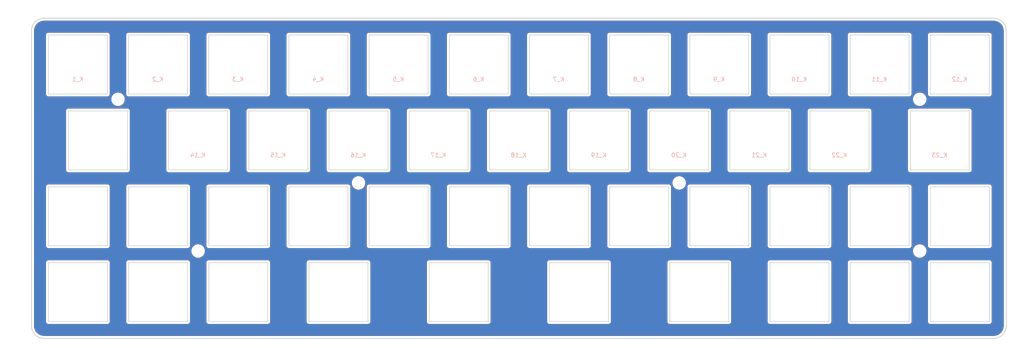
<source format=kicad_pcb>
(kicad_pcb (version 20171130) (host pcbnew 5.1.6-c6e7f7d~87~ubuntu20.04.1)

  (general
    (thickness 1.6)
    (drawings 22)
    (tracks 0)
    (zones 0)
    (modules 51)
    (nets 1)
  )

  (page A2)
  (layers
    (0 F.Cu signal)
    (31 B.Cu signal)
    (32 B.Adhes user)
    (33 F.Adhes user)
    (34 B.Paste user)
    (35 F.Paste user)
    (36 B.SilkS user)
    (37 F.SilkS user)
    (38 B.Mask user)
    (39 F.Mask user)
    (40 Dwgs.User user)
    (41 Cmts.User user)
    (42 Eco1.User user)
    (43 Eco2.User user)
    (44 Edge.Cuts user)
    (45 Margin user)
    (46 B.CrtYd user)
    (47 F.CrtYd user)
    (48 B.Fab user)
    (49 F.Fab user)
  )

  (setup
    (last_trace_width 0.45)
    (user_trace_width 0.45)
    (user_trace_width 0.45)
    (user_trace_width 0.45)
    (user_trace_width 0.45)
    (user_trace_width 0.45)
    (user_trace_width 0.45)
    (user_trace_width 0.45)
    (user_trace_width 0.45)
    (trace_clearance 0.2)
    (zone_clearance 0.508)
    (zone_45_only no)
    (trace_min 0.2)
    (via_size 0.8)
    (via_drill 0.4)
    (via_min_size 0.4)
    (via_min_drill 0.3)
    (uvia_size 0.3)
    (uvia_drill 0.1)
    (uvias_allowed no)
    (uvia_min_size 0.2)
    (uvia_min_drill 0.1)
    (edge_width 0.1)
    (segment_width 0.2)
    (pcb_text_width 0.3)
    (pcb_text_size 1.5 1.5)
    (mod_edge_width 0.15)
    (mod_text_size 1 1)
    (mod_text_width 0.15)
    (pad_size 1.5 1.5)
    (pad_drill 0.6)
    (pad_to_mask_clearance 0)
    (aux_axis_origin 0 0)
    (grid_origin 199.39 106.68)
    (visible_elements FFFFF77F)
    (pcbplotparams
      (layerselection 0x010fc_ffffffff)
      (usegerberextensions false)
      (usegerberattributes false)
      (usegerberadvancedattributes false)
      (creategerberjobfile false)
      (excludeedgelayer true)
      (linewidth 0.100000)
      (plotframeref false)
      (viasonmask false)
      (mode 1)
      (useauxorigin false)
      (hpglpennumber 1)
      (hpglpenspeed 20)
      (hpglpendiameter 15.000000)
      (psnegative false)
      (psa4output false)
      (plotreference true)
      (plotvalue true)
      (plotinvisibletext false)
      (padsonsilk false)
      (subtractmaskfromsilk false)
      (outputformat 1)
      (mirror false)
      (drillshape 0)
      (scaleselection 1)
      (outputdirectory "gerber-staggared-plate/"))
  )

  (net 0 "")

  (net_class Default "This is the default net class."
    (clearance 0.2)
    (trace_width 0.25)
    (via_dia 0.8)
    (via_drill 0.4)
    (uvia_dia 0.3)
    (uvia_drill 0.1)
  )

  (net_class Thick ""
    (clearance 0.2)
    (trace_width 0.25)
    (via_dia 0.8)
    (via_drill 0.4)
    (uvia_dia 0.3)
    (uvia_drill 0.1)
  )

  (module custom_kicad:platecutout (layer F.Cu) (tedit 5E8910C4) (tstamp 10)
    (at 50.99304 30.1244)
    (path /00000011)
    (fp_text reference K_2 (at -0.05588 3.51464) (layer B.SilkS)
      (effects (font (size 1 1) (thickness 0.15)) (justify mirror))
    )
    (fp_text value KEYSW (at 0 -8.7) (layer F.Fab)
      (effects (font (size 1 1) (thickness 0.15)))
    )
    (fp_line (start 7 7) (end 7 -7) (layer Edge.Cuts) (width 0.15))
    (fp_line (start -7 7) (end 7 7) (layer Edge.Cuts) (width 0.15))
    (fp_line (start -7 -7) (end -7 7) (layer Edge.Cuts) (width 0.15))
    (fp_line (start 7 -7) (end -7 -7) (layer Edge.Cuts) (width 0.15))
    (fp_line (start -9.5 -9.5) (end 9.5 -9.5) (layer Dwgs.User) (width 0.15))
    (fp_line (start -9.5 9.5) (end -9.5 -9.5) (layer Dwgs.User) (width 0.15))
    (fp_line (start 9.5 9.5) (end -9.5 9.5) (layer Dwgs.User) (width 0.15))
    (fp_line (start 9.5 -9.5) (end 9.5 9.5) (layer Dwgs.User) (width 0.15))
  )

  (module custom_kicad:platecutout (layer F.Cu) (tedit 5E8910C4) (tstamp 160)
    (at 236.73054 48.1744)
    (path /00000161)
    (fp_text reference K_23 (at -0.05588 3.51464) (layer B.SilkS)
      (effects (font (size 1 1) (thickness 0.15)) (justify mirror))
    )
    (fp_text value KEYSW (at 0 -8.7) (layer F.Fab)
      (effects (font (size 1 1) (thickness 0.15)))
    )
    (fp_line (start 7 7) (end 7 -7) (layer Edge.Cuts) (width 0.15))
    (fp_line (start -7 7) (end 7 7) (layer Edge.Cuts) (width 0.15))
    (fp_line (start -7 -7) (end -7 7) (layer Edge.Cuts) (width 0.15))
    (fp_line (start 7 -7) (end -7 -7) (layer Edge.Cuts) (width 0.15))
    (fp_line (start -9.5 -9.5) (end 9.5 -9.5) (layer Dwgs.User) (width 0.15))
    (fp_line (start -9.5 9.5) (end -9.5 -9.5) (layer Dwgs.User) (width 0.15))
    (fp_line (start 9.5 9.5) (end -9.5 9.5) (layer Dwgs.User) (width 0.15))
    (fp_line (start 9.5 -9.5) (end 9.5 9.5) (layer Dwgs.User) (width 0.15))
  )

  (module custom_kicad:platecutout (layer F.Cu) (tedit 5E8910C4) (tstamp 150)
    (at 212.91804 48.1744)
    (path /00000151)
    (fp_text reference K_22 (at -0.05588 3.51464) (layer B.SilkS)
      (effects (font (size 1 1) (thickness 0.15)) (justify mirror))
    )
    (fp_text value KEYSW (at 0 -8.7) (layer F.Fab)
      (effects (font (size 1 1) (thickness 0.15)))
    )
    (fp_line (start 7 7) (end 7 -7) (layer Edge.Cuts) (width 0.15))
    (fp_line (start -7 7) (end 7 7) (layer Edge.Cuts) (width 0.15))
    (fp_line (start -7 -7) (end -7 7) (layer Edge.Cuts) (width 0.15))
    (fp_line (start 7 -7) (end -7 -7) (layer Edge.Cuts) (width 0.15))
    (fp_line (start -9.5 -9.5) (end 9.5 -9.5) (layer Dwgs.User) (width 0.15))
    (fp_line (start -9.5 9.5) (end -9.5 -9.5) (layer Dwgs.User) (width 0.15))
    (fp_line (start 9.5 9.5) (end -9.5 9.5) (layer Dwgs.User) (width 0.15))
    (fp_line (start 9.5 -9.5) (end 9.5 9.5) (layer Dwgs.User) (width 0.15))
  )

  (module custom_kicad:platecutout (layer F.Cu) (tedit 5E8910C4) (tstamp 140)
    (at 193.86804 48.1744)
    (path /00000141)
    (fp_text reference K_21 (at -0.05588 3.51464) (layer B.SilkS)
      (effects (font (size 1 1) (thickness 0.15)) (justify mirror))
    )
    (fp_text value KEYSW (at 0 -8.7) (layer F.Fab)
      (effects (font (size 1 1) (thickness 0.15)))
    )
    (fp_line (start 7 7) (end 7 -7) (layer Edge.Cuts) (width 0.15))
    (fp_line (start -7 7) (end 7 7) (layer Edge.Cuts) (width 0.15))
    (fp_line (start -7 -7) (end -7 7) (layer Edge.Cuts) (width 0.15))
    (fp_line (start 7 -7) (end -7 -7) (layer Edge.Cuts) (width 0.15))
    (fp_line (start -9.5 -9.5) (end 9.5 -9.5) (layer Dwgs.User) (width 0.15))
    (fp_line (start -9.5 9.5) (end -9.5 -9.5) (layer Dwgs.User) (width 0.15))
    (fp_line (start 9.5 9.5) (end -9.5 9.5) (layer Dwgs.User) (width 0.15))
    (fp_line (start 9.5 -9.5) (end 9.5 9.5) (layer Dwgs.User) (width 0.15))
  )

  (module custom_kicad:platecutout (layer F.Cu) (tedit 5E8910C4) (tstamp 130)
    (at 174.81804 48.1744)
    (path /00000131)
    (fp_text reference K_20 (at -0.05588 3.51464) (layer B.SilkS)
      (effects (font (size 1 1) (thickness 0.15)) (justify mirror))
    )
    (fp_text value KEYSW (at 0 -8.7) (layer F.Fab)
      (effects (font (size 1 1) (thickness 0.15)))
    )
    (fp_line (start 7 7) (end 7 -7) (layer Edge.Cuts) (width 0.15))
    (fp_line (start -7 7) (end 7 7) (layer Edge.Cuts) (width 0.15))
    (fp_line (start -7 -7) (end -7 7) (layer Edge.Cuts) (width 0.15))
    (fp_line (start 7 -7) (end -7 -7) (layer Edge.Cuts) (width 0.15))
    (fp_line (start -9.5 -9.5) (end 9.5 -9.5) (layer Dwgs.User) (width 0.15))
    (fp_line (start -9.5 9.5) (end -9.5 -9.5) (layer Dwgs.User) (width 0.15))
    (fp_line (start 9.5 9.5) (end -9.5 9.5) (layer Dwgs.User) (width 0.15))
    (fp_line (start 9.5 -9.5) (end 9.5 9.5) (layer Dwgs.User) (width 0.15))
  )

  (module custom_kicad:platecutout (layer F.Cu) (tedit 5E8910C4) (tstamp 120)
    (at 155.76804 48.1744)
    (path /00000121)
    (fp_text reference K_19 (at -0.05588 3.51464) (layer B.SilkS)
      (effects (font (size 1 1) (thickness 0.15)) (justify mirror))
    )
    (fp_text value KEYSW (at 0 -8.7) (layer F.Fab)
      (effects (font (size 1 1) (thickness 0.15)))
    )
    (fp_line (start 7 7) (end 7 -7) (layer Edge.Cuts) (width 0.15))
    (fp_line (start -7 7) (end 7 7) (layer Edge.Cuts) (width 0.15))
    (fp_line (start -7 -7) (end -7 7) (layer Edge.Cuts) (width 0.15))
    (fp_line (start 7 -7) (end -7 -7) (layer Edge.Cuts) (width 0.15))
    (fp_line (start -9.5 -9.5) (end 9.5 -9.5) (layer Dwgs.User) (width 0.15))
    (fp_line (start -9.5 9.5) (end -9.5 -9.5) (layer Dwgs.User) (width 0.15))
    (fp_line (start 9.5 9.5) (end -9.5 9.5) (layer Dwgs.User) (width 0.15))
    (fp_line (start 9.5 -9.5) (end 9.5 9.5) (layer Dwgs.User) (width 0.15))
  )

  (module custom_kicad:platecutout (layer F.Cu) (tedit 5E8910C4) (tstamp 110)
    (at 136.71804 48.1744)
    (path /00000111)
    (fp_text reference K_18 (at -0.05588 3.51464) (layer B.SilkS)
      (effects (font (size 1 1) (thickness 0.15)) (justify mirror))
    )
    (fp_text value KEYSW (at 0 -8.7) (layer F.Fab)
      (effects (font (size 1 1) (thickness 0.15)))
    )
    (fp_line (start 7 7) (end 7 -7) (layer Edge.Cuts) (width 0.15))
    (fp_line (start -7 7) (end 7 7) (layer Edge.Cuts) (width 0.15))
    (fp_line (start -7 -7) (end -7 7) (layer Edge.Cuts) (width 0.15))
    (fp_line (start 7 -7) (end -7 -7) (layer Edge.Cuts) (width 0.15))
    (fp_line (start -9.5 -9.5) (end 9.5 -9.5) (layer Dwgs.User) (width 0.15))
    (fp_line (start -9.5 9.5) (end -9.5 -9.5) (layer Dwgs.User) (width 0.15))
    (fp_line (start 9.5 9.5) (end -9.5 9.5) (layer Dwgs.User) (width 0.15))
    (fp_line (start 9.5 -9.5) (end 9.5 9.5) (layer Dwgs.User) (width 0.15))
  )

  (module custom_kicad:platecutout (layer F.Cu) (tedit 5E8910C4) (tstamp 100)
    (at 117.66804 48.1744)
    (path /00000101)
    (fp_text reference K_17 (at -0.05588 3.51464) (layer B.SilkS)
      (effects (font (size 1 1) (thickness 0.15)) (justify mirror))
    )
    (fp_text value KEYSW (at 0 -8.7) (layer F.Fab)
      (effects (font (size 1 1) (thickness 0.15)))
    )
    (fp_line (start 7 7) (end 7 -7) (layer Edge.Cuts) (width 0.15))
    (fp_line (start -7 7) (end 7 7) (layer Edge.Cuts) (width 0.15))
    (fp_line (start -7 -7) (end -7 7) (layer Edge.Cuts) (width 0.15))
    (fp_line (start 7 -7) (end -7 -7) (layer Edge.Cuts) (width 0.15))
    (fp_line (start -9.5 -9.5) (end 9.5 -9.5) (layer Dwgs.User) (width 0.15))
    (fp_line (start -9.5 9.5) (end -9.5 -9.5) (layer Dwgs.User) (width 0.15))
    (fp_line (start 9.5 9.5) (end -9.5 9.5) (layer Dwgs.User) (width 0.15))
    (fp_line (start 9.5 -9.5) (end 9.5 9.5) (layer Dwgs.User) (width 0.15))
  )

  (module custom_kicad:platecutout (layer F.Cu) (tedit 5E8910C4) (tstamp F0)
    (at 98.61804 48.1744)
    (path /000000F1)
    (fp_text reference K_16 (at -0.05588 3.51464) (layer B.SilkS)
      (effects (font (size 1 1) (thickness 0.15)) (justify mirror))
    )
    (fp_text value KEYSW (at 0 -8.7) (layer F.Fab)
      (effects (font (size 1 1) (thickness 0.15)))
    )
    (fp_line (start 7 7) (end 7 -7) (layer Edge.Cuts) (width 0.15))
    (fp_line (start -7 7) (end 7 7) (layer Edge.Cuts) (width 0.15))
    (fp_line (start -7 -7) (end -7 7) (layer Edge.Cuts) (width 0.15))
    (fp_line (start 7 -7) (end -7 -7) (layer Edge.Cuts) (width 0.15))
    (fp_line (start -9.5 -9.5) (end 9.5 -9.5) (layer Dwgs.User) (width 0.15))
    (fp_line (start -9.5 9.5) (end -9.5 -9.5) (layer Dwgs.User) (width 0.15))
    (fp_line (start 9.5 9.5) (end -9.5 9.5) (layer Dwgs.User) (width 0.15))
    (fp_line (start 9.5 -9.5) (end 9.5 9.5) (layer Dwgs.User) (width 0.15))
  )

  (module custom_kicad:platecutout (layer F.Cu) (tedit 5E8910C4) (tstamp E0)
    (at 79.56804 48.1744)
    (path /600C6331)
    (fp_text reference K_15 (at -0.05588 3.51464) (layer B.SilkS)
      (effects (font (size 1 1) (thickness 0.15)) (justify mirror))
    )
    (fp_text value KEYSW (at 0 -8.7) (layer F.Fab)
      (effects (font (size 1 1) (thickness 0.15)))
    )
    (fp_line (start 7 7) (end 7 -7) (layer Edge.Cuts) (width 0.15))
    (fp_line (start -7 7) (end 7 7) (layer Edge.Cuts) (width 0.15))
    (fp_line (start -7 -7) (end -7 7) (layer Edge.Cuts) (width 0.15))
    (fp_line (start 7 -7) (end -7 -7) (layer Edge.Cuts) (width 0.15))
    (fp_line (start -9.5 -9.5) (end 9.5 -9.5) (layer Dwgs.User) (width 0.15))
    (fp_line (start -9.5 9.5) (end -9.5 -9.5) (layer Dwgs.User) (width 0.15))
    (fp_line (start 9.5 9.5) (end -9.5 9.5) (layer Dwgs.User) (width 0.15))
    (fp_line (start 9.5 -9.5) (end 9.5 9.5) (layer Dwgs.User) (width 0.15))
  )

  (module custom_kicad:platecutout (layer F.Cu) (tedit 5E8910C4) (tstamp D0)
    (at 60.51804 48.1744)
    (path /000000D1)
    (fp_text reference K_14 (at -0.05588 3.51464) (layer B.SilkS)
      (effects (font (size 1 1) (thickness 0.15)) (justify mirror))
    )
    (fp_text value KEYSW (at 0 -8.7) (layer F.Fab)
      (effects (font (size 1 1) (thickness 0.15)))
    )
    (fp_line (start 7 7) (end 7 -7) (layer Edge.Cuts) (width 0.15))
    (fp_line (start -7 7) (end 7 7) (layer Edge.Cuts) (width 0.15))
    (fp_line (start -7 -7) (end -7 7) (layer Edge.Cuts) (width 0.15))
    (fp_line (start 7 -7) (end -7 -7) (layer Edge.Cuts) (width 0.15))
    (fp_line (start -9.5 -9.5) (end 9.5 -9.5) (layer Dwgs.User) (width 0.15))
    (fp_line (start -9.5 9.5) (end -9.5 -9.5) (layer Dwgs.User) (width 0.15))
    (fp_line (start 9.5 9.5) (end -9.5 9.5) (layer Dwgs.User) (width 0.15))
    (fp_line (start 9.5 -9.5) (end 9.5 9.5) (layer Dwgs.User) (width 0.15))
  )

  (module custom_kicad:platecutout (layer F.Cu) (tedit 5E8910C4) (tstamp B0)
    (at 241.49304 30.1244)
    (path /000000B1)
    (fp_text reference K_12 (at -0.05588 3.51464) (layer B.SilkS)
      (effects (font (size 1 1) (thickness 0.15)) (justify mirror))
    )
    (fp_text value KEYSW (at 0 -8.7) (layer F.Fab)
      (effects (font (size 1 1) (thickness 0.15)))
    )
    (fp_line (start 7 7) (end 7 -7) (layer Edge.Cuts) (width 0.15))
    (fp_line (start -7 7) (end 7 7) (layer Edge.Cuts) (width 0.15))
    (fp_line (start -7 -7) (end -7 7) (layer Edge.Cuts) (width 0.15))
    (fp_line (start 7 -7) (end -7 -7) (layer Edge.Cuts) (width 0.15))
    (fp_line (start -9.5 -9.5) (end 9.5 -9.5) (layer Dwgs.User) (width 0.15))
    (fp_line (start -9.5 9.5) (end -9.5 -9.5) (layer Dwgs.User) (width 0.15))
    (fp_line (start 9.5 9.5) (end -9.5 9.5) (layer Dwgs.User) (width 0.15))
    (fp_line (start 9.5 -9.5) (end 9.5 9.5) (layer Dwgs.User) (width 0.15))
  )

  (module custom_kicad:platecutout (layer F.Cu) (tedit 5E8910C4) (tstamp A0)
    (at 222.44304 30.1244)
    (path /000000A1)
    (fp_text reference K_11 (at -0.05588 3.51464) (layer B.SilkS)
      (effects (font (size 1 1) (thickness 0.15)) (justify mirror))
    )
    (fp_text value KEYSW (at 0 -8.7) (layer F.Fab)
      (effects (font (size 1 1) (thickness 0.15)))
    )
    (fp_line (start 7 7) (end 7 -7) (layer Edge.Cuts) (width 0.15))
    (fp_line (start -7 7) (end 7 7) (layer Edge.Cuts) (width 0.15))
    (fp_line (start -7 -7) (end -7 7) (layer Edge.Cuts) (width 0.15))
    (fp_line (start 7 -7) (end -7 -7) (layer Edge.Cuts) (width 0.15))
    (fp_line (start -9.5 -9.5) (end 9.5 -9.5) (layer Dwgs.User) (width 0.15))
    (fp_line (start -9.5 9.5) (end -9.5 -9.5) (layer Dwgs.User) (width 0.15))
    (fp_line (start 9.5 9.5) (end -9.5 9.5) (layer Dwgs.User) (width 0.15))
    (fp_line (start 9.5 -9.5) (end 9.5 9.5) (layer Dwgs.User) (width 0.15))
  )

  (module custom_kicad:platecutout (layer F.Cu) (tedit 5E8910C4) (tstamp 90)
    (at 203.39304 30.1244)
    (path /00000091)
    (fp_text reference K_10 (at -0.05588 3.51464) (layer B.SilkS)
      (effects (font (size 1 1) (thickness 0.15)) (justify mirror))
    )
    (fp_text value KEYSW (at 0 -8.7) (layer F.Fab)
      (effects (font (size 1 1) (thickness 0.15)))
    )
    (fp_line (start 7 7) (end 7 -7) (layer Edge.Cuts) (width 0.15))
    (fp_line (start -7 7) (end 7 7) (layer Edge.Cuts) (width 0.15))
    (fp_line (start -7 -7) (end -7 7) (layer Edge.Cuts) (width 0.15))
    (fp_line (start 7 -7) (end -7 -7) (layer Edge.Cuts) (width 0.15))
    (fp_line (start -9.5 -9.5) (end 9.5 -9.5) (layer Dwgs.User) (width 0.15))
    (fp_line (start -9.5 9.5) (end -9.5 -9.5) (layer Dwgs.User) (width 0.15))
    (fp_line (start 9.5 9.5) (end -9.5 9.5) (layer Dwgs.User) (width 0.15))
    (fp_line (start 9.5 -9.5) (end 9.5 9.5) (layer Dwgs.User) (width 0.15))
  )

  (module custom_kicad:platecutout (layer F.Cu) (tedit 5E8910C4) (tstamp 80)
    (at 184.34304 30.1244)
    (path /600C632F)
    (fp_text reference K_9 (at -0.05588 3.51464) (layer B.SilkS)
      (effects (font (size 1 1) (thickness 0.15)) (justify mirror))
    )
    (fp_text value KEYSW (at 0 -8.7) (layer F.Fab)
      (effects (font (size 1 1) (thickness 0.15)))
    )
    (fp_line (start 7 7) (end 7 -7) (layer Edge.Cuts) (width 0.15))
    (fp_line (start -7 7) (end 7 7) (layer Edge.Cuts) (width 0.15))
    (fp_line (start -7 -7) (end -7 7) (layer Edge.Cuts) (width 0.15))
    (fp_line (start 7 -7) (end -7 -7) (layer Edge.Cuts) (width 0.15))
    (fp_line (start -9.5 -9.5) (end 9.5 -9.5) (layer Dwgs.User) (width 0.15))
    (fp_line (start -9.5 9.5) (end -9.5 -9.5) (layer Dwgs.User) (width 0.15))
    (fp_line (start 9.5 9.5) (end -9.5 9.5) (layer Dwgs.User) (width 0.15))
    (fp_line (start 9.5 -9.5) (end 9.5 9.5) (layer Dwgs.User) (width 0.15))
  )

  (module custom_kicad:platecutout (layer F.Cu) (tedit 5E8910C4) (tstamp 70)
    (at 165.29304 30.1244)
    (path /00000071)
    (fp_text reference K_8 (at -0.05588 3.51464) (layer B.SilkS)
      (effects (font (size 1 1) (thickness 0.15)) (justify mirror))
    )
    (fp_text value KEYSW (at 0 -8.7) (layer F.Fab)
      (effects (font (size 1 1) (thickness 0.15)))
    )
    (fp_line (start 7 7) (end 7 -7) (layer Edge.Cuts) (width 0.15))
    (fp_line (start -7 7) (end 7 7) (layer Edge.Cuts) (width 0.15))
    (fp_line (start -7 -7) (end -7 7) (layer Edge.Cuts) (width 0.15))
    (fp_line (start 7 -7) (end -7 -7) (layer Edge.Cuts) (width 0.15))
    (fp_line (start -9.5 -9.5) (end 9.5 -9.5) (layer Dwgs.User) (width 0.15))
    (fp_line (start -9.5 9.5) (end -9.5 -9.5) (layer Dwgs.User) (width 0.15))
    (fp_line (start 9.5 9.5) (end -9.5 9.5) (layer Dwgs.User) (width 0.15))
    (fp_line (start 9.5 -9.5) (end 9.5 9.5) (layer Dwgs.User) (width 0.15))
  )

  (module custom_kicad:platecutout (layer F.Cu) (tedit 5E8910C4) (tstamp 60)
    (at 146.24304 30.1244)
    (path /00000061)
    (fp_text reference K_7 (at -0.05588 3.51464) (layer B.SilkS)
      (effects (font (size 1 1) (thickness 0.15)) (justify mirror))
    )
    (fp_text value KEYSW (at 0 -8.7) (layer F.Fab)
      (effects (font (size 1 1) (thickness 0.15)))
    )
    (fp_line (start 7 7) (end 7 -7) (layer Edge.Cuts) (width 0.15))
    (fp_line (start -7 7) (end 7 7) (layer Edge.Cuts) (width 0.15))
    (fp_line (start -7 -7) (end -7 7) (layer Edge.Cuts) (width 0.15))
    (fp_line (start 7 -7) (end -7 -7) (layer Edge.Cuts) (width 0.15))
    (fp_line (start -9.5 -9.5) (end 9.5 -9.5) (layer Dwgs.User) (width 0.15))
    (fp_line (start -9.5 9.5) (end -9.5 -9.5) (layer Dwgs.User) (width 0.15))
    (fp_line (start 9.5 9.5) (end -9.5 9.5) (layer Dwgs.User) (width 0.15))
    (fp_line (start 9.5 -9.5) (end 9.5 9.5) (layer Dwgs.User) (width 0.15))
  )

  (module custom_kicad:platecutout (layer F.Cu) (tedit 5E8910C4) (tstamp 50)
    (at 127.19304 30.1244)
    (path /00000051)
    (fp_text reference K_6 (at -0.05588 3.51464) (layer B.SilkS)
      (effects (font (size 1 1) (thickness 0.15)) (justify mirror))
    )
    (fp_text value KEYSW (at 0 -8.7) (layer F.Fab)
      (effects (font (size 1 1) (thickness 0.15)))
    )
    (fp_line (start 7 7) (end 7 -7) (layer Edge.Cuts) (width 0.15))
    (fp_line (start -7 7) (end 7 7) (layer Edge.Cuts) (width 0.15))
    (fp_line (start -7 -7) (end -7 7) (layer Edge.Cuts) (width 0.15))
    (fp_line (start 7 -7) (end -7 -7) (layer Edge.Cuts) (width 0.15))
    (fp_line (start -9.5 -9.5) (end 9.5 -9.5) (layer Dwgs.User) (width 0.15))
    (fp_line (start -9.5 9.5) (end -9.5 -9.5) (layer Dwgs.User) (width 0.15))
    (fp_line (start 9.5 9.5) (end -9.5 9.5) (layer Dwgs.User) (width 0.15))
    (fp_line (start 9.5 -9.5) (end 9.5 9.5) (layer Dwgs.User) (width 0.15))
  )

  (module custom_kicad:platecutout (layer F.Cu) (tedit 5E8910C4) (tstamp 40)
    (at 108.14304 30.1244)
    (path /00000041)
    (fp_text reference K_5 (at -0.05588 3.51464) (layer B.SilkS)
      (effects (font (size 1 1) (thickness 0.15)) (justify mirror))
    )
    (fp_text value KEYSW (at 0 -8.7) (layer F.Fab)
      (effects (font (size 1 1) (thickness 0.15)))
    )
    (fp_line (start 7 7) (end 7 -7) (layer Edge.Cuts) (width 0.15))
    (fp_line (start -7 7) (end 7 7) (layer Edge.Cuts) (width 0.15))
    (fp_line (start -7 -7) (end -7 7) (layer Edge.Cuts) (width 0.15))
    (fp_line (start 7 -7) (end -7 -7) (layer Edge.Cuts) (width 0.15))
    (fp_line (start -9.5 -9.5) (end 9.5 -9.5) (layer Dwgs.User) (width 0.15))
    (fp_line (start -9.5 9.5) (end -9.5 -9.5) (layer Dwgs.User) (width 0.15))
    (fp_line (start 9.5 9.5) (end -9.5 9.5) (layer Dwgs.User) (width 0.15))
    (fp_line (start 9.5 -9.5) (end 9.5 9.5) (layer Dwgs.User) (width 0.15))
  )

  (module custom_kicad:platecutout (layer F.Cu) (tedit 5E8910C4) (tstamp 30)
    (at 89.09304 30.1244)
    (path /00000031)
    (fp_text reference K_4 (at -0.05588 3.51464) (layer B.SilkS)
      (effects (font (size 1 1) (thickness 0.15)) (justify mirror))
    )
    (fp_text value KEYSW (at 0 -8.7) (layer F.Fab)
      (effects (font (size 1 1) (thickness 0.15)))
    )
    (fp_line (start 7 7) (end 7 -7) (layer Edge.Cuts) (width 0.15))
    (fp_line (start -7 7) (end 7 7) (layer Edge.Cuts) (width 0.15))
    (fp_line (start -7 -7) (end -7 7) (layer Edge.Cuts) (width 0.15))
    (fp_line (start 7 -7) (end -7 -7) (layer Edge.Cuts) (width 0.15))
    (fp_line (start -9.5 -9.5) (end 9.5 -9.5) (layer Dwgs.User) (width 0.15))
    (fp_line (start -9.5 9.5) (end -9.5 -9.5) (layer Dwgs.User) (width 0.15))
    (fp_line (start 9.5 9.5) (end -9.5 9.5) (layer Dwgs.User) (width 0.15))
    (fp_line (start 9.5 -9.5) (end 9.5 9.5) (layer Dwgs.User) (width 0.15))
  )

  (module custom_kicad:platecutout (layer F.Cu) (tedit 5E8910C4) (tstamp 20)
    (at 70.04304 30.1244)
    (path /00000021)
    (fp_text reference K_3 (at -0.05588 3.51464) (layer B.SilkS)
      (effects (font (size 1 1) (thickness 0.15)) (justify mirror))
    )
    (fp_text value KEYSW (at 0 -8.7) (layer F.Fab)
      (effects (font (size 1 1) (thickness 0.15)))
    )
    (fp_line (start 7 7) (end 7 -7) (layer Edge.Cuts) (width 0.15))
    (fp_line (start -7 7) (end 7 7) (layer Edge.Cuts) (width 0.15))
    (fp_line (start -7 -7) (end -7 7) (layer Edge.Cuts) (width 0.15))
    (fp_line (start 7 -7) (end -7 -7) (layer Edge.Cuts) (width 0.15))
    (fp_line (start -9.5 -9.5) (end 9.5 -9.5) (layer Dwgs.User) (width 0.15))
    (fp_line (start -9.5 9.5) (end -9.5 -9.5) (layer Dwgs.User) (width 0.15))
    (fp_line (start 9.5 9.5) (end -9.5 9.5) (layer Dwgs.User) (width 0.15))
    (fp_line (start 9.5 -9.5) (end 9.5 9.5) (layer Dwgs.User) (width 0.15))
  )

  (module custom_kicad:platecutout (layer F.Cu) (tedit 5E8910C4) (tstamp 0)
    (at 31.94304 30.1244)
    (path /00000001)
    (fp_text reference K_1 (at -0.05588 3.51464) (layer B.SilkS)
      (effects (font (size 1 1) (thickness 0.15)) (justify mirror))
    )
    (fp_text value KEYSW (at 0 -8.7) (layer F.Fab)
      (effects (font (size 1 1) (thickness 0.15)))
    )
    (fp_line (start 7 7) (end 7 -7) (layer Edge.Cuts) (width 0.15))
    (fp_line (start -7 7) (end 7 7) (layer Edge.Cuts) (width 0.15))
    (fp_line (start -7 -7) (end -7 7) (layer Edge.Cuts) (width 0.15))
    (fp_line (start 7 -7) (end -7 -7) (layer Edge.Cuts) (width 0.15))
    (fp_line (start -9.5 -9.5) (end 9.5 -9.5) (layer Dwgs.User) (width 0.15))
    (fp_line (start -9.5 9.5) (end -9.5 -9.5) (layer Dwgs.User) (width 0.15))
    (fp_line (start 9.5 9.5) (end -9.5 9.5) (layer Dwgs.User) (width 0.15))
    (fp_line (start 9.5 -9.5) (end 9.5 9.5) (layer Dwgs.User) (width 0.15))
  )

  (module custom_kicad:platecutout (layer F.Cu) (tedit 5E8910C4) (tstamp C0)
    (at 36.7157 48.17796)
    (path /000000C1)
    (fp_text reference K_13 (at 0 3.175) (layer Dwgs.User)
      (effects (font (size 1 1) (thickness 0.15)))
    )
    (fp_text value KEYSW (at 0 -7.9375) (layer Dwgs.User)
      (effects (font (size 1 1) (thickness 0.15)))
    )
    (fp_line (start 7 7) (end 7 -7) (layer Edge.Cuts) (width 0.15))
    (fp_line (start -7 7) (end 7 7) (layer Edge.Cuts) (width 0.15))
    (fp_line (start -7 -7) (end -7 7) (layer Edge.Cuts) (width 0.15))
    (fp_line (start 7 -7) (end -7 -7) (layer Edge.Cuts) (width 0.15))
    (fp_line (start -9.5 -9.5) (end 9.5 -9.5) (layer Dwgs.User) (width 0.15))
    (fp_line (start -9.5 9.5) (end -9.5 -9.5) (layer Dwgs.User) (width 0.15))
    (fp_line (start 9.5 9.5) (end -9.5 9.5) (layer Dwgs.User) (width 0.15))
    (fp_line (start 9.5 -9.5) (end 9.5 9.5) (layer Dwgs.User) (width 0.15))
  )

  (module custom_kicad:platecutout (layer F.Cu) (tedit 5E8910C4) (tstamp 5FBDD0FC)
    (at 93.8657 84.27796)
    (path /00000261)
    (fp_text reference K_39 (at 0 3.175) (layer Dwgs.User)
      (effects (font (size 1 1) (thickness 0.15)))
    )
    (fp_text value KEYSW (at 0 -7.9375) (layer Dwgs.User)
      (effects (font (size 1 1) (thickness 0.15)))
    )
    (fp_line (start 7 7) (end 7 -7) (layer Edge.Cuts) (width 0.15))
    (fp_line (start -7 7) (end 7 7) (layer Edge.Cuts) (width 0.15))
    (fp_line (start -7 -7) (end -7 7) (layer Edge.Cuts) (width 0.15))
    (fp_line (start 7 -7) (end -7 -7) (layer Edge.Cuts) (width 0.15))
    (fp_line (start -9.5 -9.5) (end 9.5 -9.5) (layer Dwgs.User) (width 0.15))
    (fp_line (start -9.5 9.5) (end -9.5 -9.5) (layer Dwgs.User) (width 0.15))
    (fp_line (start 9.5 9.5) (end -9.5 9.5) (layer Dwgs.User) (width 0.15))
    (fp_line (start 9.5 -9.5) (end 9.5 9.5) (layer Dwgs.User) (width 0.15))
  )

  (module custom_kicad:platecutout (layer F.Cu) (tedit 5E8910C4) (tstamp 5FBDCDC9)
    (at 122.4407 84.27796)
    (path /00000271)
    (fp_text reference K_40 (at 0 3.175) (layer Dwgs.User)
      (effects (font (size 1 1) (thickness 0.15)))
    )
    (fp_text value KEYSW (at 0 -7.9375) (layer Dwgs.User)
      (effects (font (size 1 1) (thickness 0.15)))
    )
    (fp_line (start 7 7) (end 7 -7) (layer Edge.Cuts) (width 0.15))
    (fp_line (start -7 7) (end 7 7) (layer Edge.Cuts) (width 0.15))
    (fp_line (start -7 -7) (end -7 7) (layer Edge.Cuts) (width 0.15))
    (fp_line (start 7 -7) (end -7 -7) (layer Edge.Cuts) (width 0.15))
    (fp_line (start -9.5 -9.5) (end 9.5 -9.5) (layer Dwgs.User) (width 0.15))
    (fp_line (start -9.5 9.5) (end -9.5 -9.5) (layer Dwgs.User) (width 0.15))
    (fp_line (start 9.5 9.5) (end -9.5 9.5) (layer Dwgs.User) (width 0.15))
    (fp_line (start 9.5 -9.5) (end 9.5 9.5) (layer Dwgs.User) (width 0.15))
  )

  (module custom_kicad:platecutout (layer F.Cu) (tedit 5E8910C4) (tstamp 5FBDCD6C)
    (at 151.0157 84.27796)
    (path /00000281)
    (fp_text reference K_41 (at 0 3.175) (layer Dwgs.User)
      (effects (font (size 1 1) (thickness 0.15)))
    )
    (fp_text value KEYSW (at 0 -7.9375) (layer Dwgs.User)
      (effects (font (size 1 1) (thickness 0.15)))
    )
    (fp_line (start 7 7) (end 7 -7) (layer Edge.Cuts) (width 0.15))
    (fp_line (start -7 7) (end 7 7) (layer Edge.Cuts) (width 0.15))
    (fp_line (start -7 -7) (end -7 7) (layer Edge.Cuts) (width 0.15))
    (fp_line (start 7 -7) (end -7 -7) (layer Edge.Cuts) (width 0.15))
    (fp_line (start -9.5 -9.5) (end 9.5 -9.5) (layer Dwgs.User) (width 0.15))
    (fp_line (start -9.5 9.5) (end -9.5 -9.5) (layer Dwgs.User) (width 0.15))
    (fp_line (start 9.5 9.5) (end -9.5 9.5) (layer Dwgs.User) (width 0.15))
    (fp_line (start 9.5 -9.5) (end 9.5 9.5) (layer Dwgs.User) (width 0.15))
  )

  (module custom_kicad:platecutout (layer F.Cu) (tedit 5E8910C4) (tstamp 5FBDCB9B)
    (at 179.5907 84.27796)
    (path /00000291)
    (fp_text reference K_42 (at 0 3.175) (layer Dwgs.User)
      (effects (font (size 1 1) (thickness 0.15)))
    )
    (fp_text value KEYSW (at 0 -7.9375) (layer Dwgs.User)
      (effects (font (size 1 1) (thickness 0.15)))
    )
    (fp_line (start 7 7) (end 7 -7) (layer Edge.Cuts) (width 0.15))
    (fp_line (start -7 7) (end 7 7) (layer Edge.Cuts) (width 0.15))
    (fp_line (start -7 -7) (end -7 7) (layer Edge.Cuts) (width 0.15))
    (fp_line (start 7 -7) (end -7 -7) (layer Edge.Cuts) (width 0.15))
    (fp_line (start -9.5 -9.5) (end 9.5 -9.5) (layer Dwgs.User) (width 0.15))
    (fp_line (start -9.5 9.5) (end -9.5 -9.5) (layer Dwgs.User) (width 0.15))
    (fp_line (start 9.5 9.5) (end -9.5 9.5) (layer Dwgs.User) (width 0.15))
    (fp_line (start 9.5 -9.5) (end 9.5 9.5) (layer Dwgs.User) (width 0.15))
  )

  (module custom_kicad:platecutout (layer F.Cu) (tedit 5E8910C4) (tstamp 170)
    (at 31.9532 66.22796)
    (path /00000171)
    (fp_text reference K_24 (at 0 3.175) (layer Dwgs.User)
      (effects (font (size 1 1) (thickness 0.15)))
    )
    (fp_text value KEYSW (at 0 -7.9375) (layer Dwgs.User)
      (effects (font (size 1 1) (thickness 0.15)))
    )
    (fp_line (start 7 7) (end 7 -7) (layer Edge.Cuts) (width 0.15))
    (fp_line (start -7 7) (end 7 7) (layer Edge.Cuts) (width 0.15))
    (fp_line (start -7 -7) (end -7 7) (layer Edge.Cuts) (width 0.15))
    (fp_line (start 7 -7) (end -7 -7) (layer Edge.Cuts) (width 0.15))
    (fp_line (start -9.5 -9.5) (end 9.5 -9.5) (layer Dwgs.User) (width 0.15))
    (fp_line (start -9.5 9.5) (end -9.5 -9.5) (layer Dwgs.User) (width 0.15))
    (fp_line (start 9.5 9.5) (end -9.5 9.5) (layer Dwgs.User) (width 0.15))
    (fp_line (start 9.5 -9.5) (end 9.5 9.5) (layer Dwgs.User) (width 0.15))
  )

  (module custom_kicad:platecutout (layer F.Cu) (tedit 5E8910C4) (tstamp 180)
    (at 51.0032 66.22796)
    (path /00000181)
    (fp_text reference K_25 (at 0 3.175) (layer Dwgs.User)
      (effects (font (size 1 1) (thickness 0.15)))
    )
    (fp_text value KEYSW (at 0 -7.9375) (layer Dwgs.User)
      (effects (font (size 1 1) (thickness 0.15)))
    )
    (fp_line (start 7 7) (end 7 -7) (layer Edge.Cuts) (width 0.15))
    (fp_line (start -7 7) (end 7 7) (layer Edge.Cuts) (width 0.15))
    (fp_line (start -7 -7) (end -7 7) (layer Edge.Cuts) (width 0.15))
    (fp_line (start 7 -7) (end -7 -7) (layer Edge.Cuts) (width 0.15))
    (fp_line (start -9.5 -9.5) (end 9.5 -9.5) (layer Dwgs.User) (width 0.15))
    (fp_line (start -9.5 9.5) (end -9.5 -9.5) (layer Dwgs.User) (width 0.15))
    (fp_line (start 9.5 9.5) (end -9.5 9.5) (layer Dwgs.User) (width 0.15))
    (fp_line (start 9.5 -9.5) (end 9.5 9.5) (layer Dwgs.User) (width 0.15))
  )

  (module custom_kicad:platecutout (layer F.Cu) (tedit 5E8910C4) (tstamp 190)
    (at 70.0532 66.22796)
    (path /00000191)
    (fp_text reference K_26 (at 0 3.175) (layer Dwgs.User)
      (effects (font (size 1 1) (thickness 0.15)))
    )
    (fp_text value KEYSW (at 0 -7.9375) (layer Dwgs.User)
      (effects (font (size 1 1) (thickness 0.15)))
    )
    (fp_line (start 7 7) (end 7 -7) (layer Edge.Cuts) (width 0.15))
    (fp_line (start -7 7) (end 7 7) (layer Edge.Cuts) (width 0.15))
    (fp_line (start -7 -7) (end -7 7) (layer Edge.Cuts) (width 0.15))
    (fp_line (start 7 -7) (end -7 -7) (layer Edge.Cuts) (width 0.15))
    (fp_line (start -9.5 -9.5) (end 9.5 -9.5) (layer Dwgs.User) (width 0.15))
    (fp_line (start -9.5 9.5) (end -9.5 -9.5) (layer Dwgs.User) (width 0.15))
    (fp_line (start 9.5 9.5) (end -9.5 9.5) (layer Dwgs.User) (width 0.15))
    (fp_line (start 9.5 -9.5) (end 9.5 9.5) (layer Dwgs.User) (width 0.15))
  )

  (module custom_kicad:platecutout (layer F.Cu) (tedit 5E8910C4) (tstamp 1A0)
    (at 89.1032 66.22796)
    (path /000001A1)
    (fp_text reference K_27 (at 0 3.175) (layer Dwgs.User)
      (effects (font (size 1 1) (thickness 0.15)))
    )
    (fp_text value KEYSW (at 0 -7.9375) (layer Dwgs.User)
      (effects (font (size 1 1) (thickness 0.15)))
    )
    (fp_line (start 7 7) (end 7 -7) (layer Edge.Cuts) (width 0.15))
    (fp_line (start -7 7) (end 7 7) (layer Edge.Cuts) (width 0.15))
    (fp_line (start -7 -7) (end -7 7) (layer Edge.Cuts) (width 0.15))
    (fp_line (start 7 -7) (end -7 -7) (layer Edge.Cuts) (width 0.15))
    (fp_line (start -9.5 -9.5) (end 9.5 -9.5) (layer Dwgs.User) (width 0.15))
    (fp_line (start -9.5 9.5) (end -9.5 -9.5) (layer Dwgs.User) (width 0.15))
    (fp_line (start 9.5 9.5) (end -9.5 9.5) (layer Dwgs.User) (width 0.15))
    (fp_line (start 9.5 -9.5) (end 9.5 9.5) (layer Dwgs.User) (width 0.15))
  )

  (module custom_kicad:platecutout (layer F.Cu) (tedit 5E8910C4) (tstamp 1B0)
    (at 108.1532 66.22796)
    (path /000001B1)
    (fp_text reference K_28 (at 0 3.175) (layer Dwgs.User)
      (effects (font (size 1 1) (thickness 0.15)))
    )
    (fp_text value KEYSW (at 0 -7.9375) (layer Dwgs.User)
      (effects (font (size 1 1) (thickness 0.15)))
    )
    (fp_line (start 7 7) (end 7 -7) (layer Edge.Cuts) (width 0.15))
    (fp_line (start -7 7) (end 7 7) (layer Edge.Cuts) (width 0.15))
    (fp_line (start -7 -7) (end -7 7) (layer Edge.Cuts) (width 0.15))
    (fp_line (start 7 -7) (end -7 -7) (layer Edge.Cuts) (width 0.15))
    (fp_line (start -9.5 -9.5) (end 9.5 -9.5) (layer Dwgs.User) (width 0.15))
    (fp_line (start -9.5 9.5) (end -9.5 -9.5) (layer Dwgs.User) (width 0.15))
    (fp_line (start 9.5 9.5) (end -9.5 9.5) (layer Dwgs.User) (width 0.15))
    (fp_line (start 9.5 -9.5) (end 9.5 9.5) (layer Dwgs.User) (width 0.15))
  )

  (module custom_kicad:platecutout (layer F.Cu) (tedit 5E8910C4) (tstamp 1C0)
    (at 127.2032 66.22796)
    (path /000001C1)
    (fp_text reference K_29 (at 0 3.175) (layer Dwgs.User)
      (effects (font (size 1 1) (thickness 0.15)))
    )
    (fp_text value KEYSW (at 0 -7.9375) (layer Dwgs.User)
      (effects (font (size 1 1) (thickness 0.15)))
    )
    (fp_line (start 7 7) (end 7 -7) (layer Edge.Cuts) (width 0.15))
    (fp_line (start -7 7) (end 7 7) (layer Edge.Cuts) (width 0.15))
    (fp_line (start -7 -7) (end -7 7) (layer Edge.Cuts) (width 0.15))
    (fp_line (start 7 -7) (end -7 -7) (layer Edge.Cuts) (width 0.15))
    (fp_line (start -9.5 -9.5) (end 9.5 -9.5) (layer Dwgs.User) (width 0.15))
    (fp_line (start -9.5 9.5) (end -9.5 -9.5) (layer Dwgs.User) (width 0.15))
    (fp_line (start 9.5 9.5) (end -9.5 9.5) (layer Dwgs.User) (width 0.15))
    (fp_line (start 9.5 -9.5) (end 9.5 9.5) (layer Dwgs.User) (width 0.15))
  )

  (module custom_kicad:platecutout (layer F.Cu) (tedit 5E8910C4) (tstamp 1D0)
    (at 146.2532 66.22796)
    (path /000001D1)
    (fp_text reference K_30 (at 0 3.175) (layer Dwgs.User)
      (effects (font (size 1 1) (thickness 0.15)))
    )
    (fp_text value KEYSW (at 0 -7.9375) (layer Dwgs.User)
      (effects (font (size 1 1) (thickness 0.15)))
    )
    (fp_line (start 7 7) (end 7 -7) (layer Edge.Cuts) (width 0.15))
    (fp_line (start -7 7) (end 7 7) (layer Edge.Cuts) (width 0.15))
    (fp_line (start -7 -7) (end -7 7) (layer Edge.Cuts) (width 0.15))
    (fp_line (start 7 -7) (end -7 -7) (layer Edge.Cuts) (width 0.15))
    (fp_line (start -9.5 -9.5) (end 9.5 -9.5) (layer Dwgs.User) (width 0.15))
    (fp_line (start -9.5 9.5) (end -9.5 -9.5) (layer Dwgs.User) (width 0.15))
    (fp_line (start 9.5 9.5) (end -9.5 9.5) (layer Dwgs.User) (width 0.15))
    (fp_line (start 9.5 -9.5) (end 9.5 9.5) (layer Dwgs.User) (width 0.15))
  )

  (module custom_kicad:platecutout (layer F.Cu) (tedit 5E8910C4) (tstamp 1E0)
    (at 165.3032 66.22796)
    (path /000001E1)
    (fp_text reference K_31 (at 0 3.175) (layer Dwgs.User)
      (effects (font (size 1 1) (thickness 0.15)))
    )
    (fp_text value KEYSW (at 0 -7.9375) (layer Dwgs.User)
      (effects (font (size 1 1) (thickness 0.15)))
    )
    (fp_line (start 7 7) (end 7 -7) (layer Edge.Cuts) (width 0.15))
    (fp_line (start -7 7) (end 7 7) (layer Edge.Cuts) (width 0.15))
    (fp_line (start -7 -7) (end -7 7) (layer Edge.Cuts) (width 0.15))
    (fp_line (start 7 -7) (end -7 -7) (layer Edge.Cuts) (width 0.15))
    (fp_line (start -9.5 -9.5) (end 9.5 -9.5) (layer Dwgs.User) (width 0.15))
    (fp_line (start -9.5 9.5) (end -9.5 -9.5) (layer Dwgs.User) (width 0.15))
    (fp_line (start 9.5 9.5) (end -9.5 9.5) (layer Dwgs.User) (width 0.15))
    (fp_line (start 9.5 -9.5) (end 9.5 9.5) (layer Dwgs.User) (width 0.15))
  )

  (module custom_kicad:platecutout (layer F.Cu) (tedit 5E8910C4) (tstamp 1F0)
    (at 184.3532 66.22796)
    (path /000001F1)
    (fp_text reference K_32 (at 0 3.175) (layer Dwgs.User)
      (effects (font (size 1 1) (thickness 0.15)))
    )
    (fp_text value KEYSW (at 0 -7.9375) (layer Dwgs.User)
      (effects (font (size 1 1) (thickness 0.15)))
    )
    (fp_line (start 7 7) (end 7 -7) (layer Edge.Cuts) (width 0.15))
    (fp_line (start -7 7) (end 7 7) (layer Edge.Cuts) (width 0.15))
    (fp_line (start -7 -7) (end -7 7) (layer Edge.Cuts) (width 0.15))
    (fp_line (start 7 -7) (end -7 -7) (layer Edge.Cuts) (width 0.15))
    (fp_line (start -9.5 -9.5) (end 9.5 -9.5) (layer Dwgs.User) (width 0.15))
    (fp_line (start -9.5 9.5) (end -9.5 -9.5) (layer Dwgs.User) (width 0.15))
    (fp_line (start 9.5 9.5) (end -9.5 9.5) (layer Dwgs.User) (width 0.15))
    (fp_line (start 9.5 -9.5) (end 9.5 9.5) (layer Dwgs.User) (width 0.15))
  )

  (module custom_kicad:platecutout (layer F.Cu) (tedit 5E8910C4) (tstamp 200)
    (at 203.4032 66.22796)
    (path /00000201)
    (fp_text reference K_33 (at 0 3.175) (layer Dwgs.User)
      (effects (font (size 1 1) (thickness 0.15)))
    )
    (fp_text value KEYSW (at 0 -7.9375) (layer Dwgs.User)
      (effects (font (size 1 1) (thickness 0.15)))
    )
    (fp_line (start 7 7) (end 7 -7) (layer Edge.Cuts) (width 0.15))
    (fp_line (start -7 7) (end 7 7) (layer Edge.Cuts) (width 0.15))
    (fp_line (start -7 -7) (end -7 7) (layer Edge.Cuts) (width 0.15))
    (fp_line (start 7 -7) (end -7 -7) (layer Edge.Cuts) (width 0.15))
    (fp_line (start -9.5 -9.5) (end 9.5 -9.5) (layer Dwgs.User) (width 0.15))
    (fp_line (start -9.5 9.5) (end -9.5 -9.5) (layer Dwgs.User) (width 0.15))
    (fp_line (start 9.5 9.5) (end -9.5 9.5) (layer Dwgs.User) (width 0.15))
    (fp_line (start 9.5 -9.5) (end 9.5 9.5) (layer Dwgs.User) (width 0.15))
  )

  (module custom_kicad:platecutout (layer F.Cu) (tedit 5E8910C4) (tstamp 210)
    (at 222.4532 66.22796)
    (path /00000211)
    (fp_text reference K_34 (at 0 3.175) (layer Dwgs.User)
      (effects (font (size 1 1) (thickness 0.15)))
    )
    (fp_text value KEYSW (at 0 -7.9375) (layer Dwgs.User)
      (effects (font (size 1 1) (thickness 0.15)))
    )
    (fp_line (start 7 7) (end 7 -7) (layer Edge.Cuts) (width 0.15))
    (fp_line (start -7 7) (end 7 7) (layer Edge.Cuts) (width 0.15))
    (fp_line (start -7 -7) (end -7 7) (layer Edge.Cuts) (width 0.15))
    (fp_line (start 7 -7) (end -7 -7) (layer Edge.Cuts) (width 0.15))
    (fp_line (start -9.5 -9.5) (end 9.5 -9.5) (layer Dwgs.User) (width 0.15))
    (fp_line (start -9.5 9.5) (end -9.5 -9.5) (layer Dwgs.User) (width 0.15))
    (fp_line (start 9.5 9.5) (end -9.5 9.5) (layer Dwgs.User) (width 0.15))
    (fp_line (start 9.5 -9.5) (end 9.5 9.5) (layer Dwgs.User) (width 0.15))
  )

  (module custom_kicad:platecutout (layer F.Cu) (tedit 5E8910C4) (tstamp 220)
    (at 241.5032 66.22796)
    (path /00000221)
    (fp_text reference K_35 (at 0 3.175) (layer Dwgs.User)
      (effects (font (size 1 1) (thickness 0.15)))
    )
    (fp_text value KEYSW (at 0 -7.9375) (layer Dwgs.User)
      (effects (font (size 1 1) (thickness 0.15)))
    )
    (fp_line (start 7 7) (end 7 -7) (layer Edge.Cuts) (width 0.15))
    (fp_line (start -7 7) (end 7 7) (layer Edge.Cuts) (width 0.15))
    (fp_line (start -7 -7) (end -7 7) (layer Edge.Cuts) (width 0.15))
    (fp_line (start 7 -7) (end -7 -7) (layer Edge.Cuts) (width 0.15))
    (fp_line (start -9.5 -9.5) (end 9.5 -9.5) (layer Dwgs.User) (width 0.15))
    (fp_line (start -9.5 9.5) (end -9.5 -9.5) (layer Dwgs.User) (width 0.15))
    (fp_line (start 9.5 9.5) (end -9.5 9.5) (layer Dwgs.User) (width 0.15))
    (fp_line (start 9.5 -9.5) (end 9.5 9.5) (layer Dwgs.User) (width 0.15))
  )

  (module custom_kicad:platecutout (layer F.Cu) (tedit 5E8910C4) (tstamp 5FBDCCB2)
    (at 31.9532 84.27796)
    (path /600C633D)
    (fp_text reference K_36 (at 0 3.175) (layer Dwgs.User)
      (effects (font (size 1 1) (thickness 0.15)))
    )
    (fp_text value KEYSW (at 0 -7.9375) (layer Dwgs.User)
      (effects (font (size 1 1) (thickness 0.15)))
    )
    (fp_line (start 7 7) (end 7 -7) (layer Edge.Cuts) (width 0.15))
    (fp_line (start -7 7) (end 7 7) (layer Edge.Cuts) (width 0.15))
    (fp_line (start -7 -7) (end -7 7) (layer Edge.Cuts) (width 0.15))
    (fp_line (start 7 -7) (end -7 -7) (layer Edge.Cuts) (width 0.15))
    (fp_line (start -9.5 -9.5) (end 9.5 -9.5) (layer Dwgs.User) (width 0.15))
    (fp_line (start -9.5 9.5) (end -9.5 -9.5) (layer Dwgs.User) (width 0.15))
    (fp_line (start 9.5 9.5) (end -9.5 9.5) (layer Dwgs.User) (width 0.15))
    (fp_line (start 9.5 -9.5) (end 9.5 9.5) (layer Dwgs.User) (width 0.15))
  )

  (module custom_kicad:platecutout (layer F.Cu) (tedit 5E8910C4) (tstamp 5FBDCBF8)
    (at 51.0032 84.27796)
    (path /00000241)
    (fp_text reference K_37 (at 0 3.175) (layer Dwgs.User)
      (effects (font (size 1 1) (thickness 0.15)))
    )
    (fp_text value KEYSW (at 0 -7.9375) (layer Dwgs.User)
      (effects (font (size 1 1) (thickness 0.15)))
    )
    (fp_line (start 7 7) (end 7 -7) (layer Edge.Cuts) (width 0.15))
    (fp_line (start -7 7) (end 7 7) (layer Edge.Cuts) (width 0.15))
    (fp_line (start -7 -7) (end -7 7) (layer Edge.Cuts) (width 0.15))
    (fp_line (start 7 -7) (end -7 -7) (layer Edge.Cuts) (width 0.15))
    (fp_line (start -9.5 -9.5) (end 9.5 -9.5) (layer Dwgs.User) (width 0.15))
    (fp_line (start -9.5 9.5) (end -9.5 -9.5) (layer Dwgs.User) (width 0.15))
    (fp_line (start 9.5 9.5) (end -9.5 9.5) (layer Dwgs.User) (width 0.15))
    (fp_line (start 9.5 -9.5) (end 9.5 9.5) (layer Dwgs.User) (width 0.15))
  )

  (module custom_kicad:platecutout (layer F.Cu) (tedit 5E8910C4) (tstamp 5FBDCE26)
    (at 70.0532 84.27796)
    (path /00000251)
    (fp_text reference K_38 (at 0 3.175) (layer Dwgs.User)
      (effects (font (size 1 1) (thickness 0.15)))
    )
    (fp_text value KEYSW (at 0 -7.9375) (layer Dwgs.User)
      (effects (font (size 1 1) (thickness 0.15)))
    )
    (fp_line (start 7 7) (end 7 -7) (layer Edge.Cuts) (width 0.15))
    (fp_line (start -7 7) (end 7 7) (layer Edge.Cuts) (width 0.15))
    (fp_line (start -7 -7) (end -7 7) (layer Edge.Cuts) (width 0.15))
    (fp_line (start 7 -7) (end -7 -7) (layer Edge.Cuts) (width 0.15))
    (fp_line (start -9.5 -9.5) (end 9.5 -9.5) (layer Dwgs.User) (width 0.15))
    (fp_line (start -9.5 9.5) (end -9.5 -9.5) (layer Dwgs.User) (width 0.15))
    (fp_line (start 9.5 9.5) (end -9.5 9.5) (layer Dwgs.User) (width 0.15))
    (fp_line (start 9.5 -9.5) (end 9.5 9.5) (layer Dwgs.User) (width 0.15))
  )

  (module custom_kicad:platecutout (layer F.Cu) (tedit 5E8910C4) (tstamp 5FBDCD0F)
    (at 203.4032 84.27796)
    (path /000002A1)
    (fp_text reference K_43 (at 0 3.175) (layer Dwgs.User)
      (effects (font (size 1 1) (thickness 0.15)))
    )
    (fp_text value KEYSW (at 0 -7.9375) (layer Dwgs.User)
      (effects (font (size 1 1) (thickness 0.15)))
    )
    (fp_line (start 7 7) (end 7 -7) (layer Edge.Cuts) (width 0.15))
    (fp_line (start -7 7) (end 7 7) (layer Edge.Cuts) (width 0.15))
    (fp_line (start -7 -7) (end -7 7) (layer Edge.Cuts) (width 0.15))
    (fp_line (start 7 -7) (end -7 -7) (layer Edge.Cuts) (width 0.15))
    (fp_line (start -9.5 -9.5) (end 9.5 -9.5) (layer Dwgs.User) (width 0.15))
    (fp_line (start -9.5 9.5) (end -9.5 -9.5) (layer Dwgs.User) (width 0.15))
    (fp_line (start 9.5 9.5) (end -9.5 9.5) (layer Dwgs.User) (width 0.15))
    (fp_line (start 9.5 -9.5) (end 9.5 9.5) (layer Dwgs.User) (width 0.15))
  )

  (module custom_kicad:platecutout (layer F.Cu) (tedit 5E8910C4) (tstamp 5FBDCC55)
    (at 222.4532 84.27796)
    (path /000002B1)
    (fp_text reference K_44 (at 0 3.175) (layer Dwgs.User)
      (effects (font (size 1 1) (thickness 0.15)))
    )
    (fp_text value KEYSW (at 0 -7.9375) (layer Dwgs.User)
      (effects (font (size 1 1) (thickness 0.15)))
    )
    (fp_line (start 7 7) (end 7 -7) (layer Edge.Cuts) (width 0.15))
    (fp_line (start -7 7) (end 7 7) (layer Edge.Cuts) (width 0.15))
    (fp_line (start -7 -7) (end -7 7) (layer Edge.Cuts) (width 0.15))
    (fp_line (start 7 -7) (end -7 -7) (layer Edge.Cuts) (width 0.15))
    (fp_line (start -9.5 -9.5) (end 9.5 -9.5) (layer Dwgs.User) (width 0.15))
    (fp_line (start -9.5 9.5) (end -9.5 -9.5) (layer Dwgs.User) (width 0.15))
    (fp_line (start 9.5 9.5) (end -9.5 9.5) (layer Dwgs.User) (width 0.15))
    (fp_line (start 9.5 -9.5) (end 9.5 9.5) (layer Dwgs.User) (width 0.15))
  )

  (module custom_kicad:platecutout (layer F.Cu) (tedit 5E8910C4) (tstamp 5FBDCE83)
    (at 241.5032 84.27796)
    (path /000002C1)
    (fp_text reference K_45 (at 0 3.175) (layer Dwgs.User)
      (effects (font (size 1 1) (thickness 0.15)))
    )
    (fp_text value KEYSW (at 0 -7.9375) (layer Dwgs.User)
      (effects (font (size 1 1) (thickness 0.15)))
    )
    (fp_line (start 7 7) (end 7 -7) (layer Edge.Cuts) (width 0.15))
    (fp_line (start -7 7) (end 7 7) (layer Edge.Cuts) (width 0.15))
    (fp_line (start -7 -7) (end -7 7) (layer Edge.Cuts) (width 0.15))
    (fp_line (start 7 -7) (end -7 -7) (layer Edge.Cuts) (width 0.15))
    (fp_line (start -9.5 -9.5) (end 9.5 -9.5) (layer Dwgs.User) (width 0.15))
    (fp_line (start -9.5 9.5) (end -9.5 -9.5) (layer Dwgs.User) (width 0.15))
    (fp_line (start 9.5 9.5) (end -9.5 9.5) (layer Dwgs.User) (width 0.15))
    (fp_line (start 9.5 -9.5) (end 9.5 9.5) (layer Dwgs.User) (width 0.15))
  )

  (module MountingHole:MountingHole_2.2mm_M2 (layer F.Cu) (tedit 56D1B4CB) (tstamp 5F4A2649)
    (at 231.96804 74.499)
    (descr "Mounting Hole 2.2mm, no annular, M2")
    (tags "mounting hole 2.2mm no annular m2")
    (attr virtual)
    (fp_text reference REF** (at 0 -3.2) (layer B.Fab)
      (effects (font (size 1 1) (thickness 0.15)))
    )
    (fp_text value MountingHole_2.2mm_M2 (at 0 3.2) (layer F.Fab)
      (effects (font (size 1 1) (thickness 0.15)))
    )
    (fp_circle (center 0 0) (end 2.45 0) (layer F.CrtYd) (width 0.05))
    (fp_circle (center 0 0) (end 2.2 0) (layer Cmts.User) (width 0.15))
    (fp_text user %R (at 0.3 0) (layer F.Fab)
      (effects (font (size 1 1) (thickness 0.15)))
    )
    (pad 1 np_thru_hole circle (at 0 0) (size 2.2 2.2) (drill 2.2) (layers *.Cu *.Mask))
  )

  (module MountingHole:MountingHole_2.2mm_M2 (layer F.Cu) (tedit 56D1B4CB) (tstamp 5F4A263B)
    (at 231.96804 38.399)
    (descr "Mounting Hole 2.2mm, no annular, M2")
    (tags "mounting hole 2.2mm no annular m2")
    (attr virtual)
    (fp_text reference REF** (at 0 -3.2) (layer B.Fab)
      (effects (font (size 1 1) (thickness 0.15)))
    )
    (fp_text value MountingHole_2.2mm_M2 (at 0 3.2) (layer F.Fab)
      (effects (font (size 1 1) (thickness 0.15)))
    )
    (fp_circle (center 0 0) (end 2.2 0) (layer Cmts.User) (width 0.15))
    (fp_circle (center 0 0) (end 2.45 0) (layer F.CrtYd) (width 0.05))
    (fp_text user %R (at 0.3 0) (layer F.Fab)
      (effects (font (size 1 1) (thickness 0.15)))
    )
    (pad 1 np_thru_hole circle (at 0 0) (size 2.2 2.2) (drill 2.2) (layers *.Cu *.Mask))
  )

  (module MountingHole:MountingHole_2.2mm_M2 (layer F.Cu) (tedit 56D1B4CB) (tstamp 5F4A262D)
    (at 174.81804 58.299001)
    (descr "Mounting Hole 2.2mm, no annular, M2")
    (tags "mounting hole 2.2mm no annular m2")
    (attr virtual)
    (fp_text reference REF** (at 0 -3.2) (layer B.Fab)
      (effects (font (size 1 1) (thickness 0.15)))
    )
    (fp_text value MountingHole_2.2mm_M2 (at 0 3.2) (layer F.Fab)
      (effects (font (size 1 1) (thickness 0.15)))
    )
    (fp_circle (center 0 0) (end 2.45 0) (layer F.CrtYd) (width 0.05))
    (fp_circle (center 0 0) (end 2.2 0) (layer Cmts.User) (width 0.15))
    (fp_text user %R (at 0.3 0) (layer F.Fab)
      (effects (font (size 1 1) (thickness 0.15)))
    )
    (pad 1 np_thru_hole circle (at 0 0) (size 2.2 2.2) (drill 2.2) (layers *.Cu *.Mask))
  )

  (module MountingHole:MountingHole_2.2mm_M2 (layer F.Cu) (tedit 56D1B4CB) (tstamp 5F4A261F)
    (at 98.61804 58.299001)
    (descr "Mounting Hole 2.2mm, no annular, M2")
    (tags "mounting hole 2.2mm no annular m2")
    (attr virtual)
    (fp_text reference REF** (at 0 -3.2) (layer B.Fab)
      (effects (font (size 1 1) (thickness 0.15)))
    )
    (fp_text value MountingHole_2.2mm_M2 (at 0 3.2) (layer F.Fab)
      (effects (font (size 1 1) (thickness 0.15)))
    )
    (fp_circle (center 0 0) (end 2.2 0) (layer Cmts.User) (width 0.15))
    (fp_circle (center 0 0) (end 2.45 0) (layer F.CrtYd) (width 0.05))
    (fp_text user %R (at 0.3 0) (layer F.Fab)
      (effects (font (size 1 1) (thickness 0.15)))
    )
    (pad 1 np_thru_hole circle (at 0 0) (size 2.2 2.2) (drill 2.2) (layers *.Cu *.Mask))
  )

  (module MountingHole:MountingHole_2.2mm_M2 (layer F.Cu) (tedit 56D1B4CB) (tstamp 5F4A2611)
    (at 60.51804 74.499)
    (descr "Mounting Hole 2.2mm, no annular, M2")
    (tags "mounting hole 2.2mm no annular m2")
    (attr virtual)
    (fp_text reference REF** (at 0 -3.2) (layer B.Fab)
      (effects (font (size 1 1) (thickness 0.15)))
    )
    (fp_text value MountingHole_2.2mm_M2 (at 0 3.2) (layer F.Fab)
      (effects (font (size 1 1) (thickness 0.15)))
    )
    (fp_circle (center 0 0) (end 2.45 0) (layer F.CrtYd) (width 0.05))
    (fp_circle (center 0 0) (end 2.2 0) (layer Cmts.User) (width 0.15))
    (fp_text user %R (at 0.3 0) (layer F.Fab)
      (effects (font (size 1 1) (thickness 0.15)))
    )
    (pad 1 np_thru_hole circle (at 0 0) (size 2.2 2.2) (drill 2.2) (layers *.Cu *.Mask))
  )

  (module MountingHole:MountingHole_2.2mm_M2 (layer F.Cu) (tedit 56D1B4CB) (tstamp 5F4A25E2)
    (at 41.48328 38.399)
    (descr "Mounting Hole 2.2mm, no annular, M2")
    (tags "mounting hole 2.2mm no annular m2")
    (attr virtual)
    (fp_text reference REF** (at 0 -3.2) (layer B.Fab)
      (effects (font (size 1 1) (thickness 0.15)))
    )
    (fp_text value MountingHole_2.2mm_M2 (at 0 3.2) (layer F.Fab)
      (effects (font (size 1 1) (thickness 0.15)))
    )
    (fp_circle (center 0 0) (end 2.2 0) (layer Cmts.User) (width 0.15))
    (fp_circle (center 0 0) (end 2.45 0) (layer F.CrtYd) (width 0.05))
    (fp_text user %R (at 0.3 0) (layer F.Fab)
      (effects (font (size 1 1) (thickness 0.15)))
    )
    (pad 1 np_thru_hole circle (at 0 0) (size 2.2 2.2) (drill 2.2) (layers *.Cu *.Mask))
  )

  (gr_line (start 234.57498 23.19968) (end 234.57498 37.04968) (layer F.Fab) (width 0.2))
  (gr_arc (start 23.91548 92.29968) (end 20.91548 92.29968) (angle -90) (layer Edge.Cuts) (width 0.2))
  (gr_line (start 25.02498 23.19918) (end 25.02498 37.05018) (layer F.Fab) (width 0.2))
  (gr_arc (start 23.91548 22.09968) (end 23.91548 19.09968) (angle -90) (layer Edge.Cuts) (width 0.2))
  (gr_line (start 25.02498 37.05018) (end 38.87598 37.05018) (layer F.Fab) (width 0.2))
  (gr_line (start 249.53548 19.09968) (end 23.91548 19.09968) (layer Edge.Cuts) (width 0.2))
  (gr_line (start 252.53548 92.29968) (end 252.53548 22.09968) (layer Edge.Cuts) (width 0.2))
  (gr_line (start 29.78748 41.24918) (end 29.78748 55.10018) (layer F.Fab) (width 0.2))
  (gr_line (start 234.57498 37.04968) (end 248.42598 37.04968) (layer F.Fab) (width 0.2))
  (gr_line (start 20.91548 22.09968) (end 20.91548 92.29968) (layer Edge.Cuts) (width 0.2))
  (gr_arc (start 249.53548 22.09968) (end 252.53548 22.09968) (angle -90) (layer Edge.Cuts) (width 0.2))
  (gr_line (start 248.42598 23.19968) (end 234.57498 23.19968) (layer F.Fab) (width 0.2))
  (gr_line (start 43.63848 41.24918) (end 29.78748 41.24918) (layer F.Fab) (width 0.2))
  (gr_line (start 23.91548 95.29968) (end 249.53548 95.29968) (layer Edge.Cuts) (width 0.2))
  (gr_line (start 38.87598 37.05018) (end 38.87598 23.19918) (layer B.Fab) (width 0.2))
  (gr_arc (start 249.53548 92.29968) (end 249.53548 95.29968) (angle -90) (layer Edge.Cuts) (width 0.2))
  (gr_line (start 38.87598 23.19918) (end 25.02498 23.19918) (layer F.Fab) (width 0.2))
  (gr_line (start 248.42598 37.04968) (end 248.42598 23.19968) (layer F.Fab) (width 0.2))
  (gr_curve (pts (xy 27.576437 65.305597) (xy 26.880058 65.707864) (xy 26.451331 66.451225) (xy 26.451883 67.25544)) (layer F.Fab) (width 0.2) (tstamp 5F4038A9))
  (gr_line (start 120.919799 84.00156) (end 120.919799 84.00156) (layer F.Fab) (width 0.2) (tstamp 5F4036E4))
  (dimension 1.000966 (width 0.12) (layer Dwgs.User)
    (gr_text "1.001 mm" (at 131.961673 56.238711 271.1632062) (layer Dwgs.User)
      (effects (font (size 1 1) (thickness 0.15)))
    )
    (feature1 (pts (xy 136.7536 56.642) (xy 132.655271 56.725215)))
    (feature2 (pts (xy 136.73328 55.64124) (xy 132.634951 55.724455)))
    (crossbar (pts (xy 133.221251 55.71255) (xy 133.241571 56.71331)))
    (arrow1a (pts (xy 133.241571 56.71331) (xy 132.632403 55.598943)))
    (arrow1b (pts (xy 133.241571 56.71331) (xy 133.805002 55.575134)))
    (arrow2a (pts (xy 133.221251 55.71255) (xy 132.65782 56.850726)))
    (arrow2b (pts (xy 133.221251 55.71255) (xy 133.830419 56.826917)))
  )
  (dimension 3.04292 (width 0.12) (layer Dwgs.User)
    (gr_text "3.043 mm" (at 17.13484 67.28714 270) (layer Dwgs.User)
      (effects (font (size 1 1) (thickness 0.15)))
    )
    (feature1 (pts (xy 27.11196 68.8086) (xy 17.818419 68.8086)))
    (feature2 (pts (xy 27.11196 65.76568) (xy 17.818419 65.76568)))
    (crossbar (pts (xy 18.40484 65.76568) (xy 18.40484 68.8086)))
    (arrow1a (pts (xy 18.40484 68.8086) (xy 17.818419 67.682096)))
    (arrow1b (pts (xy 18.40484 68.8086) (xy 18.991261 67.682096)))
    (arrow2a (pts (xy 18.40484 65.76568) (xy 17.818419 66.892184)))
    (arrow2b (pts (xy 18.40484 65.76568) (xy 18.991261 66.892184)))
  )

  (zone (net 0) (net_name "") (layer F.Cu) (tstamp 5FBEF8CC) (hatch edge 0.508)
    (connect_pads (clearance 0.508))
    (min_thickness 0.254)
    (fill yes (arc_segments 32) (thermal_gap 0.508) (thermal_bridge_width 0.508))
    (polygon
      (pts
        (xy 254.35052 15.58544) (xy 256.76352 94.93504) (xy 17.72412 96.23044) (xy 16.27632 16.22044) (xy 22.37232 14.77264)
      )
    )
    (filled_polygon
      (pts
        (xy 249.974735 19.881274) (xy 250.397261 20.008842) (xy 250.786962 20.216049) (xy 251.128993 20.495004) (xy 251.410329 20.835079)
        (xy 251.620251 21.223324) (xy 251.750765 21.644945) (xy 251.800481 22.117963) (xy 251.80048 92.263733) (xy 251.753886 92.738935)
        (xy 251.626318 93.161461) (xy 251.419111 93.551162) (xy 251.140156 93.893193) (xy 250.800081 94.174529) (xy 250.411836 94.384451)
        (xy 249.990217 94.514965) (xy 249.517206 94.56468) (xy 23.951427 94.56468) (xy 23.476225 94.518086) (xy 23.053699 94.390518)
        (xy 22.663998 94.183311) (xy 22.321967 93.904356) (xy 22.040631 93.564281) (xy 21.830709 93.176036) (xy 21.700195 92.754417)
        (xy 21.65048 92.281406) (xy 21.65048 77.27796) (xy 24.239765 77.27796) (xy 24.2432 77.312837) (xy 24.243201 91.243073)
        (xy 24.239765 91.27796) (xy 24.253473 91.417144) (xy 24.294072 91.55098) (xy 24.36 91.674323) (xy 24.448725 91.782435)
        (xy 24.556837 91.87116) (xy 24.68018 91.937088) (xy 24.814016 91.977687) (xy 24.918323 91.98796) (xy 24.9532 91.991395)
        (xy 24.988077 91.98796) (xy 38.918323 91.98796) (xy 38.9532 91.991395) (xy 38.988077 91.98796) (xy 39.092384 91.977687)
        (xy 39.22622 91.937088) (xy 39.349563 91.87116) (xy 39.457675 91.782435) (xy 39.5464 91.674323) (xy 39.612328 91.55098)
        (xy 39.652927 91.417144) (xy 39.666635 91.27796) (xy 39.6632 91.243083) (xy 39.6632 77.312837) (xy 39.666635 77.27796)
        (xy 43.289765 77.27796) (xy 43.2932 77.312837) (xy 43.293201 91.243073) (xy 43.289765 91.27796) (xy 43.303473 91.417144)
        (xy 43.344072 91.55098) (xy 43.41 91.674323) (xy 43.498725 91.782435) (xy 43.606837 91.87116) (xy 43.73018 91.937088)
        (xy 43.864016 91.977687) (xy 43.968323 91.98796) (xy 44.0032 91.991395) (xy 44.038077 91.98796) (xy 57.968323 91.98796)
        (xy 58.0032 91.991395) (xy 58.038077 91.98796) (xy 58.142384 91.977687) (xy 58.27622 91.937088) (xy 58.399563 91.87116)
        (xy 58.507675 91.782435) (xy 58.5964 91.674323) (xy 58.662328 91.55098) (xy 58.702927 91.417144) (xy 58.716635 91.27796)
        (xy 58.7132 91.243083) (xy 58.7132 77.312837) (xy 58.716635 77.27796) (xy 62.339765 77.27796) (xy 62.3432 77.312837)
        (xy 62.343201 91.243073) (xy 62.339765 91.27796) (xy 62.353473 91.417144) (xy 62.394072 91.55098) (xy 62.46 91.674323)
        (xy 62.548725 91.782435) (xy 62.656837 91.87116) (xy 62.78018 91.937088) (xy 62.914016 91.977687) (xy 63.018323 91.98796)
        (xy 63.0532 91.991395) (xy 63.088077 91.98796) (xy 77.018323 91.98796) (xy 77.0532 91.991395) (xy 77.088077 91.98796)
        (xy 77.192384 91.977687) (xy 77.32622 91.937088) (xy 77.449563 91.87116) (xy 77.557675 91.782435) (xy 77.6464 91.674323)
        (xy 77.712328 91.55098) (xy 77.752927 91.417144) (xy 77.766635 91.27796) (xy 77.7632 91.243083) (xy 77.7632 77.312837)
        (xy 77.766635 77.27796) (xy 86.152265 77.27796) (xy 86.1557 77.312837) (xy 86.155701 91.243073) (xy 86.152265 91.27796)
        (xy 86.165973 91.417144) (xy 86.206572 91.55098) (xy 86.2725 91.674323) (xy 86.361225 91.782435) (xy 86.469337 91.87116)
        (xy 86.59268 91.937088) (xy 86.726516 91.977687) (xy 86.830823 91.98796) (xy 86.8657 91.991395) (xy 86.900577 91.98796)
        (xy 100.830823 91.98796) (xy 100.8657 91.991395) (xy 100.900577 91.98796) (xy 101.004884 91.977687) (xy 101.13872 91.937088)
        (xy 101.262063 91.87116) (xy 101.370175 91.782435) (xy 101.4589 91.674323) (xy 101.524828 91.55098) (xy 101.565427 91.417144)
        (xy 101.579135 91.27796) (xy 101.5757 91.243083) (xy 101.5757 77.312837) (xy 101.579135 77.27796) (xy 114.727265 77.27796)
        (xy 114.7307 77.312837) (xy 114.730701 91.243073) (xy 114.727265 91.27796) (xy 114.740973 91.417144) (xy 114.781572 91.55098)
        (xy 114.8475 91.674323) (xy 114.936225 91.782435) (xy 115.044337 91.87116) (xy 115.16768 91.937088) (xy 115.301516 91.977687)
        (xy 115.405823 91.98796) (xy 115.4407 91.991395) (xy 115.475577 91.98796) (xy 129.405823 91.98796) (xy 129.4407 91.991395)
        (xy 129.475577 91.98796) (xy 129.579884 91.977687) (xy 129.71372 91.937088) (xy 129.837063 91.87116) (xy 129.945175 91.782435)
        (xy 130.0339 91.674323) (xy 130.099828 91.55098) (xy 130.140427 91.417144) (xy 130.154135 91.27796) (xy 130.1507 91.243083)
        (xy 130.1507 77.312837) (xy 130.154135 77.27796) (xy 143.302265 77.27796) (xy 143.3057 77.312837) (xy 143.305701 91.243073)
        (xy 143.302265 91.27796) (xy 143.315973 91.417144) (xy 143.356572 91.55098) (xy 143.4225 91.674323) (xy 143.511225 91.782435)
        (xy 143.619337 91.87116) (xy 143.74268 91.937088) (xy 143.876516 91.977687) (xy 143.980823 91.98796) (xy 144.0157 91.991395)
        (xy 144.050577 91.98796) (xy 157.980823 91.98796) (xy 158.0157 91.991395) (xy 158.050577 91.98796) (xy 158.154884 91.977687)
        (xy 158.28872 91.937088) (xy 158.412063 91.87116) (xy 158.520175 91.782435) (xy 158.6089 91.674323) (xy 158.674828 91.55098)
        (xy 158.715427 91.417144) (xy 158.729135 91.27796) (xy 158.7257 91.243083) (xy 158.7257 77.312837) (xy 158.729135 77.27796)
        (xy 171.877265 77.27796) (xy 171.8807 77.312837) (xy 171.880701 91.243073) (xy 171.877265 91.27796) (xy 171.890973 91.417144)
        (xy 171.931572 91.55098) (xy 171.9975 91.674323) (xy 172.086225 91.782435) (xy 172.194337 91.87116) (xy 172.31768 91.937088)
        (xy 172.451516 91.977687) (xy 172.555823 91.98796) (xy 172.5907 91.991395) (xy 172.625577 91.98796) (xy 186.555823 91.98796)
        (xy 186.5907 91.991395) (xy 186.625577 91.98796) (xy 186.729884 91.977687) (xy 186.86372 91.937088) (xy 186.987063 91.87116)
        (xy 187.095175 91.782435) (xy 187.1839 91.674323) (xy 187.249828 91.55098) (xy 187.290427 91.417144) (xy 187.304135 91.27796)
        (xy 187.3007 91.243083) (xy 187.3007 77.312837) (xy 187.304135 77.27796) (xy 195.689765 77.27796) (xy 195.6932 77.312837)
        (xy 195.693201 91.243073) (xy 195.689765 91.27796) (xy 195.703473 91.417144) (xy 195.744072 91.55098) (xy 195.81 91.674323)
        (xy 195.898725 91.782435) (xy 196.006837 91.87116) (xy 196.13018 91.937088) (xy 196.264016 91.977687) (xy 196.368323 91.98796)
        (xy 196.4032 91.991395) (xy 196.438077 91.98796) (xy 210.368323 91.98796) (xy 210.4032 91.991395) (xy 210.438077 91.98796)
        (xy 210.542384 91.977687) (xy 210.67622 91.937088) (xy 210.799563 91.87116) (xy 210.907675 91.782435) (xy 210.9964 91.674323)
        (xy 211.062328 91.55098) (xy 211.102927 91.417144) (xy 211.116635 91.27796) (xy 211.1132 91.243083) (xy 211.1132 77.312837)
        (xy 211.116635 77.27796) (xy 214.739765 77.27796) (xy 214.7432 77.312837) (xy 214.743201 91.243073) (xy 214.739765 91.27796)
        (xy 214.753473 91.417144) (xy 214.794072 91.55098) (xy 214.86 91.674323) (xy 214.948725 91.782435) (xy 215.056837 91.87116)
        (xy 215.18018 91.937088) (xy 215.314016 91.977687) (xy 215.418323 91.98796) (xy 215.4532 91.991395) (xy 215.488077 91.98796)
        (xy 229.418323 91.98796) (xy 229.4532 91.991395) (xy 229.488077 91.98796) (xy 229.592384 91.977687) (xy 229.72622 91.937088)
        (xy 229.849563 91.87116) (xy 229.957675 91.782435) (xy 230.0464 91.674323) (xy 230.112328 91.55098) (xy 230.152927 91.417144)
        (xy 230.166635 91.27796) (xy 230.1632 91.243083) (xy 230.1632 77.312837) (xy 230.166635 77.27796) (xy 233.789765 77.27796)
        (xy 233.7932 77.312837) (xy 233.793201 91.243073) (xy 233.789765 91.27796) (xy 233.803473 91.417144) (xy 233.844072 91.55098)
        (xy 233.91 91.674323) (xy 233.998725 91.782435) (xy 234.106837 91.87116) (xy 234.23018 91.937088) (xy 234.364016 91.977687)
        (xy 234.468323 91.98796) (xy 234.5032 91.991395) (xy 234.538077 91.98796) (xy 248.468323 91.98796) (xy 248.5032 91.991395)
        (xy 248.538077 91.98796) (xy 248.642384 91.977687) (xy 248.77622 91.937088) (xy 248.899563 91.87116) (xy 249.007675 91.782435)
        (xy 249.0964 91.674323) (xy 249.162328 91.55098) (xy 249.202927 91.417144) (xy 249.216635 91.27796) (xy 249.2132 91.243083)
        (xy 249.2132 77.312837) (xy 249.216635 77.27796) (xy 249.202927 77.138776) (xy 249.162328 77.00494) (xy 249.0964 76.881597)
        (xy 249.007675 76.773485) (xy 248.899563 76.68476) (xy 248.77622 76.618832) (xy 248.642384 76.578233) (xy 248.538077 76.56796)
        (xy 248.5032 76.564525) (xy 248.468323 76.56796) (xy 234.538077 76.56796) (xy 234.5032 76.564525) (xy 234.468323 76.56796)
        (xy 234.364016 76.578233) (xy 234.23018 76.618832) (xy 234.106837 76.68476) (xy 233.998725 76.773485) (xy 233.91 76.881597)
        (xy 233.844072 77.00494) (xy 233.803473 77.138776) (xy 233.789765 77.27796) (xy 230.166635 77.27796) (xy 230.152927 77.138776)
        (xy 230.112328 77.00494) (xy 230.0464 76.881597) (xy 229.957675 76.773485) (xy 229.849563 76.68476) (xy 229.72622 76.618832)
        (xy 229.592384 76.578233) (xy 229.488077 76.56796) (xy 229.4532 76.564525) (xy 229.418323 76.56796) (xy 215.488077 76.56796)
        (xy 215.4532 76.564525) (xy 215.418323 76.56796) (xy 215.314016 76.578233) (xy 215.18018 76.618832) (xy 215.056837 76.68476)
        (xy 214.948725 76.773485) (xy 214.86 76.881597) (xy 214.794072 77.00494) (xy 214.753473 77.138776) (xy 214.739765 77.27796)
        (xy 211.116635 77.27796) (xy 211.102927 77.138776) (xy 211.062328 77.00494) (xy 210.9964 76.881597) (xy 210.907675 76.773485)
        (xy 210.799563 76.68476) (xy 210.67622 76.618832) (xy 210.542384 76.578233) (xy 210.438077 76.56796) (xy 210.4032 76.564525)
        (xy 210.368323 76.56796) (xy 196.438077 76.56796) (xy 196.4032 76.564525) (xy 196.368323 76.56796) (xy 196.264016 76.578233)
        (xy 196.13018 76.618832) (xy 196.006837 76.68476) (xy 195.898725 76.773485) (xy 195.81 76.881597) (xy 195.744072 77.00494)
        (xy 195.703473 77.138776) (xy 195.689765 77.27796) (xy 187.304135 77.27796) (xy 187.290427 77.138776) (xy 187.249828 77.00494)
        (xy 187.1839 76.881597) (xy 187.095175 76.773485) (xy 186.987063 76.68476) (xy 186.86372 76.618832) (xy 186.729884 76.578233)
        (xy 186.625577 76.56796) (xy 186.5907 76.564525) (xy 186.555823 76.56796) (xy 172.625577 76.56796) (xy 172.5907 76.564525)
        (xy 172.555823 76.56796) (xy 172.451516 76.578233) (xy 172.31768 76.618832) (xy 172.194337 76.68476) (xy 172.086225 76.773485)
        (xy 171.9975 76.881597) (xy 171.931572 77.00494) (xy 171.890973 77.138776) (xy 171.877265 77.27796) (xy 158.729135 77.27796)
        (xy 158.715427 77.138776) (xy 158.674828 77.00494) (xy 158.6089 76.881597) (xy 158.520175 76.773485) (xy 158.412063 76.68476)
        (xy 158.28872 76.618832) (xy 158.154884 76.578233) (xy 158.050577 76.56796) (xy 158.0157 76.564525) (xy 157.980823 76.56796)
        (xy 144.050577 76.56796) (xy 144.0157 76.564525) (xy 143.980823 76.56796) (xy 143.876516 76.578233) (xy 143.74268 76.618832)
        (xy 143.619337 76.68476) (xy 143.511225 76.773485) (xy 143.4225 76.881597) (xy 143.356572 77.00494) (xy 143.315973 77.138776)
        (xy 143.302265 77.27796) (xy 130.154135 77.27796) (xy 130.140427 77.138776) (xy 130.099828 77.00494) (xy 130.0339 76.881597)
        (xy 129.945175 76.773485) (xy 129.837063 76.68476) (xy 129.71372 76.618832) (xy 129.579884 76.578233) (xy 129.475577 76.56796)
        (xy 129.4407 76.564525) (xy 129.405823 76.56796) (xy 115.475577 76.56796) (xy 115.4407 76.564525) (xy 115.405823 76.56796)
        (xy 115.301516 76.578233) (xy 115.16768 76.618832) (xy 115.044337 76.68476) (xy 114.936225 76.773485) (xy 114.8475 76.881597)
        (xy 114.781572 77.00494) (xy 114.740973 77.138776) (xy 114.727265 77.27796) (xy 101.579135 77.27796) (xy 101.565427 77.138776)
        (xy 101.524828 77.00494) (xy 101.4589 76.881597) (xy 101.370175 76.773485) (xy 101.262063 76.68476) (xy 101.13872 76.618832)
        (xy 101.004884 76.578233) (xy 100.900577 76.56796) (xy 100.8657 76.564525) (xy 100.830823 76.56796) (xy 86.900577 76.56796)
        (xy 86.8657 76.564525) (xy 86.830823 76.56796) (xy 86.726516 76.578233) (xy 86.59268 76.618832) (xy 86.469337 76.68476)
        (xy 86.361225 76.773485) (xy 86.2725 76.881597) (xy 86.206572 77.00494) (xy 86.165973 77.138776) (xy 86.152265 77.27796)
        (xy 77.766635 77.27796) (xy 77.752927 77.138776) (xy 77.712328 77.00494) (xy 77.6464 76.881597) (xy 77.557675 76.773485)
        (xy 77.449563 76.68476) (xy 77.32622 76.618832) (xy 77.192384 76.578233) (xy 77.088077 76.56796) (xy 77.0532 76.564525)
        (xy 77.018323 76.56796) (xy 63.088077 76.56796) (xy 63.0532 76.564525) (xy 63.018323 76.56796) (xy 62.914016 76.578233)
        (xy 62.78018 76.618832) (xy 62.656837 76.68476) (xy 62.548725 76.773485) (xy 62.46 76.881597) (xy 62.394072 77.00494)
        (xy 62.353473 77.138776) (xy 62.339765 77.27796) (xy 58.716635 77.27796) (xy 58.702927 77.138776) (xy 58.662328 77.00494)
        (xy 58.5964 76.881597) (xy 58.507675 76.773485) (xy 58.399563 76.68476) (xy 58.27622 76.618832) (xy 58.142384 76.578233)
        (xy 58.038077 76.56796) (xy 58.0032 76.564525) (xy 57.968323 76.56796) (xy 44.038077 76.56796) (xy 44.0032 76.564525)
        (xy 43.968323 76.56796) (xy 43.864016 76.578233) (xy 43.73018 76.618832) (xy 43.606837 76.68476) (xy 43.498725 76.773485)
        (xy 43.41 76.881597) (xy 43.344072 77.00494) (xy 43.303473 77.138776) (xy 43.289765 77.27796) (xy 39.666635 77.27796)
        (xy 39.652927 77.138776) (xy 39.612328 77.00494) (xy 39.5464 76.881597) (xy 39.457675 76.773485) (xy 39.349563 76.68476)
        (xy 39.22622 76.618832) (xy 39.092384 76.578233) (xy 38.988077 76.56796) (xy 38.9532 76.564525) (xy 38.918323 76.56796)
        (xy 24.988077 76.56796) (xy 24.9532 76.564525) (xy 24.918323 76.56796) (xy 24.814016 76.578233) (xy 24.68018 76.618832)
        (xy 24.556837 76.68476) (xy 24.448725 76.773485) (xy 24.36 76.881597) (xy 24.294072 77.00494) (xy 24.253473 77.138776)
        (xy 24.239765 77.27796) (xy 21.65048 77.27796) (xy 21.65048 74.328117) (xy 58.78304 74.328117) (xy 58.78304 74.669883)
        (xy 58.849715 75.005081) (xy 58.980503 75.320831) (xy 59.170377 75.604998) (xy 59.412042 75.846663) (xy 59.696209 76.036537)
        (xy 60.011959 76.167325) (xy 60.347157 76.234) (xy 60.688923 76.234) (xy 61.024121 76.167325) (xy 61.339871 76.036537)
        (xy 61.624038 75.846663) (xy 61.865703 75.604998) (xy 62.055577 75.320831) (xy 62.186365 75.005081) (xy 62.25304 74.669883)
        (xy 62.25304 74.328117) (xy 230.23304 74.328117) (xy 230.23304 74.669883) (xy 230.299715 75.005081) (xy 230.430503 75.320831)
        (xy 230.620377 75.604998) (xy 230.862042 75.846663) (xy 231.146209 76.036537) (xy 231.461959 76.167325) (xy 231.797157 76.234)
        (xy 232.138923 76.234) (xy 232.474121 76.167325) (xy 232.789871 76.036537) (xy 233.074038 75.846663) (xy 233.315703 75.604998)
        (xy 233.505577 75.320831) (xy 233.636365 75.005081) (xy 233.70304 74.669883) (xy 233.70304 74.328117) (xy 233.636365 73.992919)
        (xy 233.505577 73.677169) (xy 233.315703 73.393002) (xy 233.074038 73.151337) (xy 232.789871 72.961463) (xy 232.474121 72.830675)
        (xy 232.138923 72.764) (xy 231.797157 72.764) (xy 231.461959 72.830675) (xy 231.146209 72.961463) (xy 230.862042 73.151337)
        (xy 230.620377 73.393002) (xy 230.430503 73.677169) (xy 230.299715 73.992919) (xy 230.23304 74.328117) (xy 62.25304 74.328117)
        (xy 62.186365 73.992919) (xy 62.055577 73.677169) (xy 61.865703 73.393002) (xy 61.624038 73.151337) (xy 61.339871 72.961463)
        (xy 61.024121 72.830675) (xy 60.688923 72.764) (xy 60.347157 72.764) (xy 60.011959 72.830675) (xy 59.696209 72.961463)
        (xy 59.412042 73.151337) (xy 59.170377 73.393002) (xy 58.980503 73.677169) (xy 58.849715 73.992919) (xy 58.78304 74.328117)
        (xy 21.65048 74.328117) (xy 21.65048 59.22796) (xy 24.239765 59.22796) (xy 24.2432 59.262837) (xy 24.243201 73.193073)
        (xy 24.239765 73.22796) (xy 24.253473 73.367144) (xy 24.294072 73.50098) (xy 24.36 73.624323) (xy 24.448725 73.732435)
        (xy 24.556837 73.82116) (xy 24.68018 73.887088) (xy 24.814016 73.927687) (xy 24.918323 73.93796) (xy 24.9532 73.941395)
        (xy 24.988077 73.93796) (xy 38.918323 73.93796) (xy 38.9532 73.941395) (xy 38.988077 73.93796) (xy 39.092384 73.927687)
        (xy 39.22622 73.887088) (xy 39.349563 73.82116) (xy 39.457675 73.732435) (xy 39.5464 73.624323) (xy 39.612328 73.50098)
        (xy 39.652927 73.367144) (xy 39.666635 73.22796) (xy 39.6632 73.193083) (xy 39.6632 59.262837) (xy 39.666635 59.22796)
        (xy 43.289765 59.22796) (xy 43.2932 59.262837) (xy 43.293201 73.193073) (xy 43.289765 73.22796) (xy 43.303473 73.367144)
        (xy 43.344072 73.50098) (xy 43.41 73.624323) (xy 43.498725 73.732435) (xy 43.606837 73.82116) (xy 43.73018 73.887088)
        (xy 43.864016 73.927687) (xy 43.968323 73.93796) (xy 44.0032 73.941395) (xy 44.038077 73.93796) (xy 57.968323 73.93796)
        (xy 58.0032 73.941395) (xy 58.038077 73.93796) (xy 58.142384 73.927687) (xy 58.27622 73.887088) (xy 58.399563 73.82116)
        (xy 58.507675 73.732435) (xy 58.5964 73.624323) (xy 58.662328 73.50098) (xy 58.702927 73.367144) (xy 58.716635 73.22796)
        (xy 58.7132 73.193083) (xy 58.7132 59.262837) (xy 58.716635 59.22796) (xy 62.339765 59.22796) (xy 62.3432 59.262837)
        (xy 62.343201 73.193073) (xy 62.339765 73.22796) (xy 62.353473 73.367144) (xy 62.394072 73.50098) (xy 62.46 73.624323)
        (xy 62.548725 73.732435) (xy 62.656837 73.82116) (xy 62.78018 73.887088) (xy 62.914016 73.927687) (xy 63.018323 73.93796)
        (xy 63.0532 73.941395) (xy 63.088077 73.93796) (xy 77.018323 73.93796) (xy 77.0532 73.941395) (xy 77.088077 73.93796)
        (xy 77.192384 73.927687) (xy 77.32622 73.887088) (xy 77.449563 73.82116) (xy 77.557675 73.732435) (xy 77.6464 73.624323)
        (xy 77.712328 73.50098) (xy 77.752927 73.367144) (xy 77.766635 73.22796) (xy 77.7632 73.193083) (xy 77.7632 59.262837)
        (xy 77.766635 59.22796) (xy 81.389765 59.22796) (xy 81.3932 59.262837) (xy 81.393201 73.193073) (xy 81.389765 73.22796)
        (xy 81.403473 73.367144) (xy 81.444072 73.50098) (xy 81.51 73.624323) (xy 81.598725 73.732435) (xy 81.706837 73.82116)
        (xy 81.83018 73.887088) (xy 81.964016 73.927687) (xy 82.068323 73.93796) (xy 82.1032 73.941395) (xy 82.138077 73.93796)
        (xy 96.068323 73.93796) (xy 96.1032 73.941395) (xy 96.138077 73.93796) (xy 96.242384 73.927687) (xy 96.37622 73.887088)
        (xy 96.499563 73.82116) (xy 96.607675 73.732435) (xy 96.6964 73.624323) (xy 96.762328 73.50098) (xy 96.802927 73.367144)
        (xy 96.816635 73.22796) (xy 96.8132 73.193083) (xy 96.8132 59.262837) (xy 96.816635 59.22796) (xy 96.802927 59.088776)
        (xy 96.762328 58.95494) (xy 96.6964 58.831597) (xy 96.607675 58.723485) (xy 96.499563 58.63476) (xy 96.37622 58.568832)
        (xy 96.242384 58.528233) (xy 96.138077 58.51796) (xy 96.1032 58.514525) (xy 96.068323 58.51796) (xy 82.138077 58.51796)
        (xy 82.1032 58.514525) (xy 82.068323 58.51796) (xy 81.964016 58.528233) (xy 81.83018 58.568832) (xy 81.706837 58.63476)
        (xy 81.598725 58.723485) (xy 81.51 58.831597) (xy 81.444072 58.95494) (xy 81.403473 59.088776) (xy 81.389765 59.22796)
        (xy 77.766635 59.22796) (xy 77.752927 59.088776) (xy 77.712328 58.95494) (xy 77.6464 58.831597) (xy 77.557675 58.723485)
        (xy 77.449563 58.63476) (xy 77.32622 58.568832) (xy 77.192384 58.528233) (xy 77.088077 58.51796) (xy 77.0532 58.514525)
        (xy 77.018323 58.51796) (xy 63.088077 58.51796) (xy 63.0532 58.514525) (xy 63.018323 58.51796) (xy 62.914016 58.528233)
        (xy 62.78018 58.568832) (xy 62.656837 58.63476) (xy 62.548725 58.723485) (xy 62.46 58.831597) (xy 62.394072 58.95494)
        (xy 62.353473 59.088776) (xy 62.339765 59.22796) (xy 58.716635 59.22796) (xy 58.702927 59.088776) (xy 58.662328 58.95494)
        (xy 58.5964 58.831597) (xy 58.507675 58.723485) (xy 58.399563 58.63476) (xy 58.27622 58.568832) (xy 58.142384 58.528233)
        (xy 58.038077 58.51796) (xy 58.0032 58.514525) (xy 57.968323 58.51796) (xy 44.038077 58.51796) (xy 44.0032 58.514525)
        (xy 43.968323 58.51796) (xy 43.864016 58.528233) (xy 43.73018 58.568832) (xy 43.606837 58.63476) (xy 43.498725 58.723485)
        (xy 43.41 58.831597) (xy 43.344072 58.95494) (xy 43.303473 59.088776) (xy 43.289765 59.22796) (xy 39.666635 59.22796)
        (xy 39.652927 59.088776) (xy 39.612328 58.95494) (xy 39.5464 58.831597) (xy 39.457675 58.723485) (xy 39.349563 58.63476)
        (xy 39.22622 58.568832) (xy 39.092384 58.528233) (xy 38.988077 58.51796) (xy 38.9532 58.514525) (xy 38.918323 58.51796)
        (xy 24.988077 58.51796) (xy 24.9532 58.514525) (xy 24.918323 58.51796) (xy 24.814016 58.528233) (xy 24.68018 58.568832)
        (xy 24.556837 58.63476) (xy 24.448725 58.723485) (xy 24.36 58.831597) (xy 24.294072 58.95494) (xy 24.253473 59.088776)
        (xy 24.239765 59.22796) (xy 21.65048 59.22796) (xy 21.65048 58.128118) (xy 96.88304 58.128118) (xy 96.88304 58.469884)
        (xy 96.949715 58.805082) (xy 97.080503 59.120832) (xy 97.270377 59.404999) (xy 97.512042 59.646664) (xy 97.796209 59.836538)
        (xy 98.111959 59.967326) (xy 98.447157 60.034001) (xy 98.788923 60.034001) (xy 99.124121 59.967326) (xy 99.439871 59.836538)
        (xy 99.724038 59.646664) (xy 99.965703 59.404999) (xy 100.083996 59.22796) (xy 100.439765 59.22796) (xy 100.4432 59.262837)
        (xy 100.443201 73.193073) (xy 100.439765 73.22796) (xy 100.453473 73.367144) (xy 100.494072 73.50098) (xy 100.56 73.624323)
        (xy 100.648725 73.732435) (xy 100.756837 73.82116) (xy 100.88018 73.887088) (xy 101.014016 73.927687) (xy 101.118323 73.93796)
        (xy 101.1532 73.941395) (xy 101.188077 73.93796) (xy 115.118323 73.93796) (xy 115.1532 73.941395) (xy 115.188077 73.93796)
        (xy 115.292384 73.927687) (xy 115.42622 73.887088) (xy 115.549563 73.82116) (xy 115.657675 73.732435) (xy 115.7464 73.624323)
        (xy 115.812328 73.50098) (xy 115.852927 73.367144) (xy 115.866635 73.22796) (xy 115.8632 73.193083) (xy 115.8632 59.262837)
        (xy 115.866635 59.22796) (xy 119.489765 59.22796) (xy 119.4932 59.262837) (xy 119.493201 73.193073) (xy 119.489765 73.22796)
        (xy 119.503473 73.367144) (xy 119.544072 73.50098) (xy 119.61 73.624323) (xy 119.698725 73.732435) (xy 119.806837 73.82116)
        (xy 119.93018 73.887088) (xy 120.064016 73.927687) (xy 120.168323 73.93796) (xy 120.2032 73.941395) (xy 120.238077 73.93796)
        (xy 134.168323 73.93796) (xy 134.2032 73.941395) (xy 134.238077 73.93796) (xy 134.342384 73.927687) (xy 134.47622 73.887088)
        (xy 134.599563 73.82116) (xy 134.707675 73.732435) (xy 134.7964 73.624323) (xy 134.862328 73.50098) (xy 134.902927 73.367144)
        (xy 134.916635 73.22796) (xy 134.9132 73.193083) (xy 134.9132 59.262837) (xy 134.916635 59.22796) (xy 138.539765 59.22796)
        (xy 138.5432 59.262837) (xy 138.543201 73.193073) (xy 138.539765 73.22796) (xy 138.553473 73.367144) (xy 138.594072 73.50098)
        (xy 138.66 73.624323) (xy 138.748725 73.732435) (xy 138.856837 73.82116) (xy 138.98018 73.887088) (xy 139.114016 73.927687)
        (xy 139.218323 73.93796) (xy 139.2532 73.941395) (xy 139.288077 73.93796) (xy 153.218323 73.93796) (xy 153.2532 73.941395)
        (xy 153.288077 73.93796) (xy 153.392384 73.927687) (xy 153.52622 73.887088) (xy 153.649563 73.82116) (xy 153.757675 73.732435)
        (xy 153.8464 73.624323) (xy 153.912328 73.50098) (xy 153.952927 73.367144) (xy 153.966635 73.22796) (xy 153.9632 73.193083)
        (xy 153.9632 59.262837) (xy 153.966635 59.22796) (xy 157.589765 59.22796) (xy 157.5932 59.262837) (xy 157.593201 73.193073)
        (xy 157.589765 73.22796) (xy 157.603473 73.367144) (xy 157.644072 73.50098) (xy 157.71 73.624323) (xy 157.798725 73.732435)
        (xy 157.906837 73.82116) (xy 158.03018 73.887088) (xy 158.164016 73.927687) (xy 158.268323 73.93796) (xy 158.3032 73.941395)
        (xy 158.338077 73.93796) (xy 172.268323 73.93796) (xy 172.3032 73.941395) (xy 172.338077 73.93796) (xy 172.442384 73.927687)
        (xy 172.57622 73.887088) (xy 172.699563 73.82116) (xy 172.807675 73.732435) (xy 172.8964 73.624323) (xy 172.962328 73.50098)
        (xy 173.002927 73.367144) (xy 173.016635 73.22796) (xy 173.0132 73.193083) (xy 173.0132 59.262837) (xy 173.016635 59.22796)
        (xy 173.002927 59.088776) (xy 172.962328 58.95494) (xy 172.8964 58.831597) (xy 172.807675 58.723485) (xy 172.699563 58.63476)
        (xy 172.57622 58.568832) (xy 172.442384 58.528233) (xy 172.338077 58.51796) (xy 172.3032 58.514525) (xy 172.268323 58.51796)
        (xy 158.338077 58.51796) (xy 158.3032 58.514525) (xy 158.268323 58.51796) (xy 158.164016 58.528233) (xy 158.03018 58.568832)
        (xy 157.906837 58.63476) (xy 157.798725 58.723485) (xy 157.71 58.831597) (xy 157.644072 58.95494) (xy 157.603473 59.088776)
        (xy 157.589765 59.22796) (xy 153.966635 59.22796) (xy 153.952927 59.088776) (xy 153.912328 58.95494) (xy 153.8464 58.831597)
        (xy 153.757675 58.723485) (xy 153.649563 58.63476) (xy 153.52622 58.568832) (xy 153.392384 58.528233) (xy 153.288077 58.51796)
        (xy 153.2532 58.514525) (xy 153.218323 58.51796) (xy 139.288077 58.51796) (xy 139.2532 58.514525) (xy 139.218323 58.51796)
        (xy 139.114016 58.528233) (xy 138.98018 58.568832) (xy 138.856837 58.63476) (xy 138.748725 58.723485) (xy 138.66 58.831597)
        (xy 138.594072 58.95494) (xy 138.553473 59.088776) (xy 138.539765 59.22796) (xy 134.916635 59.22796) (xy 134.902927 59.088776)
        (xy 134.862328 58.95494) (xy 134.7964 58.831597) (xy 134.707675 58.723485) (xy 134.599563 58.63476) (xy 134.47622 58.568832)
        (xy 134.342384 58.528233) (xy 134.238077 58.51796) (xy 134.2032 58.514525) (xy 134.168323 58.51796) (xy 120.238077 58.51796)
        (xy 120.2032 58.514525) (xy 120.168323 58.51796) (xy 120.064016 58.528233) (xy 119.93018 58.568832) (xy 119.806837 58.63476)
        (xy 119.698725 58.723485) (xy 119.61 58.831597) (xy 119.544072 58.95494) (xy 119.503473 59.088776) (xy 119.489765 59.22796)
        (xy 115.866635 59.22796) (xy 115.852927 59.088776) (xy 115.812328 58.95494) (xy 115.7464 58.831597) (xy 115.657675 58.723485)
        (xy 115.549563 58.63476) (xy 115.42622 58.568832) (xy 115.292384 58.528233) (xy 115.188077 58.51796) (xy 115.1532 58.514525)
        (xy 115.118323 58.51796) (xy 101.188077 58.51796) (xy 101.1532 58.514525) (xy 101.118323 58.51796) (xy 101.014016 58.528233)
        (xy 100.88018 58.568832) (xy 100.756837 58.63476) (xy 100.648725 58.723485) (xy 100.56 58.831597) (xy 100.494072 58.95494)
        (xy 100.453473 59.088776) (xy 100.439765 59.22796) (xy 100.083996 59.22796) (xy 100.155577 59.120832) (xy 100.286365 58.805082)
        (xy 100.35304 58.469884) (xy 100.35304 58.128118) (xy 173.08304 58.128118) (xy 173.08304 58.469884) (xy 173.149715 58.805082)
        (xy 173.280503 59.120832) (xy 173.470377 59.404999) (xy 173.712042 59.646664) (xy 173.996209 59.836538) (xy 174.311959 59.967326)
        (xy 174.647157 60.034001) (xy 174.988923 60.034001) (xy 175.324121 59.967326) (xy 175.639871 59.836538) (xy 175.924038 59.646664)
        (xy 176.165703 59.404999) (xy 176.283996 59.22796) (xy 176.639765 59.22796) (xy 176.6432 59.262837) (xy 176.643201 73.193073)
        (xy 176.639765 73.22796) (xy 176.653473 73.367144) (xy 176.694072 73.50098) (xy 176.76 73.624323) (xy 176.848725 73.732435)
        (xy 176.956837 73.82116) (xy 177.08018 73.887088) (xy 177.214016 73.927687) (xy 177.318323 73.93796) (xy 177.3532 73.941395)
        (xy 177.388077 73.93796) (xy 191.318323 73.93796) (xy 191.3532 73.941395) (xy 191.388077 73.93796) (xy 191.492384 73.927687)
        (xy 191.62622 73.887088) (xy 191.749563 73.82116) (xy 191.857675 73.732435) (xy 191.9464 73.624323) (xy 192.012328 73.50098)
        (xy 192.052927 73.367144) (xy 192.066635 73.22796) (xy 192.0632 73.193083) (xy 192.0632 59.262837) (xy 192.066635 59.22796)
        (xy 195.689765 59.22796) (xy 195.6932 59.262837) (xy 195.693201 73.193073) (xy 195.689765 73.22796) (xy 195.703473 73.367144)
        (xy 195.744072 73.50098) (xy 195.81 73.624323) (xy 195.898725 73.732435) (xy 196.006837 73.82116) (xy 196.13018 73.887088)
        (xy 196.264016 73.927687) (xy 196.368323 73.93796) (xy 196.4032 73.941395) (xy 196.438077 73.93796) (xy 210.368323 73.93796)
        (xy 210.4032 73.941395) (xy 210.438077 73.93796) (xy 210.542384 73.927687) (xy 210.67622 73.887088) (xy 210.799563 73.82116)
        (xy 210.907675 73.732435) (xy 210.9964 73.624323) (xy 211.062328 73.50098) (xy 211.102927 73.367144) (xy 211.116635 73.22796)
        (xy 211.1132 73.193083) (xy 211.1132 59.262837) (xy 211.116635 59.22796) (xy 214.739765 59.22796) (xy 214.7432 59.262837)
        (xy 214.743201 73.193073) (xy 214.739765 73.22796) (xy 214.753473 73.367144) (xy 214.794072 73.50098) (xy 214.86 73.624323)
        (xy 214.948725 73.732435) (xy 215.056837 73.82116) (xy 215.18018 73.887088) (xy 215.314016 73.927687) (xy 215.418323 73.93796)
        (xy 215.4532 73.941395) (xy 215.488077 73.93796) (xy 229.418323 73.93796) (xy 229.4532 73.941395) (xy 229.488077 73.93796)
        (xy 229.592384 73.927687) (xy 229.72622 73.887088) (xy 229.849563 73.82116) (xy 229.957675 73.732435) (xy 230.0464 73.624323)
        (xy 230.112328 73.50098) (xy 230.152927 73.367144) (xy 230.166635 73.22796) (xy 230.1632 73.193083) (xy 230.1632 59.262837)
        (xy 230.166635 59.22796) (xy 233.789765 59.22796) (xy 233.7932 59.262837) (xy 233.793201 73.193073) (xy 233.789765 73.22796)
        (xy 233.803473 73.367144) (xy 233.844072 73.50098) (xy 233.91 73.624323) (xy 233.998725 73.732435) (xy 234.106837 73.82116)
        (xy 234.23018 73.887088) (xy 234.364016 73.927687) (xy 234.468323 73.93796) (xy 234.5032 73.941395) (xy 234.538077 73.93796)
        (xy 248.468323 73.93796) (xy 248.5032 73.941395) (xy 248.538077 73.93796) (xy 248.642384 73.927687) (xy 248.77622 73.887088)
        (xy 248.899563 73.82116) (xy 249.007675 73.732435) (xy 249.0964 73.624323) (xy 249.162328 73.50098) (xy 249.202927 73.367144)
        (xy 249.216635 73.22796) (xy 249.2132 73.193083) (xy 249.2132 59.262837) (xy 249.216635 59.22796) (xy 249.202927 59.088776)
        (xy 249.162328 58.95494) (xy 249.0964 58.831597) (xy 249.007675 58.723485) (xy 248.899563 58.63476) (xy 248.77622 58.568832)
        (xy 248.642384 58.528233) (xy 248.538077 58.51796) (xy 248.5032 58.514525) (xy 248.468323 58.51796) (xy 234.538077 58.51796)
        (xy 234.5032 58.514525) (xy 234.468323 58.51796) (xy 234.364016 58.528233) (xy 234.23018 58.568832) (xy 234.106837 58.63476)
        (xy 233.998725 58.723485) (xy 233.91 58.831597) (xy 233.844072 58.95494) (xy 233.803473 59.088776) (xy 233.789765 59.22796)
        (xy 230.166635 59.22796) (xy 230.152927 59.088776) (xy 230.112328 58.95494) (xy 230.0464 58.831597) (xy 229.957675 58.723485)
        (xy 229.849563 58.63476) (xy 229.72622 58.568832) (xy 229.592384 58.528233) (xy 229.488077 58.51796) (xy 229.4532 58.514525)
        (xy 229.418323 58.51796) (xy 215.488077 58.51796) (xy 215.4532 58.514525) (xy 215.418323 58.51796) (xy 215.314016 58.528233)
        (xy 215.18018 58.568832) (xy 215.056837 58.63476) (xy 214.948725 58.723485) (xy 214.86 58.831597) (xy 214.794072 58.95494)
        (xy 214.753473 59.088776) (xy 214.739765 59.22796) (xy 211.116635 59.22796) (xy 211.102927 59.088776) (xy 211.062328 58.95494)
        (xy 210.9964 58.831597) (xy 210.907675 58.723485) (xy 210.799563 58.63476) (xy 210.67622 58.568832) (xy 210.542384 58.528233)
        (xy 210.438077 58.51796) (xy 210.4032 58.514525) (xy 210.368323 58.51796) (xy 196.438077 58.51796) (xy 196.4032 58.514525)
        (xy 196.368323 58.51796) (xy 196.264016 58.528233) (xy 196.13018 58.568832) (xy 196.006837 58.63476) (xy 195.898725 58.723485)
        (xy 195.81 58.831597) (xy 195.744072 58.95494) (xy 195.703473 59.088776) (xy 195.689765 59.22796) (xy 192.066635 59.22796)
        (xy 192.052927 59.088776) (xy 192.012328 58.95494) (xy 191.9464 58.831597) (xy 191.857675 58.723485) (xy 191.749563 58.63476)
        (xy 191.62622 58.568832) (xy 191.492384 58.528233) (xy 191.388077 58.51796) (xy 191.3532 58.514525) (xy 191.318323 58.51796)
        (xy 177.388077 58.51796) (xy 177.3532 58.514525) (xy 177.318323 58.51796) (xy 177.214016 58.528233) (xy 177.08018 58.568832)
        (xy 176.956837 58.63476) (xy 176.848725 58.723485) (xy 176.76 58.831597) (xy 176.694072 58.95494) (xy 176.653473 59.088776)
        (xy 176.639765 59.22796) (xy 176.283996 59.22796) (xy 176.355577 59.120832) (xy 176.486365 58.805082) (xy 176.55304 58.469884)
        (xy 176.55304 58.128118) (xy 176.486365 57.79292) (xy 176.355577 57.47717) (xy 176.165703 57.193003) (xy 175.924038 56.951338)
        (xy 175.639871 56.761464) (xy 175.324121 56.630676) (xy 174.988923 56.564001) (xy 174.647157 56.564001) (xy 174.311959 56.630676)
        (xy 173.996209 56.761464) (xy 173.712042 56.951338) (xy 173.470377 57.193003) (xy 173.280503 57.47717) (xy 173.149715 57.79292)
        (xy 173.08304 58.128118) (xy 100.35304 58.128118) (xy 100.286365 57.79292) (xy 100.155577 57.47717) (xy 99.965703 57.193003)
        (xy 99.724038 56.951338) (xy 99.439871 56.761464) (xy 99.124121 56.630676) (xy 98.788923 56.564001) (xy 98.447157 56.564001)
        (xy 98.111959 56.630676) (xy 97.796209 56.761464) (xy 97.512042 56.951338) (xy 97.270377 57.193003) (xy 97.080503 57.47717)
        (xy 96.949715 57.79292) (xy 96.88304 58.128118) (xy 21.65048 58.128118) (xy 21.65048 41.17796) (xy 29.002265 41.17796)
        (xy 29.0057 41.212837) (xy 29.005701 55.143073) (xy 29.002265 55.17796) (xy 29.015973 55.317144) (xy 29.056572 55.45098)
        (xy 29.1225 55.574323) (xy 29.211225 55.682435) (xy 29.319337 55.77116) (xy 29.44268 55.837088) (xy 29.576516 55.877687)
        (xy 29.680823 55.88796) (xy 29.7157 55.891395) (xy 29.750577 55.88796) (xy 43.680823 55.88796) (xy 43.7157 55.891395)
        (xy 43.750577 55.88796) (xy 43.854884 55.877687) (xy 43.98872 55.837088) (xy 44.112063 55.77116) (xy 44.220175 55.682435)
        (xy 44.3089 55.574323) (xy 44.374828 55.45098) (xy 44.415427 55.317144) (xy 44.429135 55.17796) (xy 44.4257 55.143083)
        (xy 44.4257 41.212837) (xy 44.429135 41.17796) (xy 44.428785 41.1744) (xy 52.804605 41.1744) (xy 52.80804 41.209277)
        (xy 52.808041 55.139513) (xy 52.804605 55.1744) (xy 52.818313 55.313584) (xy 52.858912 55.44742) (xy 52.92484 55.570763)
        (xy 53.013565 55.678875) (xy 53.121677 55.7676) (xy 53.24502 55.833528) (xy 53.378856 55.874127) (xy 53.483163 55.8844)
        (xy 53.51804 55.887835) (xy 53.552917 55.8844) (xy 67.483163 55.8844) (xy 67.51804 55.887835) (xy 67.552917 55.8844)
        (xy 67.657224 55.874127) (xy 67.79106 55.833528) (xy 67.914403 55.7676) (xy 68.022515 55.678875) (xy 68.11124 55.570763)
        (xy 68.177168 55.44742) (xy 68.217767 55.313584) (xy 68.231475 55.1744) (xy 68.22804 55.139523) (xy 68.22804 41.209277)
        (xy 68.231475 41.1744) (xy 71.854605 41.1744) (xy 71.85804 41.209277) (xy 71.858041 55.139513) (xy 71.854605 55.1744)
        (xy 71.868313 55.313584) (xy 71.908912 55.44742) (xy 71.97484 55.570763) (xy 72.063565 55.678875) (xy 72.171677 55.7676)
        (xy 72.29502 55.833528) (xy 72.428856 55.874127) (xy 72.533163 55.8844) (xy 72.56804 55.887835) (xy 72.602917 55.8844)
        (xy 86.533163 55.8844) (xy 86.56804 55.887835) (xy 86.602917 55.8844) (xy 86.707224 55.874127) (xy 86.84106 55.833528)
        (xy 86.964403 55.7676) (xy 87.072515 55.678875) (xy 87.16124 55.570763) (xy 87.227168 55.44742) (xy 87.267767 55.313584)
        (xy 87.281475 55.1744) (xy 87.27804 55.139523) (xy 87.27804 41.209277) (xy 87.281475 41.1744) (xy 90.904605 41.1744)
        (xy 90.90804 41.209277) (xy 90.908041 55.139513) (xy 90.904605 55.1744) (xy 90.918313 55.313584) (xy 90.958912 55.44742)
        (xy 91.02484 55.570763) (xy 91.113565 55.678875) (xy 91.221677 55.7676) (xy 91.34502 55.833528) (xy 91.478856 55.874127)
        (xy 91.583163 55.8844) (xy 91.61804 55.887835) (xy 91.652917 55.8844) (xy 105.583163 55.8844) (xy 105.61804 55.887835)
        (xy 105.652917 55.8844) (xy 105.757224 55.874127) (xy 105.89106 55.833528) (xy 106.014403 55.7676) (xy 106.122515 55.678875)
        (xy 106.21124 55.570763) (xy 106.277168 55.44742) (xy 106.317767 55.313584) (xy 106.331475 55.1744) (xy 106.32804 55.139523)
        (xy 106.32804 41.209277) (xy 106.331475 41.1744) (xy 109.954605 41.1744) (xy 109.95804 41.209277) (xy 109.958041 55.139513)
        (xy 109.954605 55.1744) (xy 109.968313 55.313584) (xy 110.008912 55.44742) (xy 110.07484 55.570763) (xy 110.163565 55.678875)
        (xy 110.271677 55.7676) (xy 110.39502 55.833528) (xy 110.528856 55.874127) (xy 110.633163 55.8844) (xy 110.66804 55.887835)
        (xy 110.702917 55.8844) (xy 124.633163 55.8844) (xy 124.66804 55.887835) (xy 124.702917 55.8844) (xy 124.807224 55.874127)
        (xy 124.94106 55.833528) (xy 125.064403 55.7676) (xy 125.172515 55.678875) (xy 125.26124 55.570763) (xy 125.327168 55.44742)
        (xy 125.367767 55.313584) (xy 125.381475 55.1744) (xy 125.37804 55.139523) (xy 125.37804 41.209277) (xy 125.381475 41.1744)
        (xy 129.004605 41.1744) (xy 129.00804 41.209277) (xy 129.008041 55.139513) (xy 129.004605 55.1744) (xy 129.018313 55.313584)
        (xy 129.058912 55.44742) (xy 129.12484 55.570763) (xy 129.213565 55.678875) (xy 129.321677 55.7676) (xy 129.44502 55.833528)
        (xy 129.578856 55.874127) (xy 129.683163 55.8844) (xy 129.71804 55.887835) (xy 129.752917 55.8844) (xy 143.683163 55.8844)
        (xy 143.71804 55.887835) (xy 143.752917 55.8844) (xy 143.857224 55.874127) (xy 143.99106 55.833528) (xy 144.114403 55.7676)
        (xy 144.222515 55.678875) (xy 144.31124 55.570763) (xy 144.377168 55.44742) (xy 144.417767 55.313584) (xy 144.431475 55.1744)
        (xy 144.42804 55.139523) (xy 144.42804 41.209277) (xy 144.431475 41.1744) (xy 148.054605 41.1744) (xy 148.05804 41.209277)
        (xy 148.058041 55.139513) (xy 148.054605 55.1744) (xy 148.068313 55.313584) (xy 148.108912 55.44742) (xy 148.17484 55.570763)
        (xy 148.263565 55.678875) (xy 148.371677 55.7676) (xy 148.49502 55.833528) (xy 148.628856 55.874127) (xy 148.733163 55.8844)
        (xy 148.76804 55.887835) (xy 148.802917 55.8844) (xy 162.733163 55.8844) (xy 162.76804 55.887835) (xy 162.802917 55.8844)
        (xy 162.907224 55.874127) (xy 163.04106 55.833528) (xy 163.164403 55.7676) (xy 163.272515 55.678875) (xy 163.36124 55.570763)
        (xy 163.427168 55.44742) (xy 163.467767 55.313584) (xy 163.481475 55.1744) (xy 163.47804 55.139523) (xy 163.47804 41.209277)
        (xy 163.481475 41.1744) (xy 167.104605 41.1744) (xy 167.10804 41.209277) (xy 167.108041 55.139513) (xy 167.104605 55.1744)
        (xy 167.118313 55.313584) (xy 167.158912 55.44742) (xy 167.22484 55.570763) (xy 167.313565 55.678875) (xy 167.421677 55.7676)
        (xy 167.54502 55.833528) (xy 167.678856 55.874127) (xy 167.783163 55.8844) (xy 167.81804 55.887835) (xy 167.852917 55.8844)
        (xy 181.783163 55.8844) (xy 181.81804 55.887835) (xy 181.852917 55.8844) (xy 181.957224 55.874127) (xy 182.09106 55.833528)
        (xy 182.214403 55.7676) (xy 182.322515 55.678875) (xy 182.41124 55.570763) (xy 182.477168 55.44742) (xy 182.517767 55.313584)
        (xy 182.531475 55.1744) (xy 182.52804 55.139523) (xy 182.52804 41.209277) (xy 182.531475 41.1744) (xy 186.154605 41.1744)
        (xy 186.15804 41.209277) (xy 186.158041 55.139513) (xy 186.154605 55.1744) (xy 186.168313 55.313584) (xy 186.208912 55.44742)
        (xy 186.27484 55.570763) (xy 186.363565 55.678875) (xy 186.471677 55.7676) (xy 186.59502 55.833528) (xy 186.728856 55.874127)
        (xy 186.833163 55.8844) (xy 186.86804 55.887835) (xy 186.902917 55.8844) (xy 200.833163 55.8844) (xy 200.86804 55.887835)
        (xy 200.902917 55.8844) (xy 201.007224 55.874127) (xy 201.14106 55.833528) (xy 201.264403 55.7676) (xy 201.372515 55.678875)
        (xy 201.46124 55.570763) (xy 201.527168 55.44742) (xy 201.567767 55.313584) (xy 201.581475 55.1744) (xy 201.57804 55.139523)
        (xy 201.57804 41.209277) (xy 201.581475 41.1744) (xy 205.204605 41.1744) (xy 205.20804 41.209277) (xy 205.208041 55.139513)
        (xy 205.204605 55.1744) (xy 205.218313 55.313584) (xy 205.258912 55.44742) (xy 205.32484 55.570763) (xy 205.413565 55.678875)
        (xy 205.521677 55.7676) (xy 205.64502 55.833528) (xy 205.778856 55.874127) (xy 205.883163 55.8844) (xy 205.91804 55.887835)
        (xy 205.952917 55.8844) (xy 219.883163 55.8844) (xy 219.91804 55.887835) (xy 219.952917 55.8844) (xy 220.057224 55.874127)
        (xy 220.19106 55.833528) (xy 220.314403 55.7676) (xy 220.422515 55.678875) (xy 220.51124 55.570763) (xy 220.577168 55.44742)
        (xy 220.617767 55.313584) (xy 220.631475 55.1744) (xy 220.62804 55.139523) (xy 220.62804 41.209277) (xy 220.631475 41.1744)
        (xy 229.017105 41.1744) (xy 229.02054 41.209277) (xy 229.020541 55.139513) (xy 229.017105 55.1744) (xy 229.030813 55.313584)
        (xy 229.071412 55.44742) (xy 229.13734 55.570763) (xy 229.226065 55.678875) (xy 229.334177 55.7676) (xy 229.45752 55.833528)
        (xy 229.591356 55.874127) (xy 229.695663 55.8844) (xy 229.73054 55.887835) (xy 229.765417 55.8844) (xy 243.695663 55.8844)
        (xy 243.73054 55.887835) (xy 243.765417 55.8844) (xy 243.869724 55.874127) (xy 244.00356 55.833528) (xy 244.126903 55.7676)
        (xy 244.235015 55.678875) (xy 244.32374 55.570763) (xy 244.389668 55.44742) (xy 244.430267 55.313584) (xy 244.443975 55.1744)
        (xy 244.44054 55.139523) (xy 244.44054 41.209277) (xy 244.443975 41.1744) (xy 244.430267 41.035216) (xy 244.389668 40.90138)
        (xy 244.32374 40.778037) (xy 244.235015 40.669925) (xy 244.126903 40.5812) (xy 244.00356 40.515272) (xy 243.869724 40.474673)
        (xy 243.73054 40.460965) (xy 243.695663 40.4644) (xy 229.765417 40.4644) (xy 229.73054 40.460965) (xy 229.591356 40.474673)
        (xy 229.45752 40.515272) (xy 229.334177 40.5812) (xy 229.226065 40.669925) (xy 229.13734 40.778037) (xy 229.071412 40.90138)
        (xy 229.030813 41.035216) (xy 229.017105 41.1744) (xy 220.631475 41.1744) (xy 220.617767 41.035216) (xy 220.577168 40.90138)
        (xy 220.51124 40.778037) (xy 220.422515 40.669925) (xy 220.314403 40.5812) (xy 220.19106 40.515272) (xy 220.057224 40.474673)
        (xy 219.91804 40.460965) (xy 219.883163 40.4644) (xy 205.952917 40.4644) (xy 205.91804 40.460965) (xy 205.778856 40.474673)
        (xy 205.64502 40.515272) (xy 205.521677 40.5812) (xy 205.413565 40.669925) (xy 205.32484 40.778037) (xy 205.258912 40.90138)
        (xy 205.218313 41.035216) (xy 205.204605 41.1744) (xy 201.581475 41.1744) (xy 201.567767 41.035216) (xy 201.527168 40.90138)
        (xy 201.46124 40.778037) (xy 201.372515 40.669925) (xy 201.264403 40.5812) (xy 201.14106 40.515272) (xy 201.007224 40.474673)
        (xy 200.86804 40.460965) (xy 200.833163 40.4644) (xy 186.902917 40.4644) (xy 186.86804 40.460965) (xy 186.728856 40.474673)
        (xy 186.59502 40.515272) (xy 186.471677 40.5812) (xy 186.363565 40.669925) (xy 186.27484 40.778037) (xy 186.208912 40.90138)
        (xy 186.168313 41.035216) (xy 186.154605 41.1744) (xy 182.531475 41.1744) (xy 182.517767 41.035216) (xy 182.477168 40.90138)
        (xy 182.41124 40.778037) (xy 182.322515 40.669925) (xy 182.214403 40.5812) (xy 182.09106 40.515272) (xy 181.957224 40.474673)
        (xy 181.81804 40.460965) (xy 181.783163 40.4644) (xy 167.852917 40.4644) (xy 167.81804 40.460965) (xy 167.678856 40.474673)
        (xy 167.54502 40.515272) (xy 167.421677 40.5812) (xy 167.313565 40.669925) (xy 167.22484 40.778037) (xy 167.158912 40.90138)
        (xy 167.118313 41.035216) (xy 167.104605 41.1744) (xy 163.481475 41.1744) (xy 163.467767 41.035216) (xy 163.427168 40.90138)
        (xy 163.36124 40.778037) (xy 163.272515 40.669925) (xy 163.164403 40.5812) (xy 163.04106 40.515272) (xy 162.907224 40.474673)
        (xy 162.76804 40.460965) (xy 162.733163 40.4644) (xy 148.802917 40.4644) (xy 148.76804 40.460965) (xy 148.628856 40.474673)
        (xy 148.49502 40.515272) (xy 148.371677 40.5812) (xy 148.263565 40.669925) (xy 148.17484 40.778037) (xy 148.108912 40.90138)
        (xy 148.068313 41.035216) (xy 148.054605 41.1744) (xy 144.431475 41.1744) (xy 144.417767 41.035216) (xy 144.377168 40.90138)
        (xy 144.31124 40.778037) (xy 144.222515 40.669925) (xy 144.114403 40.5812) (xy 143.99106 40.515272) (xy 143.857224 40.474673)
        (xy 143.71804 40.460965) (xy 143.683163 40.4644) (xy 129.752917 40.4644) (xy 129.71804 40.460965) (xy 129.578856 40.474673)
        (xy 129.44502 40.515272) (xy 129.321677 40.5812) (xy 129.213565 40.669925) (xy 129.12484 40.778037) (xy 129.058912 40.90138)
        (xy 129.018313 41.035216) (xy 129.004605 41.1744) (xy 125.381475 41.1744) (xy 125.367767 41.035216) (xy 125.327168 40.90138)
        (xy 125.26124 40.778037) (xy 125.172515 40.669925) (xy 125.064403 40.5812) (xy 124.94106 40.515272) (xy 124.807224 40.474673)
        (xy 124.66804 40.460965) (xy 124.633163 40.4644) (xy 110.702917 40.4644) (xy 110.66804 40.460965) (xy 110.528856 40.474673)
        (xy 110.39502 40.515272) (xy 110.271677 40.5812) (xy 110.163565 40.669925) (xy 110.07484 40.778037) (xy 110.008912 40.90138)
        (xy 109.968313 41.035216) (xy 109.954605 41.1744) (xy 106.331475 41.1744) (xy 106.317767 41.035216) (xy 106.277168 40.90138)
        (xy 106.21124 40.778037) (xy 106.122515 40.669925) (xy 106.014403 40.5812) (xy 105.89106 40.515272) (xy 105.757224 40.474673)
        (xy 105.61804 40.460965) (xy 105.583163 40.4644) (xy 91.652917 40.4644) (xy 91.61804 40.460965) (xy 91.478856 40.474673)
        (xy 91.34502 40.515272) (xy 91.221677 40.5812) (xy 91.113565 40.669925) (xy 91.02484 40.778037) (xy 90.958912 40.90138)
        (xy 90.918313 41.035216) (xy 90.904605 41.1744) (xy 87.281475 41.1744) (xy 87.267767 41.035216) (xy 87.227168 40.90138)
        (xy 87.16124 40.778037) (xy 87.072515 40.669925) (xy 86.964403 40.5812) (xy 86.84106 40.515272) (xy 86.707224 40.474673)
        (xy 86.56804 40.460965) (xy 86.533163 40.4644) (xy 72.602917 40.4644) (xy 72.56804 40.460965) (xy 72.428856 40.474673)
        (xy 72.29502 40.515272) (xy 72.171677 40.5812) (xy 72.063565 40.669925) (xy 71.97484 40.778037) (xy 71.908912 40.90138)
        (xy 71.868313 41.035216) (xy 71.854605 41.1744) (xy 68.231475 41.1744) (xy 68.217767 41.035216) (xy 68.177168 40.90138)
        (xy 68.11124 40.778037) (xy 68.022515 40.669925) (xy 67.914403 40.5812) (xy 67.79106 40.515272) (xy 67.657224 40.474673)
        (xy 67.51804 40.460965) (xy 67.483163 40.4644) (xy 53.552917 40.4644) (xy 53.51804 40.460965) (xy 53.378856 40.474673)
        (xy 53.24502 40.515272) (xy 53.121677 40.5812) (xy 53.013565 40.669925) (xy 52.92484 40.778037) (xy 52.858912 40.90138)
        (xy 52.818313 41.035216) (xy 52.804605 41.1744) (xy 44.428785 41.1744) (xy 44.415427 41.038776) (xy 44.374828 40.90494)
        (xy 44.3089 40.781597) (xy 44.220175 40.673485) (xy 44.112063 40.58476) (xy 43.98872 40.518832) (xy 43.854884 40.478233)
        (xy 43.750577 40.46796) (xy 43.7157 40.464525) (xy 43.680823 40.46796) (xy 29.750577 40.46796) (xy 29.7157 40.464525)
        (xy 29.680823 40.46796) (xy 29.576516 40.478233) (xy 29.44268 40.518832) (xy 29.319337 40.58476) (xy 29.211225 40.673485)
        (xy 29.1225 40.781597) (xy 29.056572 40.90494) (xy 29.015973 41.038776) (xy 29.002265 41.17796) (xy 21.65048 41.17796)
        (xy 21.65048 38.228117) (xy 39.74828 38.228117) (xy 39.74828 38.569883) (xy 39.814955 38.905081) (xy 39.945743 39.220831)
        (xy 40.135617 39.504998) (xy 40.377282 39.746663) (xy 40.661449 39.936537) (xy 40.977199 40.067325) (xy 41.312397 40.134)
        (xy 41.654163 40.134) (xy 41.989361 40.067325) (xy 42.305111 39.936537) (xy 42.589278 39.746663) (xy 42.830943 39.504998)
        (xy 43.020817 39.220831) (xy 43.151605 38.905081) (xy 43.21828 38.569883) (xy 43.21828 38.228117) (xy 230.23304 38.228117)
        (xy 230.23304 38.569883) (xy 230.299715 38.905081) (xy 230.430503 39.220831) (xy 230.620377 39.504998) (xy 230.862042 39.746663)
        (xy 231.146209 39.936537) (xy 231.461959 40.067325) (xy 231.797157 40.134) (xy 232.138923 40.134) (xy 232.474121 40.067325)
        (xy 232.789871 39.936537) (xy 233.074038 39.746663) (xy 233.315703 39.504998) (xy 233.505577 39.220831) (xy 233.636365 38.905081)
        (xy 233.70304 38.569883) (xy 233.70304 38.228117) (xy 233.636365 37.892919) (xy 233.505577 37.577169) (xy 233.315703 37.293002)
        (xy 233.074038 37.051337) (xy 232.789871 36.861463) (xy 232.474121 36.730675) (xy 232.138923 36.664) (xy 231.797157 36.664)
        (xy 231.461959 36.730675) (xy 231.146209 36.861463) (xy 230.862042 37.051337) (xy 230.620377 37.293002) (xy 230.430503 37.577169)
        (xy 230.299715 37.892919) (xy 230.23304 38.228117) (xy 43.21828 38.228117) (xy 43.151605 37.892919) (xy 43.020817 37.577169)
        (xy 42.830943 37.293002) (xy 42.589278 37.051337) (xy 42.305111 36.861463) (xy 41.989361 36.730675) (xy 41.654163 36.664)
        (xy 41.312397 36.664) (xy 40.977199 36.730675) (xy 40.661449 36.861463) (xy 40.377282 37.051337) (xy 40.135617 37.293002)
        (xy 39.945743 37.577169) (xy 39.814955 37.892919) (xy 39.74828 38.228117) (xy 21.65048 38.228117) (xy 21.65048 23.1244)
        (xy 24.229605 23.1244) (xy 24.23304 23.159277) (xy 24.233041 37.089513) (xy 24.229605 37.1244) (xy 24.243313 37.263584)
        (xy 24.283912 37.39742) (xy 24.34984 37.520763) (xy 24.438565 37.628875) (xy 24.546677 37.7176) (xy 24.67002 37.783528)
        (xy 24.803856 37.824127) (xy 24.908163 37.8344) (xy 24.94304 37.837835) (xy 24.977917 37.8344) (xy 38.908163 37.8344)
        (xy 38.94304 37.837835) (xy 38.977917 37.8344) (xy 39.082224 37.824127) (xy 39.21606 37.783528) (xy 39.339403 37.7176)
        (xy 39.447515 37.628875) (xy 39.53624 37.520763) (xy 39.602168 37.39742) (xy 39.642767 37.263584) (xy 39.656475 37.1244)
        (xy 39.65304 37.089523) (xy 39.65304 23.159277) (xy 39.656475 23.1244) (xy 43.279605 23.1244) (xy 43.28304 23.159277)
        (xy 43.283041 37.089513) (xy 43.279605 37.1244) (xy 43.293313 37.263584) (xy 43.333912 37.39742) (xy 43.39984 37.520763)
        (xy 43.488565 37.628875) (xy 43.596677 37.7176) (xy 43.72002 37.783528) (xy 43.853856 37.824127) (xy 43.958163 37.8344)
        (xy 43.99304 37.837835) (xy 44.027917 37.8344) (xy 57.958163 37.8344) (xy 57.99304 37.837835) (xy 58.027917 37.8344)
        (xy 58.132224 37.824127) (xy 58.26606 37.783528) (xy 58.389403 37.7176) (xy 58.497515 37.628875) (xy 58.58624 37.520763)
        (xy 58.652168 37.39742) (xy 58.692767 37.263584) (xy 58.706475 37.1244) (xy 58.70304 37.089523) (xy 58.70304 23.159277)
        (xy 58.706475 23.1244) (xy 62.329605 23.1244) (xy 62.33304 23.159277) (xy 62.333041 37.089513) (xy 62.329605 37.1244)
        (xy 62.343313 37.263584) (xy 62.383912 37.39742) (xy 62.44984 37.520763) (xy 62.538565 37.628875) (xy 62.646677 37.7176)
        (xy 62.77002 37.783528) (xy 62.903856 37.824127) (xy 63.008163 37.8344) (xy 63.04304 37.837835) (xy 63.077917 37.8344)
        (xy 77.008163 37.8344) (xy 77.04304 37.837835) (xy 77.077917 37.8344) (xy 77.182224 37.824127) (xy 77.31606 37.783528)
        (xy 77.439403 37.7176) (xy 77.547515 37.628875) (xy 77.63624 37.520763) (xy 77.702168 37.39742) (xy 77.742767 37.263584)
        (xy 77.756475 37.1244) (xy 77.75304 37.089523) (xy 77.75304 23.159277) (xy 77.756475 23.1244) (xy 81.379605 23.1244)
        (xy 81.38304 23.159277) (xy 81.383041 37.089513) (xy 81.379605 37.1244) (xy 81.393313 37.263584) (xy 81.433912 37.39742)
        (xy 81.49984 37.520763) (xy 81.588565 37.628875) (xy 81.696677 37.7176) (xy 81.82002 37.783528) (xy 81.953856 37.824127)
        (xy 82.058163 37.8344) (xy 82.09304 37.837835) (xy 82.127917 37.8344) (xy 96.058163 37.8344) (xy 96.09304 37.837835)
        (xy 96.127917 37.8344) (xy 96.232224 37.824127) (xy 96.36606 37.783528) (xy 96.489403 37.7176) (xy 96.597515 37.628875)
        (xy 96.68624 37.520763) (xy 96.752168 37.39742) (xy 96.792767 37.263584) (xy 96.806475 37.1244) (xy 96.80304 37.089523)
        (xy 96.80304 23.159277) (xy 96.806475 23.1244) (xy 100.429605 23.1244) (xy 100.43304 23.159277) (xy 100.433041 37.089513)
        (xy 100.429605 37.1244) (xy 100.443313 37.263584) (xy 100.483912 37.39742) (xy 100.54984 37.520763) (xy 100.638565 37.628875)
        (xy 100.746677 37.7176) (xy 100.87002 37.783528) (xy 101.003856 37.824127) (xy 101.108163 37.8344) (xy 101.14304 37.837835)
        (xy 101.177917 37.8344) (xy 115.108163 37.8344) (xy 115.14304 37.837835) (xy 115.177917 37.8344) (xy 115.282224 37.824127)
        (xy 115.41606 37.783528) (xy 115.539403 37.7176) (xy 115.647515 37.628875) (xy 115.73624 37.520763) (xy 115.802168 37.39742)
        (xy 115.842767 37.263584) (xy 115.856475 37.1244) (xy 115.85304 37.089523) (xy 115.85304 23.159277) (xy 115.856475 23.1244)
        (xy 119.479605 23.1244) (xy 119.48304 23.159277) (xy 119.483041 37.089513) (xy 119.479605 37.1244) (xy 119.493313 37.263584)
        (xy 119.533912 37.39742) (xy 119.59984 37.520763) (xy 119.688565 37.628875) (xy 119.796677 37.7176) (xy 119.92002 37.783528)
        (xy 120.053856 37.824127) (xy 120.158163 37.8344) (xy 120.19304 37.837835) (xy 120.227917 37.8344) (xy 134.158163 37.8344)
        (xy 134.19304 37.837835) (xy 134.227917 37.8344) (xy 134.332224 37.824127) (xy 134.46606 37.783528) (xy 134.589403 37.7176)
        (xy 134.697515 37.628875) (xy 134.78624 37.520763) (xy 134.852168 37.39742) (xy 134.892767 37.263584) (xy 134.906475 37.1244)
        (xy 134.90304 37.089523) (xy 134.90304 23.159277) (xy 134.906475 23.1244) (xy 138.529605 23.1244) (xy 138.53304 23.159277)
        (xy 138.533041 37.089513) (xy 138.529605 37.1244) (xy 138.543313 37.263584) (xy 138.583912 37.39742) (xy 138.64984 37.520763)
        (xy 138.738565 37.628875) (xy 138.846677 37.7176) (xy 138.97002 37.783528) (xy 139.103856 37.824127) (xy 139.208163 37.8344)
        (xy 139.24304 37.837835) (xy 139.277917 37.8344) (xy 153.208163 37.8344) (xy 153.24304 37.837835) (xy 153.277917 37.8344)
        (xy 153.382224 37.824127) (xy 153.51606 37.783528) (xy 153.639403 37.7176) (xy 153.747515 37.628875) (xy 153.83624 37.520763)
        (xy 153.902168 37.39742) (xy 153.942767 37.263584) (xy 153.956475 37.1244) (xy 153.95304 37.089523) (xy 153.95304 23.159277)
        (xy 153.956475 23.1244) (xy 157.579605 23.1244) (xy 157.58304 23.159277) (xy 157.583041 37.089513) (xy 157.579605 37.1244)
        (xy 157.593313 37.263584) (xy 157.633912 37.39742) (xy 157.69984 37.520763) (xy 157.788565 37.628875) (xy 157.896677 37.7176)
        (xy 158.02002 37.783528) (xy 158.153856 37.824127) (xy 158.258163 37.8344) (xy 158.29304 37.837835) (xy 158.327917 37.8344)
        (xy 172.258163 37.8344) (xy 172.29304 37.837835) (xy 172.327917 37.8344) (xy 172.432224 37.824127) (xy 172.56606 37.783528)
        (xy 172.689403 37.7176) (xy 172.797515 37.628875) (xy 172.88624 37.520763) (xy 172.952168 37.39742) (xy 172.992767 37.263584)
        (xy 173.006475 37.1244) (xy 173.00304 37.089523) (xy 173.00304 23.159277) (xy 173.006475 23.1244) (xy 176.629605 23.1244)
        (xy 176.63304 23.159277) (xy 176.633041 37.089513) (xy 176.629605 37.1244) (xy 176.643313 37.263584) (xy 176.683912 37.39742)
        (xy 176.74984 37.520763) (xy 176.838565 37.628875) (xy 176.946677 37.7176) (xy 177.07002 37.783528) (xy 177.203856 37.824127)
        (xy 177.308163 37.8344) (xy 177.34304 37.837835) (xy 177.377917 37.8344) (xy 191.308163 37.8344) (xy 191.34304 37.837835)
        (xy 191.377917 37.8344) (xy 191.482224 37.824127) (xy 191.61606 37.783528) (xy 191.739403 37.7176) (xy 191.847515 37.628875)
        (xy 191.93624 37.520763) (xy 192.002168 37.39742) (xy 192.042767 37.263584) (xy 192.056475 37.1244) (xy 192.05304 37.089523)
        (xy 192.05304 23.159277) (xy 192.056475 23.1244) (xy 195.679605 23.1244) (xy 195.68304 23.159277) (xy 195.683041 37.089513)
        (xy 195.679605 37.1244) (xy 195.693313 37.263584) (xy 195.733912 37.39742) (xy 195.79984 37.520763) (xy 195.888565 37.628875)
        (xy 195.996677 37.7176) (xy 196.12002 37.783528) (xy 196.253856 37.824127) (xy 196.358163 37.8344) (xy 196.39304 37.837835)
        (xy 196.427917 37.8344) (xy 210.358163 37.8344) (xy 210.39304 37.837835) (xy 210.427917 37.8344) (xy 210.532224 37.824127)
        (xy 210.66606 37.783528) (xy 210.789403 37.7176) (xy 210.897515 37.628875) (xy 210.98624 37.520763) (xy 211.052168 37.39742)
        (xy 211.092767 37.263584) (xy 211.106475 37.1244) (xy 211.10304 37.089523) (xy 211.10304 23.159277) (xy 211.106475 23.1244)
        (xy 214.729605 23.1244) (xy 214.73304 23.159277) (xy 214.733041 37.089513) (xy 214.729605 37.1244) (xy 214.743313 37.263584)
        (xy 214.783912 37.39742) (xy 214.84984 37.520763) (xy 214.938565 37.628875) (xy 215.046677 37.7176) (xy 215.17002 37.783528)
        (xy 215.303856 37.824127) (xy 215.408163 37.8344) (xy 215.44304 37.837835) (xy 215.477917 37.8344) (xy 229.408163 37.8344)
        (xy 229.44304 37.837835) (xy 229.477917 37.8344) (xy 229.582224 37.824127) (xy 229.71606 37.783528) (xy 229.839403 37.7176)
        (xy 229.947515 37.628875) (xy 230.03624 37.520763) (xy 230.102168 37.39742) (xy 230.142767 37.263584) (xy 230.156475 37.1244)
        (xy 230.15304 37.089523) (xy 230.15304 23.159277) (xy 230.156475 23.1244) (xy 233.779605 23.1244) (xy 233.78304 23.159277)
        (xy 233.783041 37.089513) (xy 233.779605 37.1244) (xy 233.793313 37.263584) (xy 233.833912 37.39742) (xy 233.89984 37.520763)
        (xy 233.988565 37.628875) (xy 234.096677 37.7176) (xy 234.22002 37.783528) (xy 234.353856 37.824127) (xy 234.458163 37.8344)
        (xy 234.49304 37.837835) (xy 234.527917 37.8344) (xy 248.458163 37.8344) (xy 248.49304 37.837835) (xy 248.527917 37.8344)
        (xy 248.632224 37.824127) (xy 248.76606 37.783528) (xy 248.889403 37.7176) (xy 248.997515 37.628875) (xy 249.08624 37.520763)
        (xy 249.152168 37.39742) (xy 249.192767 37.263584) (xy 249.206475 37.1244) (xy 249.20304 37.089523) (xy 249.20304 23.159277)
        (xy 249.206475 23.1244) (xy 249.192767 22.985216) (xy 249.152168 22.85138) (xy 249.08624 22.728037) (xy 248.997515 22.619925)
        (xy 248.889403 22.5312) (xy 248.76606 22.465272) (xy 248.632224 22.424673) (xy 248.527917 22.4144) (xy 248.49304 22.410965)
        (xy 248.458163 22.4144) (xy 234.527917 22.4144) (xy 234.49304 22.410965) (xy 234.458163 22.4144) (xy 234.353856 22.424673)
        (xy 234.22002 22.465272) (xy 234.096677 22.5312) (xy 233.988565 22.619925) (xy 233.89984 22.728037) (xy 233.833912 22.85138)
        (xy 233.793313 22.985216) (xy 233.779605 23.1244) (xy 230.156475 23.1244) (xy 230.142767 22.985216) (xy 230.102168 22.85138)
        (xy 230.03624 22.728037) (xy 229.947515 22.619925) (xy 229.839403 22.5312) (xy 229.71606 22.465272) (xy 229.582224 22.424673)
        (xy 229.477917 22.4144) (xy 229.44304 22.410965) (xy 229.408163 22.4144) (xy 215.477917 22.4144) (xy 215.44304 22.410965)
        (xy 215.408163 22.4144) (xy 215.303856 22.424673) (xy 215.17002 22.465272) (xy 215.046677 22.5312) (xy 214.938565 22.619925)
        (xy 214.84984 22.728037) (xy 214.783912 22.85138) (xy 214.743313 22.985216) (xy 214.729605 23.1244) (xy 211.106475 23.1244)
        (xy 211.092767 22.985216) (xy 211.052168 22.85138) (xy 210.98624 22.728037) (xy 210.897515 22.619925) (xy 210.789403 22.5312)
        (xy 210.66606 22.465272) (xy 210.532224 22.424673) (xy 210.427917 22.4144) (xy 210.39304 22.410965) (xy 210.358163 22.4144)
        (xy 196.427917 22.4144) (xy 196.39304 22.410965) (xy 196.358163 22.4144) (xy 196.253856 22.424673) (xy 196.12002 22.465272)
        (xy 195.996677 22.5312) (xy 195.888565 22.619925) (xy 195.79984 22.728037) (xy 195.733912 22.85138) (xy 195.693313 22.985216)
        (xy 195.679605 23.1244) (xy 192.056475 23.1244) (xy 192.042767 22.985216) (xy 192.002168 22.85138) (xy 191.93624 22.728037)
        (xy 191.847515 22.619925) (xy 191.739403 22.5312) (xy 191.61606 22.465272) (xy 191.482224 22.424673) (xy 191.377917 22.4144)
        (xy 191.34304 22.410965) (xy 191.308163 22.4144) (xy 177.377917 22.4144) (xy 177.34304 22.410965) (xy 177.308163 22.4144)
        (xy 177.203856 22.424673) (xy 177.07002 22.465272) (xy 176.946677 22.5312) (xy 176.838565 22.619925) (xy 176.74984 22.728037)
        (xy 176.683912 22.85138) (xy 176.643313 22.985216) (xy 176.629605 23.1244) (xy 173.006475 23.1244) (xy 172.992767 22.985216)
        (xy 172.952168 22.85138) (xy 172.88624 22.728037) (xy 172.797515 22.619925) (xy 172.689403 22.5312) (xy 172.56606 22.465272)
        (xy 172.432224 22.424673) (xy 172.327917 22.4144) (xy 172.29304 22.410965) (xy 172.258163 22.4144) (xy 158.327917 22.4144)
        (xy 158.29304 22.410965) (xy 158.258163 22.4144) (xy 158.153856 22.424673) (xy 158.02002 22.465272) (xy 157.896677 22.5312)
        (xy 157.788565 22.619925) (xy 157.69984 22.728037) (xy 157.633912 22.85138) (xy 157.593313 22.985216) (xy 157.579605 23.1244)
        (xy 153.956475 23.1244) (xy 153.942767 22.985216) (xy 153.902168 22.85138) (xy 153.83624 22.728037) (xy 153.747515 22.619925)
        (xy 153.639403 22.5312) (xy 153.51606 22.465272) (xy 153.382224 22.424673) (xy 153.277917 22.4144) (xy 153.24304 22.410965)
        (xy 153.208163 22.4144) (xy 139.277917 22.4144) (xy 139.24304 22.410965) (xy 139.208163 22.4144) (xy 139.103856 22.424673)
        (xy 138.97002 22.465272) (xy 138.846677 22.5312) (xy 138.738565 22.619925) (xy 138.64984 22.728037) (xy 138.583912 22.85138)
        (xy 138.543313 22.985216) (xy 138.529605 23.1244) (xy 134.906475 23.1244) (xy 134.892767 22.985216) (xy 134.852168 22.85138)
        (xy 134.78624 22.728037) (xy 134.697515 22.619925) (xy 134.589403 22.5312) (xy 134.46606 22.465272) (xy 134.332224 22.424673)
        (xy 134.227917 22.4144) (xy 134.19304 22.410965) (xy 134.158163 22.4144) (xy 120.227917 22.4144) (xy 120.19304 22.410965)
        (xy 120.158163 22.4144) (xy 120.053856 22.424673) (xy 119.92002 22.465272) (xy 119.796677 22.5312) (xy 119.688565 22.619925)
        (xy 119.59984 22.728037) (xy 119.533912 22.85138) (xy 119.493313 22.985216) (xy 119.479605 23.1244) (xy 115.856475 23.1244)
        (xy 115.842767 22.985216) (xy 115.802168 22.85138) (xy 115.73624 22.728037) (xy 115.647515 22.619925) (xy 115.539403 22.5312)
        (xy 115.41606 22.465272) (xy 115.282224 22.424673) (xy 115.177917 22.4144) (xy 115.14304 22.410965) (xy 115.108163 22.4144)
        (xy 101.177917 22.4144) (xy 101.14304 22.410965) (xy 101.108163 22.4144) (xy 101.003856 22.424673) (xy 100.87002 22.465272)
        (xy 100.746677 22.5312) (xy 100.638565 22.619925) (xy 100.54984 22.728037) (xy 100.483912 22.85138) (xy 100.443313 22.985216)
        (xy 100.429605 23.1244) (xy 96.806475 23.1244) (xy 96.792767 22.985216) (xy 96.752168 22.85138) (xy 96.68624 22.728037)
        (xy 96.597515 22.619925) (xy 96.489403 22.5312) (xy 96.36606 22.465272) (xy 96.232224 22.424673) (xy 96.127917 22.4144)
        (xy 96.09304 22.410965) (xy 96.058163 22.4144) (xy 82.127917 22.4144) (xy 82.09304 22.410965) (xy 82.058163 22.4144)
        (xy 81.953856 22.424673) (xy 81.82002 22.465272) (xy 81.696677 22.5312) (xy 81.588565 22.619925) (xy 81.49984 22.728037)
        (xy 81.433912 22.85138) (xy 81.393313 22.985216) (xy 81.379605 23.1244) (xy 77.756475 23.1244) (xy 77.742767 22.985216)
        (xy 77.702168 22.85138) (xy 77.63624 22.728037) (xy 77.547515 22.619925) (xy 77.439403 22.5312) (xy 77.31606 22.465272)
        (xy 77.182224 22.424673) (xy 77.077917 22.4144) (xy 77.04304 22.410965) (xy 77.008163 22.4144) (xy 63.077917 22.4144)
        (xy 63.04304 22.410965) (xy 63.008163 22.4144) (xy 62.903856 22.424673) (xy 62.77002 22.465272) (xy 62.646677 22.5312)
        (xy 62.538565 22.619925) (xy 62.44984 22.728037) (xy 62.383912 22.85138) (xy 62.343313 22.985216) (xy 62.329605 23.1244)
        (xy 58.706475 23.1244) (xy 58.692767 22.985216) (xy 58.652168 22.85138) (xy 58.58624 22.728037) (xy 58.497515 22.619925)
        (xy 58.389403 22.5312) (xy 58.26606 22.465272) (xy 58.132224 22.424673) (xy 58.027917 22.4144) (xy 57.99304 22.410965)
        (xy 57.958163 22.4144) (xy 44.027917 22.4144) (xy 43.99304 22.410965) (xy 43.958163 22.4144) (xy 43.853856 22.424673)
        (xy 43.72002 22.465272) (xy 43.596677 22.5312) (xy 43.488565 22.619925) (xy 43.39984 22.728037) (xy 43.333912 22.85138)
        (xy 43.293313 22.985216) (xy 43.279605 23.1244) (xy 39.656475 23.1244) (xy 39.642767 22.985216) (xy 39.602168 22.85138)
        (xy 39.53624 22.728037) (xy 39.447515 22.619925) (xy 39.339403 22.5312) (xy 39.21606 22.465272) (xy 39.082224 22.424673)
        (xy 38.977917 22.4144) (xy 38.94304 22.410965) (xy 38.908163 22.4144) (xy 24.977917 22.4144) (xy 24.94304 22.410965)
        (xy 24.908163 22.4144) (xy 24.803856 22.424673) (xy 24.67002 22.465272) (xy 24.546677 22.5312) (xy 24.438565 22.619925)
        (xy 24.34984 22.728037) (xy 24.283912 22.85138) (xy 24.243313 22.985216) (xy 24.229605 23.1244) (xy 21.65048 23.1244)
        (xy 21.65048 22.135627) (xy 21.697074 21.660425) (xy 21.824642 21.237899) (xy 22.031849 20.848198) (xy 22.310804 20.506167)
        (xy 22.650879 20.224831) (xy 23.039124 20.014909) (xy 23.460745 19.884395) (xy 23.933754 19.83468) (xy 249.499533 19.83468)
      )
    )
  )
  (zone (net 0) (net_name "") (layer B.Cu) (tstamp 5FBEF8C9) (hatch edge 0.508)
    (connect_pads (clearance 0.508))
    (min_thickness 0.254)
    (fill yes (arc_segments 32) (thermal_gap 0.508) (thermal_bridge_width 0.508))
    (polygon
      (pts
        (xy 253.406499 96.80243) (xy 254.998882 16.677736) (xy 15.959482 15.382336) (xy 15.332299 96.16743) (xy 21.428299 97.61523)
      )
    )
    (filled_polygon
      (pts
        (xy 249.974735 19.881274) (xy 250.397261 20.008842) (xy 250.786962 20.216049) (xy 251.128993 20.495004) (xy 251.410329 20.835079)
        (xy 251.620251 21.223324) (xy 251.750765 21.644945) (xy 251.800481 22.117963) (xy 251.80048 92.263733) (xy 251.753886 92.738935)
        (xy 251.626318 93.161461) (xy 251.419111 93.551162) (xy 251.140156 93.893193) (xy 250.800081 94.174529) (xy 250.411836 94.384451)
        (xy 249.990217 94.514965) (xy 249.517206 94.56468) (xy 23.951427 94.56468) (xy 23.476225 94.518086) (xy 23.053699 94.390518)
        (xy 22.663998 94.183311) (xy 22.321967 93.904356) (xy 22.040631 93.564281) (xy 21.830709 93.176036) (xy 21.700195 92.754417)
        (xy 21.65048 92.281406) (xy 21.65048 77.27796) (xy 24.239765 77.27796) (xy 24.2432 77.312837) (xy 24.243201 91.243073)
        (xy 24.239765 91.27796) (xy 24.253473 91.417144) (xy 24.294072 91.55098) (xy 24.36 91.674323) (xy 24.448725 91.782435)
        (xy 24.556837 91.87116) (xy 24.68018 91.937088) (xy 24.814016 91.977687) (xy 24.918323 91.98796) (xy 24.9532 91.991395)
        (xy 24.988077 91.98796) (xy 38.918323 91.98796) (xy 38.9532 91.991395) (xy 38.988077 91.98796) (xy 39.092384 91.977687)
        (xy 39.22622 91.937088) (xy 39.349563 91.87116) (xy 39.457675 91.782435) (xy 39.5464 91.674323) (xy 39.612328 91.55098)
        (xy 39.652927 91.417144) (xy 39.666635 91.27796) (xy 39.6632 91.243083) (xy 39.6632 77.312837) (xy 39.666635 77.27796)
        (xy 43.289765 77.27796) (xy 43.2932 77.312837) (xy 43.293201 91.243073) (xy 43.289765 91.27796) (xy 43.303473 91.417144)
        (xy 43.344072 91.55098) (xy 43.41 91.674323) (xy 43.498725 91.782435) (xy 43.606837 91.87116) (xy 43.73018 91.937088)
        (xy 43.864016 91.977687) (xy 43.968323 91.98796) (xy 44.0032 91.991395) (xy 44.038077 91.98796) (xy 57.968323 91.98796)
        (xy 58.0032 91.991395) (xy 58.038077 91.98796) (xy 58.142384 91.977687) (xy 58.27622 91.937088) (xy 58.399563 91.87116)
        (xy 58.507675 91.782435) (xy 58.5964 91.674323) (xy 58.662328 91.55098) (xy 58.702927 91.417144) (xy 58.716635 91.27796)
        (xy 58.7132 91.243083) (xy 58.7132 77.312837) (xy 58.716635 77.27796) (xy 62.339765 77.27796) (xy 62.3432 77.312837)
        (xy 62.343201 91.243073) (xy 62.339765 91.27796) (xy 62.353473 91.417144) (xy 62.394072 91.55098) (xy 62.46 91.674323)
        (xy 62.548725 91.782435) (xy 62.656837 91.87116) (xy 62.78018 91.937088) (xy 62.914016 91.977687) (xy 63.018323 91.98796)
        (xy 63.0532 91.991395) (xy 63.088077 91.98796) (xy 77.018323 91.98796) (xy 77.0532 91.991395) (xy 77.088077 91.98796)
        (xy 77.192384 91.977687) (xy 77.32622 91.937088) (xy 77.449563 91.87116) (xy 77.557675 91.782435) (xy 77.6464 91.674323)
        (xy 77.712328 91.55098) (xy 77.752927 91.417144) (xy 77.766635 91.27796) (xy 77.7632 91.243083) (xy 77.7632 77.312837)
        (xy 77.766635 77.27796) (xy 86.152265 77.27796) (xy 86.1557 77.312837) (xy 86.155701 91.243073) (xy 86.152265 91.27796)
        (xy 86.165973 91.417144) (xy 86.206572 91.55098) (xy 86.2725 91.674323) (xy 86.361225 91.782435) (xy 86.469337 91.87116)
        (xy 86.59268 91.937088) (xy 86.726516 91.977687) (xy 86.830823 91.98796) (xy 86.8657 91.991395) (xy 86.900577 91.98796)
        (xy 100.830823 91.98796) (xy 100.8657 91.991395) (xy 100.900577 91.98796) (xy 101.004884 91.977687) (xy 101.13872 91.937088)
        (xy 101.262063 91.87116) (xy 101.370175 91.782435) (xy 101.4589 91.674323) (xy 101.524828 91.55098) (xy 101.565427 91.417144)
        (xy 101.579135 91.27796) (xy 101.5757 91.243083) (xy 101.5757 77.312837) (xy 101.579135 77.27796) (xy 114.727265 77.27796)
        (xy 114.7307 77.312837) (xy 114.730701 91.243073) (xy 114.727265 91.27796) (xy 114.740973 91.417144) (xy 114.781572 91.55098)
        (xy 114.8475 91.674323) (xy 114.936225 91.782435) (xy 115.044337 91.87116) (xy 115.16768 91.937088) (xy 115.301516 91.977687)
        (xy 115.405823 91.98796) (xy 115.4407 91.991395) (xy 115.475577 91.98796) (xy 129.405823 91.98796) (xy 129.4407 91.991395)
        (xy 129.475577 91.98796) (xy 129.579884 91.977687) (xy 129.71372 91.937088) (xy 129.837063 91.87116) (xy 129.945175 91.782435)
        (xy 130.0339 91.674323) (xy 130.099828 91.55098) (xy 130.140427 91.417144) (xy 130.154135 91.27796) (xy 130.1507 91.243083)
        (xy 130.1507 77.312837) (xy 130.154135 77.27796) (xy 143.302265 77.27796) (xy 143.3057 77.312837) (xy 143.305701 91.243073)
        (xy 143.302265 91.27796) (xy 143.315973 91.417144) (xy 143.356572 91.55098) (xy 143.4225 91.674323) (xy 143.511225 91.782435)
        (xy 143.619337 91.87116) (xy 143.74268 91.937088) (xy 143.876516 91.977687) (xy 143.980823 91.98796) (xy 144.0157 91.991395)
        (xy 144.050577 91.98796) (xy 157.980823 91.98796) (xy 158.0157 91.991395) (xy 158.050577 91.98796) (xy 158.154884 91.977687)
        (xy 158.28872 91.937088) (xy 158.412063 91.87116) (xy 158.520175 91.782435) (xy 158.6089 91.674323) (xy 158.674828 91.55098)
        (xy 158.715427 91.417144) (xy 158.729135 91.27796) (xy 158.7257 91.243083) (xy 158.7257 77.312837) (xy 158.729135 77.27796)
        (xy 171.877265 77.27796) (xy 171.8807 77.312837) (xy 171.880701 91.243073) (xy 171.877265 91.27796) (xy 171.890973 91.417144)
        (xy 171.931572 91.55098) (xy 171.9975 91.674323) (xy 172.086225 91.782435) (xy 172.194337 91.87116) (xy 172.31768 91.937088)
        (xy 172.451516 91.977687) (xy 172.555823 91.98796) (xy 172.5907 91.991395) (xy 172.625577 91.98796) (xy 186.555823 91.98796)
        (xy 186.5907 91.991395) (xy 186.625577 91.98796) (xy 186.729884 91.977687) (xy 186.86372 91.937088) (xy 186.987063 91.87116)
        (xy 187.095175 91.782435) (xy 187.1839 91.674323) (xy 187.249828 91.55098) (xy 187.290427 91.417144) (xy 187.304135 91.27796)
        (xy 187.3007 91.243083) (xy 187.3007 77.312837) (xy 187.304135 77.27796) (xy 195.689765 77.27796) (xy 195.6932 77.312837)
        (xy 195.693201 91.243073) (xy 195.689765 91.27796) (xy 195.703473 91.417144) (xy 195.744072 91.55098) (xy 195.81 91.674323)
        (xy 195.898725 91.782435) (xy 196.006837 91.87116) (xy 196.13018 91.937088) (xy 196.264016 91.977687) (xy 196.368323 91.98796)
        (xy 196.4032 91.991395) (xy 196.438077 91.98796) (xy 210.368323 91.98796) (xy 210.4032 91.991395) (xy 210.438077 91.98796)
        (xy 210.542384 91.977687) (xy 210.67622 91.937088) (xy 210.799563 91.87116) (xy 210.907675 91.782435) (xy 210.9964 91.674323)
        (xy 211.062328 91.55098) (xy 211.102927 91.417144) (xy 211.116635 91.27796) (xy 211.1132 91.243083) (xy 211.1132 77.312837)
        (xy 211.116635 77.27796) (xy 214.739765 77.27796) (xy 214.7432 77.312837) (xy 214.743201 91.243073) (xy 214.739765 91.27796)
        (xy 214.753473 91.417144) (xy 214.794072 91.55098) (xy 214.86 91.674323) (xy 214.948725 91.782435) (xy 215.056837 91.87116)
        (xy 215.18018 91.937088) (xy 215.314016 91.977687) (xy 215.418323 91.98796) (xy 215.4532 91.991395) (xy 215.488077 91.98796)
        (xy 229.418323 91.98796) (xy 229.4532 91.991395) (xy 229.488077 91.98796) (xy 229.592384 91.977687) (xy 229.72622 91.937088)
        (xy 229.849563 91.87116) (xy 229.957675 91.782435) (xy 230.0464 91.674323) (xy 230.112328 91.55098) (xy 230.152927 91.417144)
        (xy 230.166635 91.27796) (xy 230.1632 91.243083) (xy 230.1632 77.312837) (xy 230.166635 77.27796) (xy 233.789765 77.27796)
        (xy 233.7932 77.312837) (xy 233.793201 91.243073) (xy 233.789765 91.27796) (xy 233.803473 91.417144) (xy 233.844072 91.55098)
        (xy 233.91 91.674323) (xy 233.998725 91.782435) (xy 234.106837 91.87116) (xy 234.23018 91.937088) (xy 234.364016 91.977687)
        (xy 234.468323 91.98796) (xy 234.5032 91.991395) (xy 234.538077 91.98796) (xy 248.468323 91.98796) (xy 248.5032 91.991395)
        (xy 248.538077 91.98796) (xy 248.642384 91.977687) (xy 248.77622 91.937088) (xy 248.899563 91.87116) (xy 249.007675 91.782435)
        (xy 249.0964 91.674323) (xy 249.162328 91.55098) (xy 249.202927 91.417144) (xy 249.216635 91.27796) (xy 249.2132 91.243083)
        (xy 249.2132 77.312837) (xy 249.216635 77.27796) (xy 249.202927 77.138776) (xy 249.162328 77.00494) (xy 249.0964 76.881597)
        (xy 249.007675 76.773485) (xy 248.899563 76.68476) (xy 248.77622 76.618832) (xy 248.642384 76.578233) (xy 248.538077 76.56796)
        (xy 248.5032 76.564525) (xy 248.468323 76.56796) (xy 234.538077 76.56796) (xy 234.5032 76.564525) (xy 234.468323 76.56796)
        (xy 234.364016 76.578233) (xy 234.23018 76.618832) (xy 234.106837 76.68476) (xy 233.998725 76.773485) (xy 233.91 76.881597)
        (xy 233.844072 77.00494) (xy 233.803473 77.138776) (xy 233.789765 77.27796) (xy 230.166635 77.27796) (xy 230.152927 77.138776)
        (xy 230.112328 77.00494) (xy 230.0464 76.881597) (xy 229.957675 76.773485) (xy 229.849563 76.68476) (xy 229.72622 76.618832)
        (xy 229.592384 76.578233) (xy 229.488077 76.56796) (xy 229.4532 76.564525) (xy 229.418323 76.56796) (xy 215.488077 76.56796)
        (xy 215.4532 76.564525) (xy 215.418323 76.56796) (xy 215.314016 76.578233) (xy 215.18018 76.618832) (xy 215.056837 76.68476)
        (xy 214.948725 76.773485) (xy 214.86 76.881597) (xy 214.794072 77.00494) (xy 214.753473 77.138776) (xy 214.739765 77.27796)
        (xy 211.116635 77.27796) (xy 211.102927 77.138776) (xy 211.062328 77.00494) (xy 210.9964 76.881597) (xy 210.907675 76.773485)
        (xy 210.799563 76.68476) (xy 210.67622 76.618832) (xy 210.542384 76.578233) (xy 210.438077 76.56796) (xy 210.4032 76.564525)
        (xy 210.368323 76.56796) (xy 196.438077 76.56796) (xy 196.4032 76.564525) (xy 196.368323 76.56796) (xy 196.264016 76.578233)
        (xy 196.13018 76.618832) (xy 196.006837 76.68476) (xy 195.898725 76.773485) (xy 195.81 76.881597) (xy 195.744072 77.00494)
        (xy 195.703473 77.138776) (xy 195.689765 77.27796) (xy 187.304135 77.27796) (xy 187.290427 77.138776) (xy 187.249828 77.00494)
        (xy 187.1839 76.881597) (xy 187.095175 76.773485) (xy 186.987063 76.68476) (xy 186.86372 76.618832) (xy 186.729884 76.578233)
        (xy 186.625577 76.56796) (xy 186.5907 76.564525) (xy 186.555823 76.56796) (xy 172.625577 76.56796) (xy 172.5907 76.564525)
        (xy 172.555823 76.56796) (xy 172.451516 76.578233) (xy 172.31768 76.618832) (xy 172.194337 76.68476) (xy 172.086225 76.773485)
        (xy 171.9975 76.881597) (xy 171.931572 77.00494) (xy 171.890973 77.138776) (xy 171.877265 77.27796) (xy 158.729135 77.27796)
        (xy 158.715427 77.138776) (xy 158.674828 77.00494) (xy 158.6089 76.881597) (xy 158.520175 76.773485) (xy 158.412063 76.68476)
        (xy 158.28872 76.618832) (xy 158.154884 76.578233) (xy 158.050577 76.56796) (xy 158.0157 76.564525) (xy 157.980823 76.56796)
        (xy 144.050577 76.56796) (xy 144.0157 76.564525) (xy 143.980823 76.56796) (xy 143.876516 76.578233) (xy 143.74268 76.618832)
        (xy 143.619337 76.68476) (xy 143.511225 76.773485) (xy 143.4225 76.881597) (xy 143.356572 77.00494) (xy 143.315973 77.138776)
        (xy 143.302265 77.27796) (xy 130.154135 77.27796) (xy 130.140427 77.138776) (xy 130.099828 77.00494) (xy 130.0339 76.881597)
        (xy 129.945175 76.773485) (xy 129.837063 76.68476) (xy 129.71372 76.618832) (xy 129.579884 76.578233) (xy 129.475577 76.56796)
        (xy 129.4407 76.564525) (xy 129.405823 76.56796) (xy 115.475577 76.56796) (xy 115.4407 76.564525) (xy 115.405823 76.56796)
        (xy 115.301516 76.578233) (xy 115.16768 76.618832) (xy 115.044337 76.68476) (xy 114.936225 76.773485) (xy 114.8475 76.881597)
        (xy 114.781572 77.00494) (xy 114.740973 77.138776) (xy 114.727265 77.27796) (xy 101.579135 77.27796) (xy 101.565427 77.138776)
        (xy 101.524828 77.00494) (xy 101.4589 76.881597) (xy 101.370175 76.773485) (xy 101.262063 76.68476) (xy 101.13872 76.618832)
        (xy 101.004884 76.578233) (xy 100.900577 76.56796) (xy 100.8657 76.564525) (xy 100.830823 76.56796) (xy 86.900577 76.56796)
        (xy 86.8657 76.564525) (xy 86.830823 76.56796) (xy 86.726516 76.578233) (xy 86.59268 76.618832) (xy 86.469337 76.68476)
        (xy 86.361225 76.773485) (xy 86.2725 76.881597) (xy 86.206572 77.00494) (xy 86.165973 77.138776) (xy 86.152265 77.27796)
        (xy 77.766635 77.27796) (xy 77.752927 77.138776) (xy 77.712328 77.00494) (xy 77.6464 76.881597) (xy 77.557675 76.773485)
        (xy 77.449563 76.68476) (xy 77.32622 76.618832) (xy 77.192384 76.578233) (xy 77.088077 76.56796) (xy 77.0532 76.564525)
        (xy 77.018323 76.56796) (xy 63.088077 76.56796) (xy 63.0532 76.564525) (xy 63.018323 76.56796) (xy 62.914016 76.578233)
        (xy 62.78018 76.618832) (xy 62.656837 76.68476) (xy 62.548725 76.773485) (xy 62.46 76.881597) (xy 62.394072 77.00494)
        (xy 62.353473 77.138776) (xy 62.339765 77.27796) (xy 58.716635 77.27796) (xy 58.702927 77.138776) (xy 58.662328 77.00494)
        (xy 58.5964 76.881597) (xy 58.507675 76.773485) (xy 58.399563 76.68476) (xy 58.27622 76.618832) (xy 58.142384 76.578233)
        (xy 58.038077 76.56796) (xy 58.0032 76.564525) (xy 57.968323 76.56796) (xy 44.038077 76.56796) (xy 44.0032 76.564525)
        (xy 43.968323 76.56796) (xy 43.864016 76.578233) (xy 43.73018 76.618832) (xy 43.606837 76.68476) (xy 43.498725 76.773485)
        (xy 43.41 76.881597) (xy 43.344072 77.00494) (xy 43.303473 77.138776) (xy 43.289765 77.27796) (xy 39.666635 77.27796)
        (xy 39.652927 77.138776) (xy 39.612328 77.00494) (xy 39.5464 76.881597) (xy 39.457675 76.773485) (xy 39.349563 76.68476)
        (xy 39.22622 76.618832) (xy 39.092384 76.578233) (xy 38.988077 76.56796) (xy 38.9532 76.564525) (xy 38.918323 76.56796)
        (xy 24.988077 76.56796) (xy 24.9532 76.564525) (xy 24.918323 76.56796) (xy 24.814016 76.578233) (xy 24.68018 76.618832)
        (xy 24.556837 76.68476) (xy 24.448725 76.773485) (xy 24.36 76.881597) (xy 24.294072 77.00494) (xy 24.253473 77.138776)
        (xy 24.239765 77.27796) (xy 21.65048 77.27796) (xy 21.65048 74.328117) (xy 58.78304 74.328117) (xy 58.78304 74.669883)
        (xy 58.849715 75.005081) (xy 58.980503 75.320831) (xy 59.170377 75.604998) (xy 59.412042 75.846663) (xy 59.696209 76.036537)
        (xy 60.011959 76.167325) (xy 60.347157 76.234) (xy 60.688923 76.234) (xy 61.024121 76.167325) (xy 61.339871 76.036537)
        (xy 61.624038 75.846663) (xy 61.865703 75.604998) (xy 62.055577 75.320831) (xy 62.186365 75.005081) (xy 62.25304 74.669883)
        (xy 62.25304 74.328117) (xy 230.23304 74.328117) (xy 230.23304 74.669883) (xy 230.299715 75.005081) (xy 230.430503 75.320831)
        (xy 230.620377 75.604998) (xy 230.862042 75.846663) (xy 231.146209 76.036537) (xy 231.461959 76.167325) (xy 231.797157 76.234)
        (xy 232.138923 76.234) (xy 232.474121 76.167325) (xy 232.789871 76.036537) (xy 233.074038 75.846663) (xy 233.315703 75.604998)
        (xy 233.505577 75.320831) (xy 233.636365 75.005081) (xy 233.70304 74.669883) (xy 233.70304 74.328117) (xy 233.636365 73.992919)
        (xy 233.505577 73.677169) (xy 233.315703 73.393002) (xy 233.074038 73.151337) (xy 232.789871 72.961463) (xy 232.474121 72.830675)
        (xy 232.138923 72.764) (xy 231.797157 72.764) (xy 231.461959 72.830675) (xy 231.146209 72.961463) (xy 230.862042 73.151337)
        (xy 230.620377 73.393002) (xy 230.430503 73.677169) (xy 230.299715 73.992919) (xy 230.23304 74.328117) (xy 62.25304 74.328117)
        (xy 62.186365 73.992919) (xy 62.055577 73.677169) (xy 61.865703 73.393002) (xy 61.624038 73.151337) (xy 61.339871 72.961463)
        (xy 61.024121 72.830675) (xy 60.688923 72.764) (xy 60.347157 72.764) (xy 60.011959 72.830675) (xy 59.696209 72.961463)
        (xy 59.412042 73.151337) (xy 59.170377 73.393002) (xy 58.980503 73.677169) (xy 58.849715 73.992919) (xy 58.78304 74.328117)
        (xy 21.65048 74.328117) (xy 21.65048 59.22796) (xy 24.239765 59.22796) (xy 24.2432 59.262837) (xy 24.243201 73.193073)
        (xy 24.239765 73.22796) (xy 24.253473 73.367144) (xy 24.294072 73.50098) (xy 24.36 73.624323) (xy 24.448725 73.732435)
        (xy 24.556837 73.82116) (xy 24.68018 73.887088) (xy 24.814016 73.927687) (xy 24.918323 73.93796) (xy 24.9532 73.941395)
        (xy 24.988077 73.93796) (xy 38.918323 73.93796) (xy 38.9532 73.941395) (xy 38.988077 73.93796) (xy 39.092384 73.927687)
        (xy 39.22622 73.887088) (xy 39.349563 73.82116) (xy 39.457675 73.732435) (xy 39.5464 73.624323) (xy 39.612328 73.50098)
        (xy 39.652927 73.367144) (xy 39.666635 73.22796) (xy 39.6632 73.193083) (xy 39.6632 59.262837) (xy 39.666635 59.22796)
        (xy 43.289765 59.22796) (xy 43.2932 59.262837) (xy 43.293201 73.193073) (xy 43.289765 73.22796) (xy 43.303473 73.367144)
        (xy 43.344072 73.50098) (xy 43.41 73.624323) (xy 43.498725 73.732435) (xy 43.606837 73.82116) (xy 43.73018 73.887088)
        (xy 43.864016 73.927687) (xy 43.968323 73.93796) (xy 44.0032 73.941395) (xy 44.038077 73.93796) (xy 57.968323 73.93796)
        (xy 58.0032 73.941395) (xy 58.038077 73.93796) (xy 58.142384 73.927687) (xy 58.27622 73.887088) (xy 58.399563 73.82116)
        (xy 58.507675 73.732435) (xy 58.5964 73.624323) (xy 58.662328 73.50098) (xy 58.702927 73.367144) (xy 58.716635 73.22796)
        (xy 58.7132 73.193083) (xy 58.7132 59.262837) (xy 58.716635 59.22796) (xy 62.339765 59.22796) (xy 62.3432 59.262837)
        (xy 62.343201 73.193073) (xy 62.339765 73.22796) (xy 62.353473 73.367144) (xy 62.394072 73.50098) (xy 62.46 73.624323)
        (xy 62.548725 73.732435) (xy 62.656837 73.82116) (xy 62.78018 73.887088) (xy 62.914016 73.927687) (xy 63.018323 73.93796)
        (xy 63.0532 73.941395) (xy 63.088077 73.93796) (xy 77.018323 73.93796) (xy 77.0532 73.941395) (xy 77.088077 73.93796)
        (xy 77.192384 73.927687) (xy 77.32622 73.887088) (xy 77.449563 73.82116) (xy 77.557675 73.732435) (xy 77.6464 73.624323)
        (xy 77.712328 73.50098) (xy 77.752927 73.367144) (xy 77.766635 73.22796) (xy 77.7632 73.193083) (xy 77.7632 59.262837)
        (xy 77.766635 59.22796) (xy 81.389765 59.22796) (xy 81.3932 59.262837) (xy 81.393201 73.193073) (xy 81.389765 73.22796)
        (xy 81.403473 73.367144) (xy 81.444072 73.50098) (xy 81.51 73.624323) (xy 81.598725 73.732435) (xy 81.706837 73.82116)
        (xy 81.83018 73.887088) (xy 81.964016 73.927687) (xy 82.068323 73.93796) (xy 82.1032 73.941395) (xy 82.138077 73.93796)
        (xy 96.068323 73.93796) (xy 96.1032 73.941395) (xy 96.138077 73.93796) (xy 96.242384 73.927687) (xy 96.37622 73.887088)
        (xy 96.499563 73.82116) (xy 96.607675 73.732435) (xy 96.6964 73.624323) (xy 96.762328 73.50098) (xy 96.802927 73.367144)
        (xy 96.816635 73.22796) (xy 96.8132 73.193083) (xy 96.8132 59.262837) (xy 96.816635 59.22796) (xy 96.802927 59.088776)
        (xy 96.762328 58.95494) (xy 96.6964 58.831597) (xy 96.607675 58.723485) (xy 96.499563 58.63476) (xy 96.37622 58.568832)
        (xy 96.242384 58.528233) (xy 96.138077 58.51796) (xy 96.1032 58.514525) (xy 96.068323 58.51796) (xy 82.138077 58.51796)
        (xy 82.1032 58.514525) (xy 82.068323 58.51796) (xy 81.964016 58.528233) (xy 81.83018 58.568832) (xy 81.706837 58.63476)
        (xy 81.598725 58.723485) (xy 81.51 58.831597) (xy 81.444072 58.95494) (xy 81.403473 59.088776) (xy 81.389765 59.22796)
        (xy 77.766635 59.22796) (xy 77.752927 59.088776) (xy 77.712328 58.95494) (xy 77.6464 58.831597) (xy 77.557675 58.723485)
        (xy 77.449563 58.63476) (xy 77.32622 58.568832) (xy 77.192384 58.528233) (xy 77.088077 58.51796) (xy 77.0532 58.514525)
        (xy 77.018323 58.51796) (xy 63.088077 58.51796) (xy 63.0532 58.514525) (xy 63.018323 58.51796) (xy 62.914016 58.528233)
        (xy 62.78018 58.568832) (xy 62.656837 58.63476) (xy 62.548725 58.723485) (xy 62.46 58.831597) (xy 62.394072 58.95494)
        (xy 62.353473 59.088776) (xy 62.339765 59.22796) (xy 58.716635 59.22796) (xy 58.702927 59.088776) (xy 58.662328 58.95494)
        (xy 58.5964 58.831597) (xy 58.507675 58.723485) (xy 58.399563 58.63476) (xy 58.27622 58.568832) (xy 58.142384 58.528233)
        (xy 58.038077 58.51796) (xy 58.0032 58.514525) (xy 57.968323 58.51796) (xy 44.038077 58.51796) (xy 44.0032 58.514525)
        (xy 43.968323 58.51796) (xy 43.864016 58.528233) (xy 43.73018 58.568832) (xy 43.606837 58.63476) (xy 43.498725 58.723485)
        (xy 43.41 58.831597) (xy 43.344072 58.95494) (xy 43.303473 59.088776) (xy 43.289765 59.22796) (xy 39.666635 59.22796)
        (xy 39.652927 59.088776) (xy 39.612328 58.95494) (xy 39.5464 58.831597) (xy 39.457675 58.723485) (xy 39.349563 58.63476)
        (xy 39.22622 58.568832) (xy 39.092384 58.528233) (xy 38.988077 58.51796) (xy 38.9532 58.514525) (xy 38.918323 58.51796)
        (xy 24.988077 58.51796) (xy 24.9532 58.514525) (xy 24.918323 58.51796) (xy 24.814016 58.528233) (xy 24.68018 58.568832)
        (xy 24.556837 58.63476) (xy 24.448725 58.723485) (xy 24.36 58.831597) (xy 24.294072 58.95494) (xy 24.253473 59.088776)
        (xy 24.239765 59.22796) (xy 21.65048 59.22796) (xy 21.65048 58.128118) (xy 96.88304 58.128118) (xy 96.88304 58.469884)
        (xy 96.949715 58.805082) (xy 97.080503 59.120832) (xy 97.270377 59.404999) (xy 97.512042 59.646664) (xy 97.796209 59.836538)
        (xy 98.111959 59.967326) (xy 98.447157 60.034001) (xy 98.788923 60.034001) (xy 99.124121 59.967326) (xy 99.439871 59.836538)
        (xy 99.724038 59.646664) (xy 99.965703 59.404999) (xy 100.083996 59.22796) (xy 100.439765 59.22796) (xy 100.4432 59.262837)
        (xy 100.443201 73.193073) (xy 100.439765 73.22796) (xy 100.453473 73.367144) (xy 100.494072 73.50098) (xy 100.56 73.624323)
        (xy 100.648725 73.732435) (xy 100.756837 73.82116) (xy 100.88018 73.887088) (xy 101.014016 73.927687) (xy 101.118323 73.93796)
        (xy 101.1532 73.941395) (xy 101.188077 73.93796) (xy 115.118323 73.93796) (xy 115.1532 73.941395) (xy 115.188077 73.93796)
        (xy 115.292384 73.927687) (xy 115.42622 73.887088) (xy 115.549563 73.82116) (xy 115.657675 73.732435) (xy 115.7464 73.624323)
        (xy 115.812328 73.50098) (xy 115.852927 73.367144) (xy 115.866635 73.22796) (xy 115.8632 73.193083) (xy 115.8632 59.262837)
        (xy 115.866635 59.22796) (xy 119.489765 59.22796) (xy 119.4932 59.262837) (xy 119.493201 73.193073) (xy 119.489765 73.22796)
        (xy 119.503473 73.367144) (xy 119.544072 73.50098) (xy 119.61 73.624323) (xy 119.698725 73.732435) (xy 119.806837 73.82116)
        (xy 119.93018 73.887088) (xy 120.064016 73.927687) (xy 120.168323 73.93796) (xy 120.2032 73.941395) (xy 120.238077 73.93796)
        (xy 134.168323 73.93796) (xy 134.2032 73.941395) (xy 134.238077 73.93796) (xy 134.342384 73.927687) (xy 134.47622 73.887088)
        (xy 134.599563 73.82116) (xy 134.707675 73.732435) (xy 134.7964 73.624323) (xy 134.862328 73.50098) (xy 134.902927 73.367144)
        (xy 134.916635 73.22796) (xy 134.9132 73.193083) (xy 134.9132 59.262837) (xy 134.916635 59.22796) (xy 138.539765 59.22796)
        (xy 138.5432 59.262837) (xy 138.543201 73.193073) (xy 138.539765 73.22796) (xy 138.553473 73.367144) (xy 138.594072 73.50098)
        (xy 138.66 73.624323) (xy 138.748725 73.732435) (xy 138.856837 73.82116) (xy 138.98018 73.887088) (xy 139.114016 73.927687)
        (xy 139.218323 73.93796) (xy 139.2532 73.941395) (xy 139.288077 73.93796) (xy 153.218323 73.93796) (xy 153.2532 73.941395)
        (xy 153.288077 73.93796) (xy 153.392384 73.927687) (xy 153.52622 73.887088) (xy 153.649563 73.82116) (xy 153.757675 73.732435)
        (xy 153.8464 73.624323) (xy 153.912328 73.50098) (xy 153.952927 73.367144) (xy 153.966635 73.22796) (xy 153.9632 73.193083)
        (xy 153.9632 59.262837) (xy 153.966635 59.22796) (xy 157.589765 59.22796) (xy 157.5932 59.262837) (xy 157.593201 73.193073)
        (xy 157.589765 73.22796) (xy 157.603473 73.367144) (xy 157.644072 73.50098) (xy 157.71 73.624323) (xy 157.798725 73.732435)
        (xy 157.906837 73.82116) (xy 158.03018 73.887088) (xy 158.164016 73.927687) (xy 158.268323 73.93796) (xy 158.3032 73.941395)
        (xy 158.338077 73.93796) (xy 172.268323 73.93796) (xy 172.3032 73.941395) (xy 172.338077 73.93796) (xy 172.442384 73.927687)
        (xy 172.57622 73.887088) (xy 172.699563 73.82116) (xy 172.807675 73.732435) (xy 172.8964 73.624323) (xy 172.962328 73.50098)
        (xy 173.002927 73.367144) (xy 173.016635 73.22796) (xy 173.0132 73.193083) (xy 173.0132 59.262837) (xy 173.016635 59.22796)
        (xy 173.002927 59.088776) (xy 172.962328 58.95494) (xy 172.8964 58.831597) (xy 172.807675 58.723485) (xy 172.699563 58.63476)
        (xy 172.57622 58.568832) (xy 172.442384 58.528233) (xy 172.338077 58.51796) (xy 172.3032 58.514525) (xy 172.268323 58.51796)
        (xy 158.338077 58.51796) (xy 158.3032 58.514525) (xy 158.268323 58.51796) (xy 158.164016 58.528233) (xy 158.03018 58.568832)
        (xy 157.906837 58.63476) (xy 157.798725 58.723485) (xy 157.71 58.831597) (xy 157.644072 58.95494) (xy 157.603473 59.088776)
        (xy 157.589765 59.22796) (xy 153.966635 59.22796) (xy 153.952927 59.088776) (xy 153.912328 58.95494) (xy 153.8464 58.831597)
        (xy 153.757675 58.723485) (xy 153.649563 58.63476) (xy 153.52622 58.568832) (xy 153.392384 58.528233) (xy 153.288077 58.51796)
        (xy 153.2532 58.514525) (xy 153.218323 58.51796) (xy 139.288077 58.51796) (xy 139.2532 58.514525) (xy 139.218323 58.51796)
        (xy 139.114016 58.528233) (xy 138.98018 58.568832) (xy 138.856837 58.63476) (xy 138.748725 58.723485) (xy 138.66 58.831597)
        (xy 138.594072 58.95494) (xy 138.553473 59.088776) (xy 138.539765 59.22796) (xy 134.916635 59.22796) (xy 134.902927 59.088776)
        (xy 134.862328 58.95494) (xy 134.7964 58.831597) (xy 134.707675 58.723485) (xy 134.599563 58.63476) (xy 134.47622 58.568832)
        (xy 134.342384 58.528233) (xy 134.238077 58.51796) (xy 134.2032 58.514525) (xy 134.168323 58.51796) (xy 120.238077 58.51796)
        (xy 120.2032 58.514525) (xy 120.168323 58.51796) (xy 120.064016 58.528233) (xy 119.93018 58.568832) (xy 119.806837 58.63476)
        (xy 119.698725 58.723485) (xy 119.61 58.831597) (xy 119.544072 58.95494) (xy 119.503473 59.088776) (xy 119.489765 59.22796)
        (xy 115.866635 59.22796) (xy 115.852927 59.088776) (xy 115.812328 58.95494) (xy 115.7464 58.831597) (xy 115.657675 58.723485)
        (xy 115.549563 58.63476) (xy 115.42622 58.568832) (xy 115.292384 58.528233) (xy 115.188077 58.51796) (xy 115.1532 58.514525)
        (xy 115.118323 58.51796) (xy 101.188077 58.51796) (xy 101.1532 58.514525) (xy 101.118323 58.51796) (xy 101.014016 58.528233)
        (xy 100.88018 58.568832) (xy 100.756837 58.63476) (xy 100.648725 58.723485) (xy 100.56 58.831597) (xy 100.494072 58.95494)
        (xy 100.453473 59.088776) (xy 100.439765 59.22796) (xy 100.083996 59.22796) (xy 100.155577 59.120832) (xy 100.286365 58.805082)
        (xy 100.35304 58.469884) (xy 100.35304 58.128118) (xy 173.08304 58.128118) (xy 173.08304 58.469884) (xy 173.149715 58.805082)
        (xy 173.280503 59.120832) (xy 173.470377 59.404999) (xy 173.712042 59.646664) (xy 173.996209 59.836538) (xy 174.311959 59.967326)
        (xy 174.647157 60.034001) (xy 174.988923 60.034001) (xy 175.324121 59.967326) (xy 175.639871 59.836538) (xy 175.924038 59.646664)
        (xy 176.165703 59.404999) (xy 176.283996 59.22796) (xy 176.639765 59.22796) (xy 176.6432 59.262837) (xy 176.643201 73.193073)
        (xy 176.639765 73.22796) (xy 176.653473 73.367144) (xy 176.694072 73.50098) (xy 176.76 73.624323) (xy 176.848725 73.732435)
        (xy 176.956837 73.82116) (xy 177.08018 73.887088) (xy 177.214016 73.927687) (xy 177.318323 73.93796) (xy 177.3532 73.941395)
        (xy 177.388077 73.93796) (xy 191.318323 73.93796) (xy 191.3532 73.941395) (xy 191.388077 73.93796) (xy 191.492384 73.927687)
        (xy 191.62622 73.887088) (xy 191.749563 73.82116) (xy 191.857675 73.732435) (xy 191.9464 73.624323) (xy 192.012328 73.50098)
        (xy 192.052927 73.367144) (xy 192.066635 73.22796) (xy 192.0632 73.193083) (xy 192.0632 59.262837) (xy 192.066635 59.22796)
        (xy 195.689765 59.22796) (xy 195.6932 59.262837) (xy 195.693201 73.193073) (xy 195.689765 73.22796) (xy 195.703473 73.367144)
        (xy 195.744072 73.50098) (xy 195.81 73.624323) (xy 195.898725 73.732435) (xy 196.006837 73.82116) (xy 196.13018 73.887088)
        (xy 196.264016 73.927687) (xy 196.368323 73.93796) (xy 196.4032 73.941395) (xy 196.438077 73.93796) (xy 210.368323 73.93796)
        (xy 210.4032 73.941395) (xy 210.438077 73.93796) (xy 210.542384 73.927687) (xy 210.67622 73.887088) (xy 210.799563 73.82116)
        (xy 210.907675 73.732435) (xy 210.9964 73.624323) (xy 211.062328 73.50098) (xy 211.102927 73.367144) (xy 211.116635 73.22796)
        (xy 211.1132 73.193083) (xy 211.1132 59.262837) (xy 211.116635 59.22796) (xy 214.739765 59.22796) (xy 214.7432 59.262837)
        (xy 214.743201 73.193073) (xy 214.739765 73.22796) (xy 214.753473 73.367144) (xy 214.794072 73.50098) (xy 214.86 73.624323)
        (xy 214.948725 73.732435) (xy 215.056837 73.82116) (xy 215.18018 73.887088) (xy 215.314016 73.927687) (xy 215.418323 73.93796)
        (xy 215.4532 73.941395) (xy 215.488077 73.93796) (xy 229.418323 73.93796) (xy 229.4532 73.941395) (xy 229.488077 73.93796)
        (xy 229.592384 73.927687) (xy 229.72622 73.887088) (xy 229.849563 73.82116) (xy 229.957675 73.732435) (xy 230.0464 73.624323)
        (xy 230.112328 73.50098) (xy 230.152927 73.367144) (xy 230.166635 73.22796) (xy 230.1632 73.193083) (xy 230.1632 59.262837)
        (xy 230.166635 59.22796) (xy 233.789765 59.22796) (xy 233.7932 59.262837) (xy 233.793201 73.193073) (xy 233.789765 73.22796)
        (xy 233.803473 73.367144) (xy 233.844072 73.50098) (xy 233.91 73.624323) (xy 233.998725 73.732435) (xy 234.106837 73.82116)
        (xy 234.23018 73.887088) (xy 234.364016 73.927687) (xy 234.468323 73.93796) (xy 234.5032 73.941395) (xy 234.538077 73.93796)
        (xy 248.468323 73.93796) (xy 248.5032 73.941395) (xy 248.538077 73.93796) (xy 248.642384 73.927687) (xy 248.77622 73.887088)
        (xy 248.899563 73.82116) (xy 249.007675 73.732435) (xy 249.0964 73.624323) (xy 249.162328 73.50098) (xy 249.202927 73.367144)
        (xy 249.216635 73.22796) (xy 249.2132 73.193083) (xy 249.2132 59.262837) (xy 249.216635 59.22796) (xy 249.202927 59.088776)
        (xy 249.162328 58.95494) (xy 249.0964 58.831597) (xy 249.007675 58.723485) (xy 248.899563 58.63476) (xy 248.77622 58.568832)
        (xy 248.642384 58.528233) (xy 248.538077 58.51796) (xy 248.5032 58.514525) (xy 248.468323 58.51796) (xy 234.538077 58.51796)
        (xy 234.5032 58.514525) (xy 234.468323 58.51796) (xy 234.364016 58.528233) (xy 234.23018 58.568832) (xy 234.106837 58.63476)
        (xy 233.998725 58.723485) (xy 233.91 58.831597) (xy 233.844072 58.95494) (xy 233.803473 59.088776) (xy 233.789765 59.22796)
        (xy 230.166635 59.22796) (xy 230.152927 59.088776) (xy 230.112328 58.95494) (xy 230.0464 58.831597) (xy 229.957675 58.723485)
        (xy 229.849563 58.63476) (xy 229.72622 58.568832) (xy 229.592384 58.528233) (xy 229.488077 58.51796) (xy 229.4532 58.514525)
        (xy 229.418323 58.51796) (xy 215.488077 58.51796) (xy 215.4532 58.514525) (xy 215.418323 58.51796) (xy 215.314016 58.528233)
        (xy 215.18018 58.568832) (xy 215.056837 58.63476) (xy 214.948725 58.723485) (xy 214.86 58.831597) (xy 214.794072 58.95494)
        (xy 214.753473 59.088776) (xy 214.739765 59.22796) (xy 211.116635 59.22796) (xy 211.102927 59.088776) (xy 211.062328 58.95494)
        (xy 210.9964 58.831597) (xy 210.907675 58.723485) (xy 210.799563 58.63476) (xy 210.67622 58.568832) (xy 210.542384 58.528233)
        (xy 210.438077 58.51796) (xy 210.4032 58.514525) (xy 210.368323 58.51796) (xy 196.438077 58.51796) (xy 196.4032 58.514525)
        (xy 196.368323 58.51796) (xy 196.264016 58.528233) (xy 196.13018 58.568832) (xy 196.006837 58.63476) (xy 195.898725 58.723485)
        (xy 195.81 58.831597) (xy 195.744072 58.95494) (xy 195.703473 59.088776) (xy 195.689765 59.22796) (xy 192.066635 59.22796)
        (xy 192.052927 59.088776) (xy 192.012328 58.95494) (xy 191.9464 58.831597) (xy 191.857675 58.723485) (xy 191.749563 58.63476)
        (xy 191.62622 58.568832) (xy 191.492384 58.528233) (xy 191.388077 58.51796) (xy 191.3532 58.514525) (xy 191.318323 58.51796)
        (xy 177.388077 58.51796) (xy 177.3532 58.514525) (xy 177.318323 58.51796) (xy 177.214016 58.528233) (xy 177.08018 58.568832)
        (xy 176.956837 58.63476) (xy 176.848725 58.723485) (xy 176.76 58.831597) (xy 176.694072 58.95494) (xy 176.653473 59.088776)
        (xy 176.639765 59.22796) (xy 176.283996 59.22796) (xy 176.355577 59.120832) (xy 176.486365 58.805082) (xy 176.55304 58.469884)
        (xy 176.55304 58.128118) (xy 176.486365 57.79292) (xy 176.355577 57.47717) (xy 176.165703 57.193003) (xy 175.924038 56.951338)
        (xy 175.639871 56.761464) (xy 175.324121 56.630676) (xy 174.988923 56.564001) (xy 174.647157 56.564001) (xy 174.311959 56.630676)
        (xy 173.996209 56.761464) (xy 173.712042 56.951338) (xy 173.470377 57.193003) (xy 173.280503 57.47717) (xy 173.149715 57.79292)
        (xy 173.08304 58.128118) (xy 100.35304 58.128118) (xy 100.286365 57.79292) (xy 100.155577 57.47717) (xy 99.965703 57.193003)
        (xy 99.724038 56.951338) (xy 99.439871 56.761464) (xy 99.124121 56.630676) (xy 98.788923 56.564001) (xy 98.447157 56.564001)
        (xy 98.111959 56.630676) (xy 97.796209 56.761464) (xy 97.512042 56.951338) (xy 97.270377 57.193003) (xy 97.080503 57.47717)
        (xy 96.949715 57.79292) (xy 96.88304 58.128118) (xy 21.65048 58.128118) (xy 21.65048 41.17796) (xy 29.002265 41.17796)
        (xy 29.0057 41.212837) (xy 29.005701 55.143073) (xy 29.002265 55.17796) (xy 29.015973 55.317144) (xy 29.056572 55.45098)
        (xy 29.1225 55.574323) (xy 29.211225 55.682435) (xy 29.319337 55.77116) (xy 29.44268 55.837088) (xy 29.576516 55.877687)
        (xy 29.680823 55.88796) (xy 29.7157 55.891395) (xy 29.750577 55.88796) (xy 43.680823 55.88796) (xy 43.7157 55.891395)
        (xy 43.750577 55.88796) (xy 43.854884 55.877687) (xy 43.98872 55.837088) (xy 44.112063 55.77116) (xy 44.220175 55.682435)
        (xy 44.3089 55.574323) (xy 44.374828 55.45098) (xy 44.415427 55.317144) (xy 44.429135 55.17796) (xy 44.4257 55.143083)
        (xy 44.4257 41.212837) (xy 44.429135 41.17796) (xy 44.428785 41.1744) (xy 52.804605 41.1744) (xy 52.80804 41.209277)
        (xy 52.808041 55.139513) (xy 52.804605 55.1744) (xy 52.818313 55.313584) (xy 52.858912 55.44742) (xy 52.92484 55.570763)
        (xy 53.013565 55.678875) (xy 53.121677 55.7676) (xy 53.24502 55.833528) (xy 53.378856 55.874127) (xy 53.483163 55.8844)
        (xy 53.51804 55.887835) (xy 53.552917 55.8844) (xy 67.483163 55.8844) (xy 67.51804 55.887835) (xy 67.552917 55.8844)
        (xy 67.657224 55.874127) (xy 67.79106 55.833528) (xy 67.914403 55.7676) (xy 68.022515 55.678875) (xy 68.11124 55.570763)
        (xy 68.177168 55.44742) (xy 68.217767 55.313584) (xy 68.231475 55.1744) (xy 68.22804 55.139523) (xy 68.22804 41.209277)
        (xy 68.231475 41.1744) (xy 71.854605 41.1744) (xy 71.85804 41.209277) (xy 71.858041 55.139513) (xy 71.854605 55.1744)
        (xy 71.868313 55.313584) (xy 71.908912 55.44742) (xy 71.97484 55.570763) (xy 72.063565 55.678875) (xy 72.171677 55.7676)
        (xy 72.29502 55.833528) (xy 72.428856 55.874127) (xy 72.533163 55.8844) (xy 72.56804 55.887835) (xy 72.602917 55.8844)
        (xy 86.533163 55.8844) (xy 86.56804 55.887835) (xy 86.602917 55.8844) (xy 86.707224 55.874127) (xy 86.84106 55.833528)
        (xy 86.964403 55.7676) (xy 87.072515 55.678875) (xy 87.16124 55.570763) (xy 87.227168 55.44742) (xy 87.267767 55.313584)
        (xy 87.281475 55.1744) (xy 87.27804 55.139523) (xy 87.27804 41.209277) (xy 87.281475 41.1744) (xy 90.904605 41.1744)
        (xy 90.90804 41.209277) (xy 90.908041 55.139513) (xy 90.904605 55.1744) (xy 90.918313 55.313584) (xy 90.958912 55.44742)
        (xy 91.02484 55.570763) (xy 91.113565 55.678875) (xy 91.221677 55.7676) (xy 91.34502 55.833528) (xy 91.478856 55.874127)
        (xy 91.583163 55.8844) (xy 91.61804 55.887835) (xy 91.652917 55.8844) (xy 105.583163 55.8844) (xy 105.61804 55.887835)
        (xy 105.652917 55.8844) (xy 105.757224 55.874127) (xy 105.89106 55.833528) (xy 106.014403 55.7676) (xy 106.122515 55.678875)
        (xy 106.21124 55.570763) (xy 106.277168 55.44742) (xy 106.317767 55.313584) (xy 106.331475 55.1744) (xy 106.32804 55.139523)
        (xy 106.32804 41.209277) (xy 106.331475 41.1744) (xy 109.954605 41.1744) (xy 109.95804 41.209277) (xy 109.958041 55.139513)
        (xy 109.954605 55.1744) (xy 109.968313 55.313584) (xy 110.008912 55.44742) (xy 110.07484 55.570763) (xy 110.163565 55.678875)
        (xy 110.271677 55.7676) (xy 110.39502 55.833528) (xy 110.528856 55.874127) (xy 110.633163 55.8844) (xy 110.66804 55.887835)
        (xy 110.702917 55.8844) (xy 124.633163 55.8844) (xy 124.66804 55.887835) (xy 124.702917 55.8844) (xy 124.807224 55.874127)
        (xy 124.94106 55.833528) (xy 125.064403 55.7676) (xy 125.172515 55.678875) (xy 125.26124 55.570763) (xy 125.327168 55.44742)
        (xy 125.367767 55.313584) (xy 125.381475 55.1744) (xy 125.37804 55.139523) (xy 125.37804 41.209277) (xy 125.381475 41.1744)
        (xy 129.004605 41.1744) (xy 129.00804 41.209277) (xy 129.008041 55.139513) (xy 129.004605 55.1744) (xy 129.018313 55.313584)
        (xy 129.058912 55.44742) (xy 129.12484 55.570763) (xy 129.213565 55.678875) (xy 129.321677 55.7676) (xy 129.44502 55.833528)
        (xy 129.578856 55.874127) (xy 129.683163 55.8844) (xy 129.71804 55.887835) (xy 129.752917 55.8844) (xy 143.683163 55.8844)
        (xy 143.71804 55.887835) (xy 143.752917 55.8844) (xy 143.857224 55.874127) (xy 143.99106 55.833528) (xy 144.114403 55.7676)
        (xy 144.222515 55.678875) (xy 144.31124 55.570763) (xy 144.377168 55.44742) (xy 144.417767 55.313584) (xy 144.431475 55.1744)
        (xy 144.42804 55.139523) (xy 144.42804 41.209277) (xy 144.431475 41.1744) (xy 148.054605 41.1744) (xy 148.05804 41.209277)
        (xy 148.058041 55.139513) (xy 148.054605 55.1744) (xy 148.068313 55.313584) (xy 148.108912 55.44742) (xy 148.17484 55.570763)
        (xy 148.263565 55.678875) (xy 148.371677 55.7676) (xy 148.49502 55.833528) (xy 148.628856 55.874127) (xy 148.733163 55.8844)
        (xy 148.76804 55.887835) (xy 148.802917 55.8844) (xy 162.733163 55.8844) (xy 162.76804 55.887835) (xy 162.802917 55.8844)
        (xy 162.907224 55.874127) (xy 163.04106 55.833528) (xy 163.164403 55.7676) (xy 163.272515 55.678875) (xy 163.36124 55.570763)
        (xy 163.427168 55.44742) (xy 163.467767 55.313584) (xy 163.481475 55.1744) (xy 163.47804 55.139523) (xy 163.47804 41.209277)
        (xy 163.481475 41.1744) (xy 167.104605 41.1744) (xy 167.10804 41.209277) (xy 167.108041 55.139513) (xy 167.104605 55.1744)
        (xy 167.118313 55.313584) (xy 167.158912 55.44742) (xy 167.22484 55.570763) (xy 167.313565 55.678875) (xy 167.421677 55.7676)
        (xy 167.54502 55.833528) (xy 167.678856 55.874127) (xy 167.783163 55.8844) (xy 167.81804 55.887835) (xy 167.852917 55.8844)
        (xy 181.783163 55.8844) (xy 181.81804 55.887835) (xy 181.852917 55.8844) (xy 181.957224 55.874127) (xy 182.09106 55.833528)
        (xy 182.214403 55.7676) (xy 182.322515 55.678875) (xy 182.41124 55.570763) (xy 182.477168 55.44742) (xy 182.517767 55.313584)
        (xy 182.531475 55.1744) (xy 182.52804 55.139523) (xy 182.52804 41.209277) (xy 182.531475 41.1744) (xy 186.154605 41.1744)
        (xy 186.15804 41.209277) (xy 186.158041 55.139513) (xy 186.154605 55.1744) (xy 186.168313 55.313584) (xy 186.208912 55.44742)
        (xy 186.27484 55.570763) (xy 186.363565 55.678875) (xy 186.471677 55.7676) (xy 186.59502 55.833528) (xy 186.728856 55.874127)
        (xy 186.833163 55.8844) (xy 186.86804 55.887835) (xy 186.902917 55.8844) (xy 200.833163 55.8844) (xy 200.86804 55.887835)
        (xy 200.902917 55.8844) (xy 201.007224 55.874127) (xy 201.14106 55.833528) (xy 201.264403 55.7676) (xy 201.372515 55.678875)
        (xy 201.46124 55.570763) (xy 201.527168 55.44742) (xy 201.567767 55.313584) (xy 201.581475 55.1744) (xy 201.57804 55.139523)
        (xy 201.57804 41.209277) (xy 201.581475 41.1744) (xy 205.204605 41.1744) (xy 205.20804 41.209277) (xy 205.208041 55.139513)
        (xy 205.204605 55.1744) (xy 205.218313 55.313584) (xy 205.258912 55.44742) (xy 205.32484 55.570763) (xy 205.413565 55.678875)
        (xy 205.521677 55.7676) (xy 205.64502 55.833528) (xy 205.778856 55.874127) (xy 205.883163 55.8844) (xy 205.91804 55.887835)
        (xy 205.952917 55.8844) (xy 219.883163 55.8844) (xy 219.91804 55.887835) (xy 219.952917 55.8844) (xy 220.057224 55.874127)
        (xy 220.19106 55.833528) (xy 220.314403 55.7676) (xy 220.422515 55.678875) (xy 220.51124 55.570763) (xy 220.577168 55.44742)
        (xy 220.617767 55.313584) (xy 220.631475 55.1744) (xy 220.62804 55.139523) (xy 220.62804 41.209277) (xy 220.631475 41.1744)
        (xy 229.017105 41.1744) (xy 229.02054 41.209277) (xy 229.020541 55.139513) (xy 229.017105 55.1744) (xy 229.030813 55.313584)
        (xy 229.071412 55.44742) (xy 229.13734 55.570763) (xy 229.226065 55.678875) (xy 229.334177 55.7676) (xy 229.45752 55.833528)
        (xy 229.591356 55.874127) (xy 229.695663 55.8844) (xy 229.73054 55.887835) (xy 229.765417 55.8844) (xy 243.695663 55.8844)
        (xy 243.73054 55.887835) (xy 243.765417 55.8844) (xy 243.869724 55.874127) (xy 244.00356 55.833528) (xy 244.126903 55.7676)
        (xy 244.235015 55.678875) (xy 244.32374 55.570763) (xy 244.389668 55.44742) (xy 244.430267 55.313584) (xy 244.443975 55.1744)
        (xy 244.44054 55.139523) (xy 244.44054 41.209277) (xy 244.443975 41.1744) (xy 244.430267 41.035216) (xy 244.389668 40.90138)
        (xy 244.32374 40.778037) (xy 244.235015 40.669925) (xy 244.126903 40.5812) (xy 244.00356 40.515272) (xy 243.869724 40.474673)
        (xy 243.73054 40.460965) (xy 243.695663 40.4644) (xy 229.765417 40.4644) (xy 229.73054 40.460965) (xy 229.591356 40.474673)
        (xy 229.45752 40.515272) (xy 229.334177 40.5812) (xy 229.226065 40.669925) (xy 229.13734 40.778037) (xy 229.071412 40.90138)
        (xy 229.030813 41.035216) (xy 229.017105 41.1744) (xy 220.631475 41.1744) (xy 220.617767 41.035216) (xy 220.577168 40.90138)
        (xy 220.51124 40.778037) (xy 220.422515 40.669925) (xy 220.314403 40.5812) (xy 220.19106 40.515272) (xy 220.057224 40.474673)
        (xy 219.91804 40.460965) (xy 219.883163 40.4644) (xy 205.952917 40.4644) (xy 205.91804 40.460965) (xy 205.778856 40.474673)
        (xy 205.64502 40.515272) (xy 205.521677 40.5812) (xy 205.413565 40.669925) (xy 205.32484 40.778037) (xy 205.258912 40.90138)
        (xy 205.218313 41.035216) (xy 205.204605 41.1744) (xy 201.581475 41.1744) (xy 201.567767 41.035216) (xy 201.527168 40.90138)
        (xy 201.46124 40.778037) (xy 201.372515 40.669925) (xy 201.264403 40.5812) (xy 201.14106 40.515272) (xy 201.007224 40.474673)
        (xy 200.86804 40.460965) (xy 200.833163 40.4644) (xy 186.902917 40.4644) (xy 186.86804 40.460965) (xy 186.728856 40.474673)
        (xy 186.59502 40.515272) (xy 186.471677 40.5812) (xy 186.363565 40.669925) (xy 186.27484 40.778037) (xy 186.208912 40.90138)
        (xy 186.168313 41.035216) (xy 186.154605 41.1744) (xy 182.531475 41.1744) (xy 182.517767 41.035216) (xy 182.477168 40.90138)
        (xy 182.41124 40.778037) (xy 182.322515 40.669925) (xy 182.214403 40.5812) (xy 182.09106 40.515272) (xy 181.957224 40.474673)
        (xy 181.81804 40.460965) (xy 181.783163 40.4644) (xy 167.852917 40.4644) (xy 167.81804 40.460965) (xy 167.678856 40.474673)
        (xy 167.54502 40.515272) (xy 167.421677 40.5812) (xy 167.313565 40.669925) (xy 167.22484 40.778037) (xy 167.158912 40.90138)
        (xy 167.118313 41.035216) (xy 167.104605 41.1744) (xy 163.481475 41.1744) (xy 163.467767 41.035216) (xy 163.427168 40.90138)
        (xy 163.36124 40.778037) (xy 163.272515 40.669925) (xy 163.164403 40.5812) (xy 163.04106 40.515272) (xy 162.907224 40.474673)
        (xy 162.76804 40.460965) (xy 162.733163 40.4644) (xy 148.802917 40.4644) (xy 148.76804 40.460965) (xy 148.628856 40.474673)
        (xy 148.49502 40.515272) (xy 148.371677 40.5812) (xy 148.263565 40.669925) (xy 148.17484 40.778037) (xy 148.108912 40.90138)
        (xy 148.068313 41.035216) (xy 148.054605 41.1744) (xy 144.431475 41.1744) (xy 144.417767 41.035216) (xy 144.377168 40.90138)
        (xy 144.31124 40.778037) (xy 144.222515 40.669925) (xy 144.114403 40.5812) (xy 143.99106 40.515272) (xy 143.857224 40.474673)
        (xy 143.71804 40.460965) (xy 143.683163 40.4644) (xy 129.752917 40.4644) (xy 129.71804 40.460965) (xy 129.578856 40.474673)
        (xy 129.44502 40.515272) (xy 129.321677 40.5812) (xy 129.213565 40.669925) (xy 129.12484 40.778037) (xy 129.058912 40.90138)
        (xy 129.018313 41.035216) (xy 129.004605 41.1744) (xy 125.381475 41.1744) (xy 125.367767 41.035216) (xy 125.327168 40.90138)
        (xy 125.26124 40.778037) (xy 125.172515 40.669925) (xy 125.064403 40.5812) (xy 124.94106 40.515272) (xy 124.807224 40.474673)
        (xy 124.66804 40.460965) (xy 124.633163 40.4644) (xy 110.702917 40.4644) (xy 110.66804 40.460965) (xy 110.528856 40.474673)
        (xy 110.39502 40.515272) (xy 110.271677 40.5812) (xy 110.163565 40.669925) (xy 110.07484 40.778037) (xy 110.008912 40.90138)
        (xy 109.968313 41.035216) (xy 109.954605 41.1744) (xy 106.331475 41.1744) (xy 106.317767 41.035216) (xy 106.277168 40.90138)
        (xy 106.21124 40.778037) (xy 106.122515 40.669925) (xy 106.014403 40.5812) (xy 105.89106 40.515272) (xy 105.757224 40.474673)
        (xy 105.61804 40.460965) (xy 105.583163 40.4644) (xy 91.652917 40.4644) (xy 91.61804 40.460965) (xy 91.478856 40.474673)
        (xy 91.34502 40.515272) (xy 91.221677 40.5812) (xy 91.113565 40.669925) (xy 91.02484 40.778037) (xy 90.958912 40.90138)
        (xy 90.918313 41.035216) (xy 90.904605 41.1744) (xy 87.281475 41.1744) (xy 87.267767 41.035216) (xy 87.227168 40.90138)
        (xy 87.16124 40.778037) (xy 87.072515 40.669925) (xy 86.964403 40.5812) (xy 86.84106 40.515272) (xy 86.707224 40.474673)
        (xy 86.56804 40.460965) (xy 86.533163 40.4644) (xy 72.602917 40.4644) (xy 72.56804 40.460965) (xy 72.428856 40.474673)
        (xy 72.29502 40.515272) (xy 72.171677 40.5812) (xy 72.063565 40.669925) (xy 71.97484 40.778037) (xy 71.908912 40.90138)
        (xy 71.868313 41.035216) (xy 71.854605 41.1744) (xy 68.231475 41.1744) (xy 68.217767 41.035216) (xy 68.177168 40.90138)
        (xy 68.11124 40.778037) (xy 68.022515 40.669925) (xy 67.914403 40.5812) (xy 67.79106 40.515272) (xy 67.657224 40.474673)
        (xy 67.51804 40.460965) (xy 67.483163 40.4644) (xy 53.552917 40.4644) (xy 53.51804 40.460965) (xy 53.378856 40.474673)
        (xy 53.24502 40.515272) (xy 53.121677 40.5812) (xy 53.013565 40.669925) (xy 52.92484 40.778037) (xy 52.858912 40.90138)
        (xy 52.818313 41.035216) (xy 52.804605 41.1744) (xy 44.428785 41.1744) (xy 44.415427 41.038776) (xy 44.374828 40.90494)
        (xy 44.3089 40.781597) (xy 44.220175 40.673485) (xy 44.112063 40.58476) (xy 43.98872 40.518832) (xy 43.854884 40.478233)
        (xy 43.750577 40.46796) (xy 43.7157 40.464525) (xy 43.680823 40.46796) (xy 29.750577 40.46796) (xy 29.7157 40.464525)
        (xy 29.680823 40.46796) (xy 29.576516 40.478233) (xy 29.44268 40.518832) (xy 29.319337 40.58476) (xy 29.211225 40.673485)
        (xy 29.1225 40.781597) (xy 29.056572 40.90494) (xy 29.015973 41.038776) (xy 29.002265 41.17796) (xy 21.65048 41.17796)
        (xy 21.65048 38.228117) (xy 39.74828 38.228117) (xy 39.74828 38.569883) (xy 39.814955 38.905081) (xy 39.945743 39.220831)
        (xy 40.135617 39.504998) (xy 40.377282 39.746663) (xy 40.661449 39.936537) (xy 40.977199 40.067325) (xy 41.312397 40.134)
        (xy 41.654163 40.134) (xy 41.989361 40.067325) (xy 42.305111 39.936537) (xy 42.589278 39.746663) (xy 42.830943 39.504998)
        (xy 43.020817 39.220831) (xy 43.151605 38.905081) (xy 43.21828 38.569883) (xy 43.21828 38.228117) (xy 230.23304 38.228117)
        (xy 230.23304 38.569883) (xy 230.299715 38.905081) (xy 230.430503 39.220831) (xy 230.620377 39.504998) (xy 230.862042 39.746663)
        (xy 231.146209 39.936537) (xy 231.461959 40.067325) (xy 231.797157 40.134) (xy 232.138923 40.134) (xy 232.474121 40.067325)
        (xy 232.789871 39.936537) (xy 233.074038 39.746663) (xy 233.315703 39.504998) (xy 233.505577 39.220831) (xy 233.636365 38.905081)
        (xy 233.70304 38.569883) (xy 233.70304 38.228117) (xy 233.636365 37.892919) (xy 233.505577 37.577169) (xy 233.315703 37.293002)
        (xy 233.074038 37.051337) (xy 232.789871 36.861463) (xy 232.474121 36.730675) (xy 232.138923 36.664) (xy 231.797157 36.664)
        (xy 231.461959 36.730675) (xy 231.146209 36.861463) (xy 230.862042 37.051337) (xy 230.620377 37.293002) (xy 230.430503 37.577169)
        (xy 230.299715 37.892919) (xy 230.23304 38.228117) (xy 43.21828 38.228117) (xy 43.151605 37.892919) (xy 43.020817 37.577169)
        (xy 42.830943 37.293002) (xy 42.589278 37.051337) (xy 42.305111 36.861463) (xy 41.989361 36.730675) (xy 41.654163 36.664)
        (xy 41.312397 36.664) (xy 40.977199 36.730675) (xy 40.661449 36.861463) (xy 40.377282 37.051337) (xy 40.135617 37.293002)
        (xy 39.945743 37.577169) (xy 39.814955 37.892919) (xy 39.74828 38.228117) (xy 21.65048 38.228117) (xy 21.65048 23.1244)
        (xy 24.229605 23.1244) (xy 24.23304 23.159277) (xy 24.233041 37.089513) (xy 24.229605 37.1244) (xy 24.243313 37.263584)
        (xy 24.283912 37.39742) (xy 24.34984 37.520763) (xy 24.438565 37.628875) (xy 24.546677 37.7176) (xy 24.67002 37.783528)
        (xy 24.803856 37.824127) (xy 24.908163 37.8344) (xy 24.94304 37.837835) (xy 24.977917 37.8344) (xy 38.908163 37.8344)
        (xy 38.94304 37.837835) (xy 38.977917 37.8344) (xy 39.082224 37.824127) (xy 39.21606 37.783528) (xy 39.339403 37.7176)
        (xy 39.447515 37.628875) (xy 39.53624 37.520763) (xy 39.602168 37.39742) (xy 39.642767 37.263584) (xy 39.656475 37.1244)
        (xy 39.65304 37.089523) (xy 39.65304 23.159277) (xy 39.656475 23.1244) (xy 43.279605 23.1244) (xy 43.28304 23.159277)
        (xy 43.283041 37.089513) (xy 43.279605 37.1244) (xy 43.293313 37.263584) (xy 43.333912 37.39742) (xy 43.39984 37.520763)
        (xy 43.488565 37.628875) (xy 43.596677 37.7176) (xy 43.72002 37.783528) (xy 43.853856 37.824127) (xy 43.958163 37.8344)
        (xy 43.99304 37.837835) (xy 44.027917 37.8344) (xy 57.958163 37.8344) (xy 57.99304 37.837835) (xy 58.027917 37.8344)
        (xy 58.132224 37.824127) (xy 58.26606 37.783528) (xy 58.389403 37.7176) (xy 58.497515 37.628875) (xy 58.58624 37.520763)
        (xy 58.652168 37.39742) (xy 58.692767 37.263584) (xy 58.706475 37.1244) (xy 58.70304 37.089523) (xy 58.70304 23.159277)
        (xy 58.706475 23.1244) (xy 62.329605 23.1244) (xy 62.33304 23.159277) (xy 62.333041 37.089513) (xy 62.329605 37.1244)
        (xy 62.343313 37.263584) (xy 62.383912 37.39742) (xy 62.44984 37.520763) (xy 62.538565 37.628875) (xy 62.646677 37.7176)
        (xy 62.77002 37.783528) (xy 62.903856 37.824127) (xy 63.008163 37.8344) (xy 63.04304 37.837835) (xy 63.077917 37.8344)
        (xy 77.008163 37.8344) (xy 77.04304 37.837835) (xy 77.077917 37.8344) (xy 77.182224 37.824127) (xy 77.31606 37.783528)
        (xy 77.439403 37.7176) (xy 77.547515 37.628875) (xy 77.63624 37.520763) (xy 77.702168 37.39742) (xy 77.742767 37.263584)
        (xy 77.756475 37.1244) (xy 77.75304 37.089523) (xy 77.75304 23.159277) (xy 77.756475 23.1244) (xy 81.379605 23.1244)
        (xy 81.38304 23.159277) (xy 81.383041 37.089513) (xy 81.379605 37.1244) (xy 81.393313 37.263584) (xy 81.433912 37.39742)
        (xy 81.49984 37.520763) (xy 81.588565 37.628875) (xy 81.696677 37.7176) (xy 81.82002 37.783528) (xy 81.953856 37.824127)
        (xy 82.058163 37.8344) (xy 82.09304 37.837835) (xy 82.127917 37.8344) (xy 96.058163 37.8344) (xy 96.09304 37.837835)
        (xy 96.127917 37.8344) (xy 96.232224 37.824127) (xy 96.36606 37.783528) (xy 96.489403 37.7176) (xy 96.597515 37.628875)
        (xy 96.68624 37.520763) (xy 96.752168 37.39742) (xy 96.792767 37.263584) (xy 96.806475 37.1244) (xy 96.80304 37.089523)
        (xy 96.80304 23.159277) (xy 96.806475 23.1244) (xy 100.429605 23.1244) (xy 100.43304 23.159277) (xy 100.433041 37.089513)
        (xy 100.429605 37.1244) (xy 100.443313 37.263584) (xy 100.483912 37.39742) (xy 100.54984 37.520763) (xy 100.638565 37.628875)
        (xy 100.746677 37.7176) (xy 100.87002 37.783528) (xy 101.003856 37.824127) (xy 101.108163 37.8344) (xy 101.14304 37.837835)
        (xy 101.177917 37.8344) (xy 115.108163 37.8344) (xy 115.14304 37.837835) (xy 115.177917 37.8344) (xy 115.282224 37.824127)
        (xy 115.41606 37.783528) (xy 115.539403 37.7176) (xy 115.647515 37.628875) (xy 115.73624 37.520763) (xy 115.802168 37.39742)
        (xy 115.842767 37.263584) (xy 115.856475 37.1244) (xy 115.85304 37.089523) (xy 115.85304 23.159277) (xy 115.856475 23.1244)
        (xy 119.479605 23.1244) (xy 119.48304 23.159277) (xy 119.483041 37.089513) (xy 119.479605 37.1244) (xy 119.493313 37.263584)
        (xy 119.533912 37.39742) (xy 119.59984 37.520763) (xy 119.688565 37.628875) (xy 119.796677 37.7176) (xy 119.92002 37.783528)
        (xy 120.053856 37.824127) (xy 120.158163 37.8344) (xy 120.19304 37.837835) (xy 120.227917 37.8344) (xy 134.158163 37.8344)
        (xy 134.19304 37.837835) (xy 134.227917 37.8344) (xy 134.332224 37.824127) (xy 134.46606 37.783528) (xy 134.589403 37.7176)
        (xy 134.697515 37.628875) (xy 134.78624 37.520763) (xy 134.852168 37.39742) (xy 134.892767 37.263584) (xy 134.906475 37.1244)
        (xy 134.90304 37.089523) (xy 134.90304 23.159277) (xy 134.906475 23.1244) (xy 138.529605 23.1244) (xy 138.53304 23.159277)
        (xy 138.533041 37.089513) (xy 138.529605 37.1244) (xy 138.543313 37.263584) (xy 138.583912 37.39742) (xy 138.64984 37.520763)
        (xy 138.738565 37.628875) (xy 138.846677 37.7176) (xy 138.97002 37.783528) (xy 139.103856 37.824127) (xy 139.208163 37.8344)
        (xy 139.24304 37.837835) (xy 139.277917 37.8344) (xy 153.208163 37.8344) (xy 153.24304 37.837835) (xy 153.277917 37.8344)
        (xy 153.382224 37.824127) (xy 153.51606 37.783528) (xy 153.639403 37.7176) (xy 153.747515 37.628875) (xy 153.83624 37.520763)
        (xy 153.902168 37.39742) (xy 153.942767 37.263584) (xy 153.956475 37.1244) (xy 153.95304 37.089523) (xy 153.95304 23.159277)
        (xy 153.956475 23.1244) (xy 157.579605 23.1244) (xy 157.58304 23.159277) (xy 157.583041 37.089513) (xy 157.579605 37.1244)
        (xy 157.593313 37.263584) (xy 157.633912 37.39742) (xy 157.69984 37.520763) (xy 157.788565 37.628875) (xy 157.896677 37.7176)
        (xy 158.02002 37.783528) (xy 158.153856 37.824127) (xy 158.258163 37.8344) (xy 158.29304 37.837835) (xy 158.327917 37.8344)
        (xy 172.258163 37.8344) (xy 172.29304 37.837835) (xy 172.327917 37.8344) (xy 172.432224 37.824127) (xy 172.56606 37.783528)
        (xy 172.689403 37.7176) (xy 172.797515 37.628875) (xy 172.88624 37.520763) (xy 172.952168 37.39742) (xy 172.992767 37.263584)
        (xy 173.006475 37.1244) (xy 173.00304 37.089523) (xy 173.00304 23.159277) (xy 173.006475 23.1244) (xy 176.629605 23.1244)
        (xy 176.63304 23.159277) (xy 176.633041 37.089513) (xy 176.629605 37.1244) (xy 176.643313 37.263584) (xy 176.683912 37.39742)
        (xy 176.74984 37.520763) (xy 176.838565 37.628875) (xy 176.946677 37.7176) (xy 177.07002 37.783528) (xy 177.203856 37.824127)
        (xy 177.308163 37.8344) (xy 177.34304 37.837835) (xy 177.377917 37.8344) (xy 191.308163 37.8344) (xy 191.34304 37.837835)
        (xy 191.377917 37.8344) (xy 191.482224 37.824127) (xy 191.61606 37.783528) (xy 191.739403 37.7176) (xy 191.847515 37.628875)
        (xy 191.93624 37.520763) (xy 192.002168 37.39742) (xy 192.042767 37.263584) (xy 192.056475 37.1244) (xy 192.05304 37.089523)
        (xy 192.05304 23.159277) (xy 192.056475 23.1244) (xy 195.679605 23.1244) (xy 195.68304 23.159277) (xy 195.683041 37.089513)
        (xy 195.679605 37.1244) (xy 195.693313 37.263584) (xy 195.733912 37.39742) (xy 195.79984 37.520763) (xy 195.888565 37.628875)
        (xy 195.996677 37.7176) (xy 196.12002 37.783528) (xy 196.253856 37.824127) (xy 196.358163 37.8344) (xy 196.39304 37.837835)
        (xy 196.427917 37.8344) (xy 210.358163 37.8344) (xy 210.39304 37.837835) (xy 210.427917 37.8344) (xy 210.532224 37.824127)
        (xy 210.66606 37.783528) (xy 210.789403 37.7176) (xy 210.897515 37.628875) (xy 210.98624 37.520763) (xy 211.052168 37.39742)
        (xy 211.092767 37.263584) (xy 211.106475 37.1244) (xy 211.10304 37.089523) (xy 211.10304 23.159277) (xy 211.106475 23.1244)
        (xy 214.729605 23.1244) (xy 214.73304 23.159277) (xy 214.733041 37.089513) (xy 214.729605 37.1244) (xy 214.743313 37.263584)
        (xy 214.783912 37.39742) (xy 214.84984 37.520763) (xy 214.938565 37.628875) (xy 215.046677 37.7176) (xy 215.17002 37.783528)
        (xy 215.303856 37.824127) (xy 215.408163 37.8344) (xy 215.44304 37.837835) (xy 215.477917 37.8344) (xy 229.408163 37.8344)
        (xy 229.44304 37.837835) (xy 229.477917 37.8344) (xy 229.582224 37.824127) (xy 229.71606 37.783528) (xy 229.839403 37.7176)
        (xy 229.947515 37.628875) (xy 230.03624 37.520763) (xy 230.102168 37.39742) (xy 230.142767 37.263584) (xy 230.156475 37.1244)
        (xy 230.15304 37.089523) (xy 230.15304 23.159277) (xy 230.156475 23.1244) (xy 233.779605 23.1244) (xy 233.78304 23.159277)
        (xy 233.783041 37.089513) (xy 233.779605 37.1244) (xy 233.793313 37.263584) (xy 233.833912 37.39742) (xy 233.89984 37.520763)
        (xy 233.988565 37.628875) (xy 234.096677 37.7176) (xy 234.22002 37.783528) (xy 234.353856 37.824127) (xy 234.458163 37.8344)
        (xy 234.49304 37.837835) (xy 234.527917 37.8344) (xy 248.458163 37.8344) (xy 248.49304 37.837835) (xy 248.527917 37.8344)
        (xy 248.632224 37.824127) (xy 248.76606 37.783528) (xy 248.889403 37.7176) (xy 248.997515 37.628875) (xy 249.08624 37.520763)
        (xy 249.152168 37.39742) (xy 249.192767 37.263584) (xy 249.206475 37.1244) (xy 249.20304 37.089523) (xy 249.20304 23.159277)
        (xy 249.206475 23.1244) (xy 249.192767 22.985216) (xy 249.152168 22.85138) (xy 249.08624 22.728037) (xy 248.997515 22.619925)
        (xy 248.889403 22.5312) (xy 248.76606 22.465272) (xy 248.632224 22.424673) (xy 248.527917 22.4144) (xy 248.49304 22.410965)
        (xy 248.458163 22.4144) (xy 234.527917 22.4144) (xy 234.49304 22.410965) (xy 234.458163 22.4144) (xy 234.353856 22.424673)
        (xy 234.22002 22.465272) (xy 234.096677 22.5312) (xy 233.988565 22.619925) (xy 233.89984 22.728037) (xy 233.833912 22.85138)
        (xy 233.793313 22.985216) (xy 233.779605 23.1244) (xy 230.156475 23.1244) (xy 230.142767 22.985216) (xy 230.102168 22.85138)
        (xy 230.03624 22.728037) (xy 229.947515 22.619925) (xy 229.839403 22.5312) (xy 229.71606 22.465272) (xy 229.582224 22.424673)
        (xy 229.477917 22.4144) (xy 229.44304 22.410965) (xy 229.408163 22.4144) (xy 215.477917 22.4144) (xy 215.44304 22.410965)
        (xy 215.408163 22.4144) (xy 215.303856 22.424673) (xy 215.17002 22.465272) (xy 215.046677 22.5312) (xy 214.938565 22.619925)
        (xy 214.84984 22.728037) (xy 214.783912 22.85138) (xy 214.743313 22.985216) (xy 214.729605 23.1244) (xy 211.106475 23.1244)
        (xy 211.092767 22.985216) (xy 211.052168 22.85138) (xy 210.98624 22.728037) (xy 210.897515 22.619925) (xy 210.789403 22.5312)
        (xy 210.66606 22.465272) (xy 210.532224 22.424673) (xy 210.427917 22.4144) (xy 210.39304 22.410965) (xy 210.358163 22.4144)
        (xy 196.427917 22.4144) (xy 196.39304 22.410965) (xy 196.358163 22.4144) (xy 196.253856 22.424673) (xy 196.12002 22.465272)
        (xy 195.996677 22.5312) (xy 195.888565 22.619925) (xy 195.79984 22.728037) (xy 195.733912 22.85138) (xy 195.693313 22.985216)
        (xy 195.679605 23.1244) (xy 192.056475 23.1244) (xy 192.042767 22.985216) (xy 192.002168 22.85138) (xy 191.93624 22.728037)
        (xy 191.847515 22.619925) (xy 191.739403 22.5312) (xy 191.61606 22.465272) (xy 191.482224 22.424673) (xy 191.377917 22.4144)
        (xy 191.34304 22.410965) (xy 191.308163 22.4144) (xy 177.377917 22.4144) (xy 177.34304 22.410965) (xy 177.308163 22.4144)
        (xy 177.203856 22.424673) (xy 177.07002 22.465272) (xy 176.946677 22.5312) (xy 176.838565 22.619925) (xy 176.74984 22.728037)
        (xy 176.683912 22.85138) (xy 176.643313 22.985216) (xy 176.629605 23.1244) (xy 173.006475 23.1244) (xy 172.992767 22.985216)
        (xy 172.952168 22.85138) (xy 172.88624 22.728037) (xy 172.797515 22.619925) (xy 172.689403 22.5312) (xy 172.56606 22.465272)
        (xy 172.432224 22.424673) (xy 172.327917 22.4144) (xy 172.29304 22.410965) (xy 172.258163 22.4144) (xy 158.327917 22.4144)
        (xy 158.29304 22.410965) (xy 158.258163 22.4144) (xy 158.153856 22.424673) (xy 158.02002 22.465272) (xy 157.896677 22.5312)
        (xy 157.788565 22.619925) (xy 157.69984 22.728037) (xy 157.633912 22.85138) (xy 157.593313 22.985216) (xy 157.579605 23.1244)
        (xy 153.956475 23.1244) (xy 153.942767 22.985216) (xy 153.902168 22.85138) (xy 153.83624 22.728037) (xy 153.747515 22.619925)
        (xy 153.639403 22.5312) (xy 153.51606 22.465272) (xy 153.382224 22.424673) (xy 153.277917 22.4144) (xy 153.24304 22.410965)
        (xy 153.208163 22.4144) (xy 139.277917 22.4144) (xy 139.24304 22.410965) (xy 139.208163 22.4144) (xy 139.103856 22.424673)
        (xy 138.97002 22.465272) (xy 138.846677 22.5312) (xy 138.738565 22.619925) (xy 138.64984 22.728037) (xy 138.583912 22.85138)
        (xy 138.543313 22.985216) (xy 138.529605 23.1244) (xy 134.906475 23.1244) (xy 134.892767 22.985216) (xy 134.852168 22.85138)
        (xy 134.78624 22.728037) (xy 134.697515 22.619925) (xy 134.589403 22.5312) (xy 134.46606 22.465272) (xy 134.332224 22.424673)
        (xy 134.227917 22.4144) (xy 134.19304 22.410965) (xy 134.158163 22.4144) (xy 120.227917 22.4144) (xy 120.19304 22.410965)
        (xy 120.158163 22.4144) (xy 120.053856 22.424673) (xy 119.92002 22.465272) (xy 119.796677 22.5312) (xy 119.688565 22.619925)
        (xy 119.59984 22.728037) (xy 119.533912 22.85138) (xy 119.493313 22.985216) (xy 119.479605 23.1244) (xy 115.856475 23.1244)
        (xy 115.842767 22.985216) (xy 115.802168 22.85138) (xy 115.73624 22.728037) (xy 115.647515 22.619925) (xy 115.539403 22.5312)
        (xy 115.41606 22.465272) (xy 115.282224 22.424673) (xy 115.177917 22.4144) (xy 115.14304 22.410965) (xy 115.108163 22.4144)
        (xy 101.177917 22.4144) (xy 101.14304 22.410965) (xy 101.108163 22.4144) (xy 101.003856 22.424673) (xy 100.87002 22.465272)
        (xy 100.746677 22.5312) (xy 100.638565 22.619925) (xy 100.54984 22.728037) (xy 100.483912 22.85138) (xy 100.443313 22.985216)
        (xy 100.429605 23.1244) (xy 96.806475 23.1244) (xy 96.792767 22.985216) (xy 96.752168 22.85138) (xy 96.68624 22.728037)
        (xy 96.597515 22.619925) (xy 96.489403 22.5312) (xy 96.36606 22.465272) (xy 96.232224 22.424673) (xy 96.127917 22.4144)
        (xy 96.09304 22.410965) (xy 96.058163 22.4144) (xy 82.127917 22.4144) (xy 82.09304 22.410965) (xy 82.058163 22.4144)
        (xy 81.953856 22.424673) (xy 81.82002 22.465272) (xy 81.696677 22.5312) (xy 81.588565 22.619925) (xy 81.49984 22.728037)
        (xy 81.433912 22.85138) (xy 81.393313 22.985216) (xy 81.379605 23.1244) (xy 77.756475 23.1244) (xy 77.742767 22.985216)
        (xy 77.702168 22.85138) (xy 77.63624 22.728037) (xy 77.547515 22.619925) (xy 77.439403 22.5312) (xy 77.31606 22.465272)
        (xy 77.182224 22.424673) (xy 77.077917 22.4144) (xy 77.04304 22.410965) (xy 77.008163 22.4144) (xy 63.077917 22.4144)
        (xy 63.04304 22.410965) (xy 63.008163 22.4144) (xy 62.903856 22.424673) (xy 62.77002 22.465272) (xy 62.646677 22.5312)
        (xy 62.538565 22.619925) (xy 62.44984 22.728037) (xy 62.383912 22.85138) (xy 62.343313 22.985216) (xy 62.329605 23.1244)
        (xy 58.706475 23.1244) (xy 58.692767 22.985216) (xy 58.652168 22.85138) (xy 58.58624 22.728037) (xy 58.497515 22.619925)
        (xy 58.389403 22.5312) (xy 58.26606 22.465272) (xy 58.132224 22.424673) (xy 58.027917 22.4144) (xy 57.99304 22.410965)
        (xy 57.958163 22.4144) (xy 44.027917 22.4144) (xy 43.99304 22.410965) (xy 43.958163 22.4144) (xy 43.853856 22.424673)
        (xy 43.72002 22.465272) (xy 43.596677 22.5312) (xy 43.488565 22.619925) (xy 43.39984 22.728037) (xy 43.333912 22.85138)
        (xy 43.293313 22.985216) (xy 43.279605 23.1244) (xy 39.656475 23.1244) (xy 39.642767 22.985216) (xy 39.602168 22.85138)
        (xy 39.53624 22.728037) (xy 39.447515 22.619925) (xy 39.339403 22.5312) (xy 39.21606 22.465272) (xy 39.082224 22.424673)
        (xy 38.977917 22.4144) (xy 38.94304 22.410965) (xy 38.908163 22.4144) (xy 24.977917 22.4144) (xy 24.94304 22.410965)
        (xy 24.908163 22.4144) (xy 24.803856 22.424673) (xy 24.67002 22.465272) (xy 24.546677 22.5312) (xy 24.438565 22.619925)
        (xy 24.34984 22.728037) (xy 24.283912 22.85138) (xy 24.243313 22.985216) (xy 24.229605 23.1244) (xy 21.65048 23.1244)
        (xy 21.65048 22.135627) (xy 21.697074 21.660425) (xy 21.824642 21.237899) (xy 22.031849 20.848198) (xy 22.310804 20.506167)
        (xy 22.650879 20.224831) (xy 23.039124 20.014909) (xy 23.460745 19.884395) (xy 23.933754 19.83468) (xy 249.499533 19.83468)
      )
    )
  )
)

</source>
